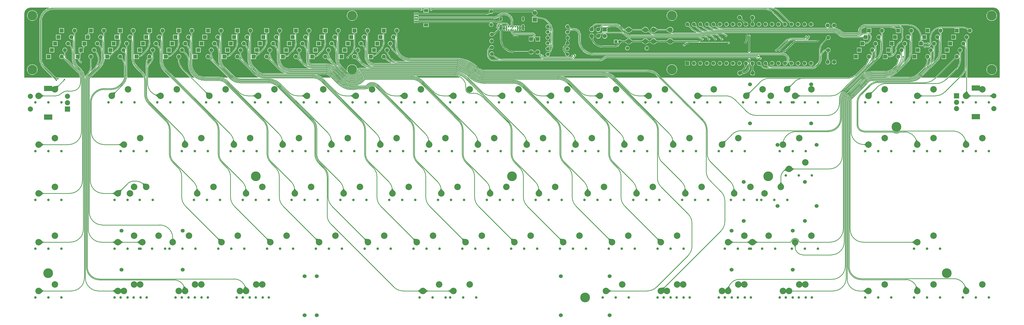
<source format=gbr>
%TF.GenerationSoftware,Altium Limited,Altium Designer,22.1.2 (22)*%
G04 Layer_Physical_Order=2*
G04 Layer_Color=16711680*
%FSLAX26Y26*%
%MOIN*%
%TF.SameCoordinates,6AB8E791-3C66-40CF-9B94-9E67D8B32DB7*%
%TF.FilePolarity,Positive*%
%TF.FileFunction,Copper,L2,Bot,Signal*%
%TF.Part,Single*%
G01*
G75*
%TA.AperFunction,Conductor*%
%ADD10C,0.010000*%
%ADD11C,0.015000*%
%TA.AperFunction,ComponentPad*%
%ADD12C,0.060000*%
%ADD13C,0.039370*%
%ADD14C,0.100000*%
%ADD15R,0.062992X0.062992*%
G04:AMPARAMS|DCode=16|XSize=62.992mil|YSize=62.992mil|CornerRadius=31.496mil|HoleSize=0mil|Usage=FLASHONLY|Rotation=0.000|XOffset=0mil|YOffset=0mil|HoleType=Round|Shape=RoundedRectangle|*
%AMROUNDEDRECTD16*
21,1,0.062992,0.000000,0,0,0.0*
21,1,0.000000,0.062992,0,0,0.0*
1,1,0.062992,0.000000,0.000000*
1,1,0.062992,0.000000,0.000000*
1,1,0.062992,0.000000,0.000000*
1,1,0.062992,0.000000,0.000000*
%
%ADD16ROUNDEDRECTD16*%
%ADD17R,0.078740X0.078740*%
%ADD18C,0.078740*%
%ADD19R,0.125984X0.078740*%
%ADD20C,0.150000*%
%ADD21C,0.059055*%
%ADD22R,0.059055X0.059055*%
%ADD23C,0.025591*%
G04:AMPARAMS|DCode=24|XSize=35.433mil|YSize=94.488mil|CornerRadius=17.716mil|HoleSize=0mil|Usage=FLASHONLY|Rotation=180.000|XOffset=0mil|YOffset=0mil|HoleType=Round|Shape=RoundedRectangle|*
%AMROUNDEDRECTD24*
21,1,0.035433,0.059055,0,0,180.0*
21,1,0.000000,0.094488,0,0,180.0*
1,1,0.035433,0.000000,0.029528*
1,1,0.035433,0.000000,0.029528*
1,1,0.035433,0.000000,-0.029528*
1,1,0.035433,0.000000,-0.029528*
%
%ADD24ROUNDEDRECTD24*%
G04:AMPARAMS|DCode=25|XSize=35.433mil|YSize=66.929mil|CornerRadius=17.716mil|HoleSize=0mil|Usage=FLASHONLY|Rotation=180.000|XOffset=0mil|YOffset=0mil|HoleType=Round|Shape=RoundedRectangle|*
%AMROUNDEDRECTD25*
21,1,0.035433,0.031496,0,0,180.0*
21,1,0.000000,0.066929,0,0,180.0*
1,1,0.035433,0.000000,0.015748*
1,1,0.035433,0.000000,0.015748*
1,1,0.035433,0.000000,-0.015748*
1,1,0.035433,0.000000,-0.015748*
%
%ADD25ROUNDEDRECTD25*%
%ADD26R,0.025591X0.025591*%
%ADD27C,0.055118*%
G04:AMPARAMS|DCode=28|XSize=55.118mil|YSize=55.118mil|CornerRadius=27.559mil|HoleSize=0mil|Usage=FLASHONLY|Rotation=180.000|XOffset=0mil|YOffset=0mil|HoleType=Round|Shape=RoundedRectangle|*
%AMROUNDEDRECTD28*
21,1,0.055118,0.000000,0,0,180.0*
21,1,0.000000,0.055118,0,0,180.0*
1,1,0.055118,0.000000,0.000000*
1,1,0.055118,0.000000,0.000000*
1,1,0.055118,0.000000,0.000000*
1,1,0.055118,0.000000,0.000000*
%
%ADD28ROUNDEDRECTD28*%
%ADD29C,0.070866*%
%ADD30R,0.070866X0.070866*%
%ADD31C,0.062992*%
%ADD32R,0.062992X0.062992*%
G04:AMPARAMS|DCode=33|XSize=62.992mil|YSize=62.992mil|CornerRadius=31.496mil|HoleSize=0mil|Usage=FLASHONLY|Rotation=270.000|XOffset=0mil|YOffset=0mil|HoleType=Round|Shape=RoundedRectangle|*
%AMROUNDEDRECTD33*
21,1,0.062992,0.000000,0,0,270.0*
21,1,0.000000,0.062992,0,0,270.0*
1,1,0.062992,0.000000,0.000000*
1,1,0.062992,0.000000,0.000000*
1,1,0.062992,0.000000,0.000000*
1,1,0.062992,0.000000,0.000000*
%
%ADD33ROUNDEDRECTD33*%
%ADD34R,0.066929X0.066929*%
%ADD35C,0.066929*%
%ADD36C,0.047244*%
%ADD37R,0.047244X0.047244*%
%TA.AperFunction,ViaPad*%
%ADD38C,0.023622*%
%TA.AperFunction,SMDPad,CuDef*%
%ADD39R,0.070866X0.047244*%
%ADD40R,0.061024X0.023622*%
G36*
X7573542Y4749860D02*
X7573992Y4749117D01*
X7574742Y4748461D01*
X7575792Y4747893D01*
X7577142Y4747412D01*
X7578792Y4747019D01*
X7580742Y4746712D01*
X7582992Y4746494D01*
X7588392Y4746319D01*
Y4731319D01*
X7585542Y4731279D01*
X7580742Y4730958D01*
X7578792Y4730677D01*
X7577142Y4730316D01*
X7575792Y4729875D01*
X7574742Y4729354D01*
X7573992Y4728753D01*
X7573542Y4728071D01*
X7573392Y4727309D01*
Y4750691D01*
X7573542Y4749860D01*
D02*
G37*
G36*
X16435453Y4833120D02*
X16454884Y4826321D01*
X16472313Y4815370D01*
X16486866Y4800815D01*
X16497818Y4783386D01*
X16504618Y4763957D01*
X16506971Y4743052D01*
Y3966003D01*
Y3796003D01*
Y3760000D01*
X16010197D01*
Y4343354D01*
X16010410Y4343841D01*
X16010456Y4345860D01*
X16010580Y4347470D01*
X16010769Y4348768D01*
X16010994Y4349727D01*
X16011166Y4350208D01*
X16014088Y4350991D01*
X16022409Y4355796D01*
X16029203Y4362591D01*
X16034010Y4370913D01*
X16036495Y4380195D01*
Y4389805D01*
X16034010Y4399087D01*
X16029203Y4407409D01*
X16022409Y4414204D01*
X16014088Y4419009D01*
X16004805Y4421496D01*
X15995195D01*
X15985913Y4419009D01*
X15977591Y4414204D01*
X15970796Y4407409D01*
X15965991Y4399087D01*
X15963504Y4389805D01*
Y4380195D01*
X15965991Y4370913D01*
X15970796Y4362591D01*
X15977591Y4355796D01*
X15985913Y4350991D01*
X15988834Y4350208D01*
X15989006Y4349727D01*
X15989231Y4348768D01*
X15989419Y4347470D01*
X15989543Y4345860D01*
X15989589Y4343841D01*
X15989804Y4343354D01*
Y4296777D01*
X15984804Y4296119D01*
X15984009Y4299087D01*
X15979204Y4307409D01*
X15972409Y4314204D01*
X15964087Y4319009D01*
X15954805Y4321496D01*
X15945195D01*
X15935913Y4319009D01*
X15927591Y4314204D01*
X15920796Y4307409D01*
X15915991Y4299087D01*
X15913504Y4289805D01*
Y4280195D01*
X15915991Y4270913D01*
X15920796Y4262591D01*
X15927591Y4255796D01*
X15935913Y4250991D01*
X15945195Y4248504D01*
X15954805D01*
X15961820Y4250384D01*
X15962206Y4249945D01*
X15962930Y4248950D01*
X15963756Y4247627D01*
X15964584Y4246123D01*
X15969486Y4234289D01*
X15973491Y4217606D01*
X15974828Y4200621D01*
X15974804Y4200502D01*
Y3942843D01*
X15974881Y3942455D01*
X15973282Y3918055D01*
X15968436Y3893691D01*
X15960451Y3870169D01*
X15949464Y3847889D01*
X15935663Y3827235D01*
X15919540Y3808851D01*
X15919212Y3808631D01*
X15870581Y3760000D01*
X15730952D01*
X15729039Y3764619D01*
X15845095Y3880676D01*
X15848811Y3884032D01*
X15848811Y3884032D01*
X15866962Y3904729D01*
X15882256Y3927617D01*
X15894431Y3952307D01*
X15903280Y3978374D01*
X15908650Y4005373D01*
X15910451Y4032843D01*
X15910196D01*
Y4149949D01*
X15914087Y4150991D01*
X15922409Y4155796D01*
X15929204Y4162591D01*
X15934009Y4170913D01*
X15936496Y4180195D01*
Y4189805D01*
X15934009Y4199087D01*
X15929204Y4207409D01*
X15922409Y4214204D01*
X15914087Y4219009D01*
X15904805Y4221496D01*
X15895195D01*
X15885913Y4219009D01*
X15877591Y4214204D01*
X15870796Y4207409D01*
X15865991Y4199087D01*
X15863504Y4189805D01*
Y4180195D01*
X15865991Y4170913D01*
X15870796Y4162591D01*
X15877591Y4155796D01*
X15885913Y4150991D01*
X15889804Y4149949D01*
Y4096777D01*
X15884804Y4096119D01*
X15884009Y4099087D01*
X15879204Y4107409D01*
X15872409Y4114204D01*
X15864087Y4119009D01*
X15854805Y4121496D01*
X15845195D01*
X15835913Y4119009D01*
X15827591Y4114204D01*
X15820796Y4107409D01*
X15815991Y4099087D01*
X15813504Y4089805D01*
Y4080195D01*
X15815991Y4070913D01*
X15818005Y4067425D01*
X15510581Y3760000D01*
X15309435D01*
X15308290Y3762998D01*
X15308270Y3763060D01*
X15308059Y3765000D01*
X15313031Y3769972D01*
X15313282Y3769971D01*
X15313284Y3769974D01*
X15313344Y3770027D01*
X15313397Y3770086D01*
X15313399Y3770089D01*
X15313399Y3770340D01*
X15316691Y3773632D01*
X15440516Y3897457D01*
X15444154Y3900745D01*
X15444208Y3900792D01*
X15447379Y3904409D01*
X15453394Y3911268D01*
X15457033Y3914701D01*
X15457051Y3914743D01*
X15457031Y3915186D01*
X15466301Y3924456D01*
X15469911Y3927814D01*
X15469973Y3927869D01*
X15473181Y3931459D01*
X15480168Y3939278D01*
X15483819Y3942700D01*
X15483838Y3942747D01*
X15483817Y3943185D01*
X15540745Y4000112D01*
X15544398Y4003364D01*
X15544441Y4003402D01*
X15547621Y4007029D01*
X15563888Y4025577D01*
X15580274Y4050101D01*
X15593319Y4076554D01*
X15602800Y4104484D01*
X15608554Y4133411D01*
X15610483Y4162843D01*
X15610196D01*
Y4449949D01*
X15614087Y4450991D01*
X15622409Y4455796D01*
X15629204Y4462591D01*
X15634009Y4470913D01*
X15636496Y4480195D01*
Y4489805D01*
X15634009Y4499087D01*
X15629204Y4507409D01*
X15622409Y4514204D01*
X15621370Y4514804D01*
X15622710Y4519804D01*
X15813504D01*
Y4448504D01*
X15886496D01*
Y4519804D01*
X15941360D01*
X15941859Y4519903D01*
X15963822Y4518175D01*
X15985730Y4512915D01*
X16006544Y4504293D01*
X16015858Y4498587D01*
X16013504Y4489805D01*
Y4480195D01*
X16015991Y4470913D01*
X16020796Y4462591D01*
X16027592Y4455796D01*
X16035913Y4450991D01*
X16045195Y4448504D01*
X16054806D01*
X16064087Y4450991D01*
X16072409Y4455796D01*
X16079205Y4462591D01*
X16084009Y4470913D01*
X16086496Y4480195D01*
Y4489805D01*
X16084009Y4499087D01*
X16079205Y4507409D01*
X16072409Y4514204D01*
X16064087Y4519009D01*
X16054806Y4521496D01*
X16045195D01*
X16035913Y4519009D01*
X16028671Y4514828D01*
X16023355Y4518381D01*
X16004116Y4527868D01*
X15983804Y4534763D01*
X15962765Y4538948D01*
X15941360Y4540351D01*
Y4540196D01*
X15600000D01*
Y4540354D01*
X15578417Y4538939D01*
X15557203Y4534720D01*
X15536722Y4527767D01*
X15517323Y4518201D01*
X15499339Y4506184D01*
X15483077Y4491923D01*
X15468816Y4475661D01*
X15456799Y4457677D01*
X15447233Y4438278D01*
X15440280Y4417797D01*
X15436061Y4396583D01*
X15434646Y4375000D01*
X15434804D01*
Y4280000D01*
X15434798D01*
X15433612Y4270994D01*
X15430136Y4262601D01*
X15424606Y4255394D01*
X15417399Y4249864D01*
X15409006Y4246388D01*
X15400000Y4245202D01*
Y4245196D01*
X15373578D01*
X15369523Y4249252D01*
X15363344Y4251811D01*
X15356656D01*
X15350477Y4249252D01*
X15345748Y4244523D01*
X15343189Y4238344D01*
Y4231656D01*
X15345748Y4225477D01*
X15350477Y4220748D01*
X15356656Y4218189D01*
X15363344D01*
X15369523Y4220748D01*
X15373578Y4224804D01*
X15400000D01*
Y4224525D01*
X15414358Y4226416D01*
X15427737Y4231958D01*
X15439227Y4240774D01*
X15448042Y4252263D01*
X15453584Y4265642D01*
X15455475Y4280000D01*
X15455196D01*
Y4375000D01*
X15455094Y4375514D01*
X15456838Y4397675D01*
X15462147Y4419791D01*
X15470852Y4440805D01*
X15482736Y4460198D01*
X15497507Y4477493D01*
X15514802Y4492264D01*
X15534195Y4504149D01*
X15555209Y4512853D01*
X15573578Y4517263D01*
X15576117Y4512730D01*
X15570796Y4507409D01*
X15565991Y4499087D01*
X15563504Y4489805D01*
Y4480195D01*
X15565991Y4470913D01*
X15570796Y4462591D01*
X15577591Y4455796D01*
X15585913Y4450991D01*
X15589804Y4449949D01*
Y4396777D01*
X15584804Y4396119D01*
X15584009Y4399087D01*
X15579204Y4407409D01*
X15572409Y4414204D01*
X15564087Y4419009D01*
X15554805Y4421496D01*
X15545195D01*
X15535913Y4419009D01*
X15527591Y4414204D01*
X15520796Y4407409D01*
X15515991Y4399087D01*
X15513504Y4389805D01*
Y4380195D01*
X15515991Y4370913D01*
X15520796Y4362591D01*
X15527591Y4355796D01*
X15535913Y4350991D01*
X15545195Y4348504D01*
X15554805D01*
X15561820Y4350384D01*
X15562206Y4349945D01*
X15562930Y4348950D01*
X15563756Y4347627D01*
X15564584Y4346123D01*
X15569486Y4334289D01*
X15573491Y4317606D01*
X15574828Y4300621D01*
X15574804Y4300502D01*
Y4162843D01*
X15574881Y4162455D01*
X15573282Y4138055D01*
X15568436Y4113691D01*
X15560451Y4090169D01*
X15549464Y4067889D01*
X15535663Y4047235D01*
X15519540Y4028851D01*
X15519212Y4028631D01*
X15492338Y4001757D01*
X15488218Y4004709D01*
X15494431Y4017307D01*
X15503280Y4043374D01*
X15508650Y4070373D01*
X15510451Y4097843D01*
X15510196D01*
Y4249949D01*
X15514087Y4250991D01*
X15522409Y4255796D01*
X15529204Y4262591D01*
X15534009Y4270913D01*
X15536496Y4280195D01*
Y4289805D01*
X15534009Y4299087D01*
X15529204Y4307409D01*
X15522409Y4314204D01*
X15514087Y4319009D01*
X15504805Y4321496D01*
X15495195D01*
X15485913Y4319009D01*
X15477591Y4314204D01*
X15470796Y4307409D01*
X15465991Y4299087D01*
X15463504Y4289805D01*
Y4280195D01*
X15465991Y4270913D01*
X15470796Y4262591D01*
X15477591Y4255796D01*
X15485913Y4250991D01*
X15489804Y4249949D01*
Y4196777D01*
X15484804Y4196119D01*
X15484009Y4199087D01*
X15479204Y4207409D01*
X15472409Y4214204D01*
X15464087Y4219009D01*
X15454805Y4221496D01*
X15445195D01*
X15435913Y4219009D01*
X15427591Y4214204D01*
X15420796Y4207409D01*
X15415991Y4199087D01*
X15413504Y4189805D01*
Y4180195D01*
X15415991Y4170913D01*
X15420796Y4162591D01*
X15427591Y4155796D01*
X15435913Y4150991D01*
X15439804Y4149949D01*
Y4096777D01*
X15434804Y4096119D01*
X15434009Y4099087D01*
X15429204Y4107409D01*
X15422409Y4114204D01*
X15414087Y4119009D01*
X15404805Y4121496D01*
X15395195D01*
X15385913Y4119009D01*
X15377591Y4114204D01*
X15370796Y4107409D01*
X15365991Y4099087D01*
X15363504Y4089805D01*
Y4080195D01*
X15365991Y4070913D01*
X15370796Y4062591D01*
X15377591Y4055796D01*
X15385913Y4050991D01*
X15389804Y4049949D01*
Y4037843D01*
X15389881Y4037455D01*
X15388282Y4013055D01*
X15383436Y3988691D01*
X15375451Y3965169D01*
X15364464Y3942889D01*
X15350663Y3922235D01*
X15346280Y3917237D01*
X15346112Y3917231D01*
X15346094Y3917187D01*
X15342830Y3913463D01*
X15255156Y3825788D01*
X15254936Y3825460D01*
X15236552Y3809337D01*
X15215897Y3795536D01*
X15193618Y3784549D01*
X15170095Y3776564D01*
X15145732Y3771718D01*
X15121332Y3770119D01*
X15120944Y3770196D01*
X14821371D01*
X14820666Y3775196D01*
X14836473Y3779750D01*
X14864490Y3791355D01*
X14891032Y3806024D01*
X14909413Y3819066D01*
X14913475Y3821948D01*
X14913610Y3821760D01*
X14913626Y3821767D01*
X14917553Y3824863D01*
X14919423Y3826113D01*
X14937886Y3842304D01*
X14941598Y3845559D01*
X14941636Y3845603D01*
X14943543Y3847745D01*
X14947134Y3851147D01*
X14947182Y3851189D01*
X14947176Y3851194D01*
X14950419Y3854787D01*
X15094034Y3998402D01*
X15094441Y3998402D01*
X15094441Y3998402D01*
X15094441Y3998402D01*
X15097733Y4002157D01*
X15113888Y4020577D01*
X15130274Y4045101D01*
X15143319Y4071554D01*
X15152800Y4099484D01*
X15158554Y4128411D01*
X15160483Y4157843D01*
X15160196D01*
Y4300502D01*
X15160196Y4300503D01*
Y4449949D01*
X15164087Y4450991D01*
X15172409Y4455796D01*
X15179204Y4462591D01*
X15184009Y4470913D01*
X15186496Y4480195D01*
Y4489805D01*
X15184009Y4499087D01*
X15179204Y4507409D01*
X15172409Y4514204D01*
X15164087Y4519009D01*
X15154805Y4521496D01*
X15145195D01*
X15135913Y4519009D01*
X15127591Y4514204D01*
X15120796Y4507409D01*
X15115991Y4499087D01*
X15113504Y4489805D01*
Y4480195D01*
X15115991Y4470913D01*
X15120796Y4462591D01*
X15127591Y4455796D01*
X15135913Y4450991D01*
X15139804Y4449949D01*
Y4396778D01*
X15134804Y4396119D01*
X15134009Y4399087D01*
X15129204Y4407409D01*
X15122409Y4414204D01*
X15114087Y4419009D01*
X15104805Y4421496D01*
X15095195D01*
X15085913Y4419009D01*
X15077591Y4414204D01*
X15070796Y4407409D01*
X15065991Y4399087D01*
X15063504Y4389805D01*
Y4380195D01*
X15065991Y4370913D01*
X15070796Y4362591D01*
X15077591Y4355796D01*
X15085913Y4350991D01*
X15095195Y4348504D01*
X15104805D01*
X15111820Y4350384D01*
X15112206Y4349945D01*
X15112930Y4348950D01*
X15113756Y4347627D01*
X15114584Y4346123D01*
X15119486Y4334289D01*
X15123491Y4317606D01*
X15124828Y4300621D01*
X15124804Y4300502D01*
Y4157843D01*
X15124881Y4157455D01*
X15123282Y4133055D01*
X15118436Y4108691D01*
X15110451Y4085169D01*
X15099464Y4062889D01*
X15085663Y4042235D01*
X15069540Y4023851D01*
X15069212Y4023631D01*
X15037473Y3991892D01*
X15033354Y3994844D01*
X15044431Y4017307D01*
X15053280Y4043374D01*
X15058650Y4070373D01*
X15060451Y4097843D01*
X15060196D01*
Y4249949D01*
X15064087Y4250991D01*
X15072409Y4255796D01*
X15079204Y4262591D01*
X15084009Y4270913D01*
X15086496Y4280195D01*
Y4289805D01*
X15084009Y4299087D01*
X15079204Y4307409D01*
X15072409Y4314204D01*
X15064087Y4319009D01*
X15054805Y4321496D01*
X15045195D01*
X15035913Y4319009D01*
X15027591Y4314204D01*
X15020796Y4307409D01*
X15015991Y4299087D01*
X15013504Y4289805D01*
Y4280195D01*
X15015991Y4270913D01*
X15020796Y4262591D01*
X15027591Y4255796D01*
X15035913Y4250991D01*
X15039804Y4249949D01*
Y4196777D01*
X15034804Y4196119D01*
X15034009Y4199087D01*
X15029204Y4207409D01*
X15022409Y4214204D01*
X15014087Y4219009D01*
X15004805Y4221496D01*
X14995195D01*
X14985913Y4219009D01*
X14977591Y4214204D01*
X14970796Y4207409D01*
X14965991Y4199087D01*
X14963504Y4189805D01*
Y4180195D01*
X14965991Y4170913D01*
X14970796Y4162591D01*
X14977591Y4155796D01*
X14985913Y4150991D01*
X14988834Y4150208D01*
X14989006Y4149727D01*
X14989231Y4148768D01*
X14989419Y4147470D01*
X14989543Y4145860D01*
X14989589Y4143841D01*
X14989804Y4143354D01*
Y4096777D01*
X14984804Y4096119D01*
X14984009Y4099087D01*
X14979204Y4107409D01*
X14972409Y4114204D01*
X14964087Y4119009D01*
X14954805Y4121496D01*
X14945195D01*
X14935913Y4119009D01*
X14927591Y4114204D01*
X14920796Y4107409D01*
X14915991Y4099087D01*
X14913504Y4089805D01*
Y4080195D01*
X14915991Y4070913D01*
X14920796Y4062591D01*
X14927591Y4055796D01*
X14935913Y4050991D01*
X14938834Y4050209D01*
X14939006Y4049727D01*
X14939231Y4048768D01*
X14939419Y4047470D01*
X14939543Y4045860D01*
X14939589Y4043840D01*
X14939804Y4043354D01*
Y4038640D01*
X14939903Y4038141D01*
X14938175Y4016178D01*
X14932915Y3994270D01*
X14924293Y3973455D01*
X14912521Y3954244D01*
X14908168Y3949148D01*
X14908022Y3949142D01*
X14908002Y3949091D01*
X14904752Y3945385D01*
X14870751Y3911384D01*
X14870603Y3911162D01*
X14853614Y3896263D01*
X14834594Y3883554D01*
X14814079Y3873437D01*
X14792418Y3866084D01*
X14769983Y3861622D01*
X14747423Y3860143D01*
X14747157Y3860196D01*
X14539056D01*
Y3860451D01*
X14511587Y3858650D01*
X14484587Y3853280D01*
X14458520Y3844431D01*
X14443528Y3837038D01*
X14440576Y3841157D01*
X14645095Y4045676D01*
X14648811Y4049032D01*
X14648811Y4049032D01*
X14666962Y4069729D01*
X14682256Y4092617D01*
X14694431Y4117307D01*
X14703280Y4143374D01*
X14708650Y4170373D01*
X14710451Y4197843D01*
X14710196D01*
Y4443354D01*
X14710411Y4443841D01*
X14710457Y4445860D01*
X14710581Y4447470D01*
X14710769Y4448768D01*
X14710994Y4449727D01*
X14711166Y4450208D01*
X14714087Y4450991D01*
X14722409Y4455796D01*
X14729204Y4462591D01*
X14734009Y4470913D01*
X14736496Y4480195D01*
Y4489805D01*
X14734009Y4499087D01*
X14729204Y4507409D01*
X14722409Y4514204D01*
X14714087Y4519009D01*
X14704805Y4521496D01*
X14695195D01*
X14685913Y4519009D01*
X14677591Y4514204D01*
X14670796Y4507409D01*
X14665991Y4499087D01*
X14663504Y4489805D01*
Y4480195D01*
X14665991Y4470913D01*
X14670796Y4462591D01*
X14677591Y4455796D01*
X14685913Y4450991D01*
X14688834Y4450208D01*
X14689006Y4449727D01*
X14689231Y4448768D01*
X14689419Y4447470D01*
X14689543Y4445860D01*
X14689589Y4443841D01*
X14689804Y4443354D01*
Y4396777D01*
X14684804Y4396119D01*
X14684009Y4399087D01*
X14679204Y4407409D01*
X14672409Y4414204D01*
X14664087Y4419009D01*
X14654805Y4421496D01*
X14645195D01*
X14635913Y4419009D01*
X14627591Y4414204D01*
X14620796Y4407409D01*
X14615991Y4399087D01*
X14613504Y4389805D01*
Y4380195D01*
X14615991Y4370913D01*
X14620796Y4362591D01*
X14627591Y4355796D01*
X14635913Y4350991D01*
X14645195Y4348504D01*
X14654805D01*
X14661820Y4350384D01*
X14662206Y4349945D01*
X14662930Y4348950D01*
X14663756Y4347627D01*
X14664584Y4346123D01*
X14669486Y4334289D01*
X14673491Y4317606D01*
X14674828Y4300621D01*
X14674804Y4300502D01*
Y4197843D01*
X14674857Y4197577D01*
X14673378Y4175017D01*
X14668916Y4152582D01*
X14661563Y4130921D01*
X14651446Y4110405D01*
X14638737Y4091386D01*
X14623855Y4074416D01*
X14623639Y4074272D01*
X14603659Y4054292D01*
X14599502Y4057070D01*
X14603257Y4066136D01*
X14608643Y4088569D01*
X14610453Y4111569D01*
X14610196D01*
Y4243354D01*
X14610411Y4243841D01*
X14610457Y4245860D01*
X14610581Y4247470D01*
X14610769Y4248768D01*
X14610994Y4249727D01*
X14611166Y4250208D01*
X14614087Y4250991D01*
X14622409Y4255796D01*
X14629204Y4262591D01*
X14634009Y4270913D01*
X14636496Y4280195D01*
Y4289805D01*
X14634009Y4299087D01*
X14629204Y4307409D01*
X14622409Y4314204D01*
X14614087Y4319009D01*
X14604805Y4321496D01*
X14595195D01*
X14585913Y4319009D01*
X14577591Y4314204D01*
X14570796Y4307409D01*
X14565991Y4299087D01*
X14563504Y4289805D01*
Y4280195D01*
X14565991Y4270913D01*
X14570796Y4262591D01*
X14577591Y4255796D01*
X14585913Y4250991D01*
X14588834Y4250208D01*
X14589006Y4249727D01*
X14589231Y4248768D01*
X14589419Y4247470D01*
X14589543Y4245860D01*
X14589589Y4243841D01*
X14589804Y4243354D01*
Y4196777D01*
X14584804Y4196119D01*
X14584009Y4199087D01*
X14579204Y4207409D01*
X14572409Y4214204D01*
X14564087Y4219009D01*
X14554805Y4221496D01*
X14545195D01*
X14535913Y4219009D01*
X14527591Y4214204D01*
X14520796Y4207409D01*
X14515991Y4199087D01*
X14513504Y4189805D01*
Y4180195D01*
X14515991Y4170913D01*
X14520796Y4162591D01*
X14527591Y4155796D01*
X14535913Y4150991D01*
X14538834Y4150208D01*
X14539006Y4149727D01*
X14539231Y4148768D01*
X14539419Y4147470D01*
X14539543Y4145860D01*
X14539589Y4143841D01*
X14539804Y4143354D01*
Y4112843D01*
X14539881Y4112455D01*
X14539040Y4099627D01*
X14534009Y4099087D01*
X14529204Y4107409D01*
X14522409Y4114204D01*
X14514087Y4119009D01*
X14504805Y4121496D01*
X14495195D01*
X14485913Y4119009D01*
X14477591Y4114204D01*
X14470796Y4107409D01*
X14465991Y4099087D01*
X14463504Y4089805D01*
Y4080195D01*
X14465991Y4070913D01*
X14470796Y4062591D01*
X14477591Y4055796D01*
X14485913Y4050991D01*
X14486065Y4050951D01*
X14486112Y4050180D01*
X14486075Y4048935D01*
X14485923Y4047408D01*
X14483436Y4034905D01*
X14475451Y4011382D01*
X14464464Y3989103D01*
X14450663Y3968448D01*
X14434540Y3950064D01*
X14434212Y3949844D01*
X14291539Y3807171D01*
X14291450Y3807093D01*
X14287769Y3803888D01*
X14287769D01*
X14284143Y3800546D01*
X14282765Y3799337D01*
X14262111Y3785536D01*
X14239831Y3774549D01*
X14216309Y3766564D01*
X14191945Y3761718D01*
X14167545Y3760119D01*
X14167157Y3760196D01*
X13492093D01*
Y3760451D01*
X13488207Y3760196D01*
X12967093D01*
Y3760451D01*
X12960218Y3760000D01*
X11315633D01*
X11277214Y3798419D01*
X11274153Y3801782D01*
X11274182Y3801811D01*
X11272908Y3802961D01*
X11270278Y3805354D01*
X11264952Y3810679D01*
X11261619Y3814416D01*
X11261597Y3814441D01*
X11257866Y3817713D01*
X11239422Y3833887D01*
X11214898Y3850274D01*
X11188445Y3863319D01*
X11160516Y3872800D01*
X11131588Y3878554D01*
X11102157Y3880483D01*
Y3880196D01*
X8581540D01*
X8581389Y3880166D01*
X8563986Y3881536D01*
X8546864Y3885646D01*
X8530596Y3892385D01*
X8515583Y3901585D01*
X8502309Y3912922D01*
X8502223Y3913050D01*
X8498028Y3917245D01*
X8495097Y3920404D01*
Y3920452D01*
X8495096Y3920452D01*
X8494967Y3920596D01*
X8494678Y3920854D01*
X8491065Y3924209D01*
X8485304Y3929970D01*
X8481946Y3933581D01*
X8481773Y3933773D01*
X8478309Y3936869D01*
X8464893Y3948858D01*
X8461212Y3952148D01*
X8461309Y3952261D01*
X8457362Y3955234D01*
X8457362Y3955234D01*
X8457257Y3955318D01*
X8454140Y3958143D01*
X8428356Y3977266D01*
X8418864Y3982955D01*
X8414847Y3985954D01*
X8414836Y3985959D01*
X8410361Y3988222D01*
X8394879Y3998086D01*
X8358862Y4016835D01*
X8321348Y4032373D01*
X8282623Y4044583D01*
X8247776Y4052309D01*
X8247776Y4052309D01*
X8247615Y4052206D01*
X8240254Y4054050D01*
X8208182Y4058807D01*
X8182472Y4060070D01*
X8182404Y4060084D01*
X8182405Y4060125D01*
X8176944Y4060483D01*
X8176944Y4060196D01*
X7445000D01*
X7444613Y4060119D01*
X7420212Y4061718D01*
X7395849Y4066564D01*
X7372326Y4074549D01*
X7350047Y4085536D01*
X7329392Y4099337D01*
X7310716Y4115716D01*
X7294337Y4134392D01*
X7280536Y4155047D01*
X7269550Y4177326D01*
X7261565Y4200849D01*
X7256718Y4225212D01*
X7255416Y4245091D01*
X7255196Y4250000D01*
X7255196Y4250002D01*
X7255196Y4254998D01*
Y4443354D01*
X7255411Y4443841D01*
X7255457Y4445860D01*
X7255581Y4447470D01*
X7255769Y4448768D01*
X7255994Y4449727D01*
X7256166Y4450208D01*
X7259087Y4450991D01*
X7267409Y4455796D01*
X7274204Y4462591D01*
X7279009Y4470913D01*
X7281496Y4480195D01*
Y4489805D01*
X7279009Y4499087D01*
X7274204Y4507409D01*
X7267409Y4514204D01*
X7259087Y4519009D01*
X7249805Y4521496D01*
X7240195D01*
X7230913Y4519009D01*
X7222591Y4514204D01*
X7215796Y4507409D01*
X7210991Y4499087D01*
X7208504Y4489805D01*
Y4480195D01*
X7210991Y4470913D01*
X7215796Y4462591D01*
X7222591Y4455796D01*
X7230913Y4450991D01*
X7233834Y4450208D01*
X7234006Y4449727D01*
X7234231Y4448768D01*
X7234419Y4447470D01*
X7234543Y4445860D01*
X7234589Y4443841D01*
X7234804Y4443354D01*
Y4396777D01*
X7229804Y4396119D01*
X7229009Y4399087D01*
X7224204Y4407409D01*
X7217409Y4414204D01*
X7209087Y4419009D01*
X7199805Y4421496D01*
X7190195D01*
X7180913Y4419009D01*
X7172591Y4414204D01*
X7165796Y4407409D01*
X7160991Y4399087D01*
X7158504Y4389805D01*
Y4380195D01*
X7160991Y4370913D01*
X7165796Y4362591D01*
X7172591Y4355796D01*
X7180913Y4350991D01*
X7190195Y4348504D01*
X7199805D01*
X7206820Y4350384D01*
X7207206Y4349945D01*
X7207930Y4348950D01*
X7208756Y4347627D01*
X7209584Y4346123D01*
X7214486Y4334289D01*
X7218491Y4317607D01*
X7219828Y4300622D01*
X7219804Y4300504D01*
Y4262906D01*
X7219804Y4257998D01*
X7219459Y4257923D01*
X7219461Y4257918D01*
X7219804Y4257578D01*
Y4250000D01*
X7219517D01*
X7221447Y4220569D01*
X7227201Y4191641D01*
X7236681Y4163712D01*
X7245343Y4146147D01*
X7241224Y4143195D01*
X7194636Y4189784D01*
X7194296Y4190011D01*
X7180823Y4205785D01*
X7169774Y4223816D01*
X7161681Y4243354D01*
X7161163Y4245511D01*
X7161204Y4245654D01*
X7161070Y4245899D01*
X7161048Y4245988D01*
X7161097Y4246282D01*
X7160646Y4248222D01*
X7160376Y4249764D01*
X7160249Y4250994D01*
X7160241Y4251658D01*
X7167409Y4255796D01*
X7174204Y4262591D01*
X7179009Y4270913D01*
X7181496Y4280195D01*
Y4289805D01*
X7179009Y4299087D01*
X7174204Y4307409D01*
X7167409Y4314204D01*
X7159087Y4319009D01*
X7149805Y4321496D01*
X7140195D01*
X7130913Y4319009D01*
X7122591Y4314204D01*
X7115796Y4307409D01*
X7110991Y4299087D01*
X7108504Y4289805D01*
Y4280195D01*
X7110991Y4270913D01*
X7115796Y4262591D01*
X7122591Y4255796D01*
X7130913Y4250991D01*
X7137495Y4249227D01*
X7137826Y4249084D01*
X7138024Y4248852D01*
X7138437Y4248212D01*
X7138884Y4247337D01*
X7139999Y4244347D01*
X7140526Y4242471D01*
X7140935Y4241952D01*
X7142124Y4237000D01*
X7151452Y4214481D01*
X7164187Y4193698D01*
X7180017Y4175164D01*
X7180217Y4175364D01*
X7180217Y4175363D01*
X7265003Y4090578D01*
X7268294Y4086801D01*
X7268294Y4086800D01*
X7271991Y4083424D01*
X7275027Y4080027D01*
X7281454Y4074283D01*
X7281788Y4073784D01*
X7282680Y4073188D01*
X7295127Y4062065D01*
X7317111Y4046466D01*
X7340704Y4033427D01*
X7365608Y4023111D01*
X7375727Y4020196D01*
X7375021Y4015196D01*
X7273772D01*
X7268811Y4015196D01*
X7263922Y4015463D01*
X7247422Y4016762D01*
X7226559Y4021771D01*
X7206736Y4029981D01*
X7188442Y4041192D01*
X7172449Y4054851D01*
X7172210Y4055210D01*
X7153122Y4074297D01*
X7149587Y4077833D01*
X7146273Y4081461D01*
X7134009Y4095821D01*
X7121569Y4116120D01*
X7112458Y4138116D01*
X7110229Y4147402D01*
X7110122Y4147923D01*
X7109892Y4149474D01*
X7109797Y4150712D01*
X7109807Y4151407D01*
X7117409Y4155796D01*
X7124204Y4162591D01*
X7129009Y4170913D01*
X7131496Y4180195D01*
Y4189805D01*
X7129009Y4199087D01*
X7124204Y4207409D01*
X7117409Y4214204D01*
X7109087Y4219009D01*
X7099805Y4221496D01*
X7090195D01*
X7080913Y4219009D01*
X7072591Y4214204D01*
X7065796Y4207409D01*
X7060991Y4199087D01*
X7058504Y4189805D01*
Y4180195D01*
X7060991Y4170913D01*
X7065796Y4162591D01*
X7072591Y4155796D01*
X7080913Y4150991D01*
X7087117Y4149329D01*
X7087399Y4149203D01*
X7087576Y4148985D01*
X7087966Y4148349D01*
X7088426Y4147389D01*
X7088912Y4146117D01*
X7089398Y4144549D01*
X7089895Y4142585D01*
X7090137Y4142260D01*
X7090497Y4140452D01*
X7097734Y4119132D01*
X7107692Y4098939D01*
X7120200Y4080219D01*
X7131783Y4067012D01*
X7135044Y4063292D01*
X7135045Y4063291D01*
X7135167Y4063414D01*
X7157790Y4040790D01*
X7157586Y4040586D01*
X7176355Y4024556D01*
X7197400Y4011659D01*
X7211418Y4005853D01*
X7210267Y4000918D01*
X7198055Y4001718D01*
X7173691Y4006564D01*
X7150169Y4014549D01*
X7127890Y4025536D01*
X7107235Y4039337D01*
X7092258Y4052472D01*
X7088631Y4055788D01*
X7085276Y4059143D01*
X7081658Y4062762D01*
X7081465Y4063257D01*
X7080070Y4064718D01*
X7079019Y4065944D01*
X7078235Y4066994D01*
X7077716Y4067832D01*
X7077497Y4068294D01*
X7079009Y4070913D01*
X7081496Y4080195D01*
Y4089805D01*
X7079009Y4099087D01*
X7074204Y4107409D01*
X7067409Y4114204D01*
X7059087Y4119009D01*
X7049805Y4121496D01*
X7040195D01*
X7030913Y4119009D01*
X7022591Y4114204D01*
X7015796Y4107409D01*
X7010991Y4099087D01*
X7008504Y4089805D01*
Y4080195D01*
X7010991Y4070913D01*
X7015796Y4062591D01*
X7022591Y4055796D01*
X7030913Y4050991D01*
X7040195Y4048504D01*
X7049805D01*
X7059087Y4050991D01*
X7061706Y4052503D01*
X7062168Y4052284D01*
X7063005Y4051765D01*
X7064056Y4050981D01*
X7065282Y4049930D01*
X7066743Y4048535D01*
X7067239Y4048342D01*
X7070751Y4044830D01*
X7074032Y4041188D01*
X7077699Y4037973D01*
X7094729Y4023038D01*
X7117618Y4007744D01*
X7142307Y3995569D01*
X7158136Y3990196D01*
X7157310Y3985196D01*
X6897000D01*
X6896534Y3985103D01*
X6879063Y3986824D01*
X6861815Y3992056D01*
X6845919Y4000552D01*
X6831987Y4011987D01*
X6820553Y4025919D01*
X6812056Y4041815D01*
X6811245Y4044488D01*
X6814224Y4048504D01*
X6881496D01*
Y4077685D01*
X6881643Y4077960D01*
X6881684Y4078387D01*
X6881815Y4078554D01*
X6882144Y4078862D01*
X6882714Y4079275D01*
X6883539Y4079752D01*
X6884622Y4080261D01*
X6885956Y4080779D01*
X6887578Y4081302D01*
X6887762Y4081346D01*
X6907823Y4089656D01*
X6926338Y4101002D01*
X6942849Y4115104D01*
X6942686Y4115267D01*
X6942686Y4115267D01*
X6993631Y4166212D01*
X6993631Y4166212D01*
X6993811Y4166032D01*
X7011962Y4186729D01*
X7027256Y4209617D01*
X7039431Y4234307D01*
X7048280Y4260374D01*
X7053650Y4287373D01*
X7055451Y4314843D01*
X7055196D01*
Y4443001D01*
X7055410Y4443482D01*
X7055456Y4445213D01*
X7055573Y4446541D01*
X7055745Y4447573D01*
X7055938Y4448289D01*
X7056019Y4448487D01*
X7056050Y4448504D01*
X7081496D01*
Y4521496D01*
X7008504D01*
Y4448504D01*
X7033951D01*
X7033981Y4448487D01*
X7034062Y4448289D01*
X7034255Y4447573D01*
X7034427Y4446541D01*
X7034544Y4445213D01*
X7034590Y4443482D01*
X7034804Y4443001D01*
Y4425126D01*
X7031496Y4421496D01*
X7029804Y4421496D01*
X6958504D01*
Y4348504D01*
X7029804D01*
X7031496Y4348504D01*
X7034804Y4344874D01*
Y4314843D01*
X7034881Y4314455D01*
X7033282Y4290055D01*
X7028436Y4265691D01*
X7020451Y4242169D01*
X7009464Y4219889D01*
X6995663Y4199235D01*
X6979540Y4180850D01*
X6979212Y4180631D01*
X6931735Y4133154D01*
X6928267Y4129686D01*
X6924597Y4126475D01*
X6914251Y4117638D01*
X6898488Y4107978D01*
X6886496Y4103011D01*
X6882524Y4105104D01*
X6881521Y4106532D01*
X6881496Y4106621D01*
Y4121496D01*
X6808504D01*
X6805196Y4125126D01*
Y4443354D01*
X6805411Y4443841D01*
X6805457Y4445860D01*
X6805581Y4447470D01*
X6805769Y4448768D01*
X6805994Y4449727D01*
X6806166Y4450208D01*
X6809087Y4450991D01*
X6817409Y4455796D01*
X6824204Y4462591D01*
X6829009Y4470913D01*
X6831496Y4480195D01*
Y4489805D01*
X6829009Y4499087D01*
X6824204Y4507409D01*
X6817409Y4514204D01*
X6809087Y4519009D01*
X6799805Y4521496D01*
X6790195D01*
X6780913Y4519009D01*
X6772591Y4514204D01*
X6765796Y4507409D01*
X6760991Y4499087D01*
X6758504Y4489805D01*
Y4480195D01*
X6760991Y4470913D01*
X6765796Y4462591D01*
X6772591Y4455796D01*
X6780913Y4450991D01*
X6783834Y4450208D01*
X6784006Y4449727D01*
X6784231Y4448768D01*
X6784419Y4447470D01*
X6784543Y4445860D01*
X6784589Y4443841D01*
X6784804Y4443354D01*
Y4396777D01*
X6779804Y4396119D01*
X6779009Y4399087D01*
X6774204Y4407409D01*
X6767409Y4414204D01*
X6759087Y4419009D01*
X6749805Y4421496D01*
X6740195D01*
X6730913Y4419009D01*
X6722591Y4414204D01*
X6715796Y4407409D01*
X6710991Y4399087D01*
X6708504Y4389805D01*
Y4380195D01*
X6710991Y4370913D01*
X6715796Y4362591D01*
X6722591Y4355796D01*
X6730913Y4350991D01*
X6740195Y4348504D01*
X6749805D01*
X6756820Y4350384D01*
X6757206Y4349945D01*
X6757930Y4348950D01*
X6758756Y4347627D01*
X6759584Y4346123D01*
X6764486Y4334289D01*
X6768491Y4317607D01*
X6769828Y4300622D01*
X6769804Y4300504D01*
Y4212971D01*
X6764804Y4211977D01*
X6759318Y4225221D01*
X6747178Y4245032D01*
X6732089Y4262699D01*
X6732089Y4262699D01*
X6728743Y4266314D01*
X6728235Y4266994D01*
X6727716Y4267832D01*
X6727497Y4268294D01*
X6729009Y4270913D01*
X6731496Y4280195D01*
Y4289805D01*
X6729009Y4299087D01*
X6724204Y4307409D01*
X6717409Y4314204D01*
X6709087Y4319009D01*
X6699805Y4321496D01*
X6690195D01*
X6680913Y4319009D01*
X6672591Y4314204D01*
X6665796Y4307409D01*
X6660991Y4299087D01*
X6658504Y4289805D01*
Y4280195D01*
X6660991Y4270913D01*
X6665796Y4262591D01*
X6672591Y4255796D01*
X6680913Y4250991D01*
X6690195Y4248504D01*
X6699805D01*
X6709087Y4250991D01*
X6711706Y4252503D01*
X6712168Y4252284D01*
X6713005Y4251765D01*
X6714056Y4250981D01*
X6715282Y4249930D01*
X6716743Y4248534D01*
X6717239Y4248342D01*
X6717484Y4248096D01*
X6717757Y4247914D01*
X6730542Y4232945D01*
X6740996Y4215886D01*
X6748653Y4197401D01*
X6753323Y4177946D01*
X6754513Y4162828D01*
X6754549Y4157843D01*
X6754573Y4157478D01*
X6754804Y4157248D01*
Y4077000D01*
X6754804Y4077000D01*
X6754561D01*
X6756315Y4054717D01*
X6761533Y4032984D01*
X6766351Y4021351D01*
X6766527Y4020466D01*
X6767028Y4019717D01*
X6770086Y4012334D01*
X6781765Y3993276D01*
X6796281Y3976280D01*
X6813277Y3961764D01*
X6832334Y3950086D01*
X6840014Y3946905D01*
X6840965Y3941099D01*
X6840325Y3940540D01*
X6835417Y3940782D01*
X6825186Y3941453D01*
X6802751Y3945915D01*
X6781090Y3953268D01*
X6760575Y3963385D01*
X6741555Y3976094D01*
X6727936Y3988037D01*
X6724301Y3991329D01*
X6724297Y3991336D01*
X6724292Y3991339D01*
X6720767Y3994864D01*
X6709058Y4006574D01*
X6708995Y4006645D01*
X6705790Y4010329D01*
Y4010329D01*
X6702467Y4013964D01*
X6694337Y4023235D01*
X6680536Y4043889D01*
X6669550Y4066168D01*
X6661565Y4089691D01*
X6656718Y4114055D01*
X6655416Y4133932D01*
X6655196Y4138842D01*
X6655196Y4138844D01*
Y4143354D01*
X6655411Y4143841D01*
X6655457Y4145860D01*
X6655581Y4147470D01*
X6655769Y4148768D01*
X6655994Y4149727D01*
X6656166Y4150208D01*
X6659087Y4150991D01*
X6667409Y4155796D01*
X6674204Y4162591D01*
X6679009Y4170913D01*
X6681496Y4180195D01*
Y4189805D01*
X6679009Y4199087D01*
X6674204Y4207409D01*
X6667409Y4214204D01*
X6659087Y4219009D01*
X6649805Y4221496D01*
X6640195D01*
X6630913Y4219009D01*
X6622591Y4214204D01*
X6615796Y4207409D01*
X6610991Y4199087D01*
X6608504Y4189805D01*
Y4180195D01*
X6610991Y4170913D01*
X6615796Y4162591D01*
X6622591Y4155796D01*
X6630913Y4150991D01*
X6633834Y4150208D01*
X6634006Y4149727D01*
X6634231Y4148768D01*
X6634419Y4147470D01*
X6634543Y4145860D01*
X6634589Y4143842D01*
X6634550Y4138842D01*
X6634550D01*
X6636350Y4111373D01*
X6641721Y4084374D01*
X6650569Y4058306D01*
X6657755Y4043735D01*
X6653636Y4040784D01*
X6631658Y4062762D01*
X6631465Y4063257D01*
X6630070Y4064718D01*
X6629019Y4065944D01*
X6628235Y4066994D01*
X6627716Y4067832D01*
X6627497Y4068294D01*
X6629009Y4070913D01*
X6631496Y4080195D01*
Y4089805D01*
X6629009Y4099087D01*
X6624204Y4107409D01*
X6617409Y4114204D01*
X6609087Y4119009D01*
X6599805Y4121496D01*
X6590195D01*
X6580913Y4119009D01*
X6572591Y4114204D01*
X6565796Y4107409D01*
X6560991Y4099087D01*
X6558504Y4089805D01*
Y4080195D01*
X6560991Y4070913D01*
X6565796Y4062591D01*
X6572591Y4055796D01*
X6580913Y4050991D01*
X6590195Y4048504D01*
X6599805D01*
X6609087Y4050991D01*
X6611706Y4052503D01*
X6612168Y4052284D01*
X6613005Y4051765D01*
X6614056Y4050981D01*
X6615282Y4049930D01*
X6616743Y4048535D01*
X6617239Y4048342D01*
X6699384Y3966197D01*
X6699206Y3966016D01*
X6719898Y3947869D01*
X6742787Y3932575D01*
X6767476Y3920400D01*
X6782807Y3915196D01*
X6781981Y3910196D01*
X6680001D01*
X6680000Y3910196D01*
Y3910439D01*
X6672091Y3909398D01*
X6667412Y3908807D01*
X6667411Y3908816D01*
X6667345Y3908928D01*
X6667304Y3908911D01*
X6667218Y3908770D01*
X6666946Y3908704D01*
X6666736Y3908654D01*
X6662659Y3907730D01*
X6659979Y3907152D01*
X6658521Y3906961D01*
X6655331Y3905639D01*
X6650007Y3903434D01*
X6642696Y3897824D01*
X6642496Y3897564D01*
X6637150Y3898810D01*
X6635256Y3908335D01*
X6629225Y3922894D01*
X6620470Y3935997D01*
X6609327Y3947140D01*
X6596224Y3955895D01*
X6581665Y3961926D01*
X6566209Y3965000D01*
X6550451D01*
X6534995Y3961926D01*
X6520436Y3955895D01*
X6507333Y3947140D01*
X6496190Y3935997D01*
X6487435Y3922894D01*
X6481404Y3908335D01*
X6478330Y3892879D01*
Y3877121D01*
X6480877Y3864315D01*
X6476269Y3861852D01*
X6404008Y3934114D01*
X6400504Y3937618D01*
X6397181Y3941242D01*
X6384599Y3955974D01*
X6371902Y3976693D01*
X6362602Y3999144D01*
X6356930Y4022774D01*
X6355409Y4042088D01*
X6355285Y4044963D01*
X6358845Y4048206D01*
X6359747Y4048504D01*
X6431496D01*
Y4121496D01*
X6360196D01*
X6358504Y4121496D01*
X6355196Y4125126D01*
Y4443354D01*
X6355411Y4443841D01*
X6355457Y4445860D01*
X6355581Y4447470D01*
X6355769Y4448768D01*
X6355994Y4449727D01*
X6356166Y4450208D01*
X6359087Y4450991D01*
X6367409Y4455796D01*
X6374204Y4462591D01*
X6379009Y4470913D01*
X6381496Y4480195D01*
Y4489805D01*
X6379009Y4499087D01*
X6374204Y4507409D01*
X6367409Y4514204D01*
X6359087Y4519009D01*
X6349805Y4521496D01*
X6340195D01*
X6330913Y4519009D01*
X6322591Y4514204D01*
X6315796Y4507409D01*
X6310991Y4499087D01*
X6308504Y4489805D01*
Y4480195D01*
X6310991Y4470913D01*
X6315796Y4462591D01*
X6322591Y4455796D01*
X6330913Y4450991D01*
X6333834Y4450208D01*
X6334006Y4449727D01*
X6334231Y4448768D01*
X6334419Y4447470D01*
X6334543Y4445860D01*
X6334589Y4443841D01*
X6334804Y4443354D01*
Y4396777D01*
X6329804Y4396119D01*
X6329009Y4399087D01*
X6324204Y4407409D01*
X6317409Y4414204D01*
X6309087Y4419009D01*
X6299805Y4421496D01*
X6290195D01*
X6280913Y4419009D01*
X6272591Y4414204D01*
X6265796Y4407409D01*
X6260991Y4399087D01*
X6258504Y4389805D01*
Y4380195D01*
X6260991Y4370913D01*
X6265796Y4362591D01*
X6272591Y4355796D01*
X6280913Y4350991D01*
X6290195Y4348504D01*
X6299805D01*
X6306820Y4350384D01*
X6307206Y4349945D01*
X6307930Y4348950D01*
X6308756Y4347627D01*
X6309584Y4346123D01*
X6314486Y4334289D01*
X6318491Y4317607D01*
X6319828Y4300622D01*
X6319804Y4300504D01*
Y4197690D01*
X6314804Y4196865D01*
X6309431Y4212694D01*
X6297256Y4237383D01*
X6281962Y4260272D01*
X6280803Y4261593D01*
X6280756Y4261766D01*
X6279509Y4263368D01*
X6278574Y4264712D01*
X6277878Y4265867D01*
X6277416Y4266800D01*
X6277170Y4267466D01*
X6277128Y4267656D01*
X6279009Y4270913D01*
X6281496Y4280195D01*
Y4289805D01*
X6279009Y4299087D01*
X6274204Y4307409D01*
X6267409Y4314204D01*
X6259087Y4319009D01*
X6249805Y4321496D01*
X6240195D01*
X6230913Y4319009D01*
X6222591Y4314204D01*
X6215796Y4307409D01*
X6210991Y4299087D01*
X6208504Y4289805D01*
Y4280195D01*
X6210991Y4270913D01*
X6215796Y4262591D01*
X6222591Y4255796D01*
X6230913Y4250991D01*
X6240195Y4248504D01*
X6249805D01*
X6259087Y4250991D01*
X6260970Y4252078D01*
X6261068Y4252020D01*
X6261810Y4251453D01*
X6262756Y4250588D01*
X6263860Y4249429D01*
X6265171Y4247893D01*
X6265345Y4247805D01*
X6265417Y4247624D01*
X6265893Y4247420D01*
X6279464Y4227111D01*
X6290451Y4204832D01*
X6298436Y4181309D01*
X6303282Y4156945D01*
X6304881Y4132546D01*
X6304804Y4132158D01*
Y4123751D01*
X6304719Y4119000D01*
X6304694D01*
X6304715Y4118787D01*
X6304804Y4113824D01*
Y4051976D01*
X6304560Y4046999D01*
X6304876Y4042194D01*
X6306317Y4020199D01*
X6311557Y3993858D01*
X6320190Y3968425D01*
X6327061Y3954491D01*
X6322942Y3951540D01*
X6260788Y4013694D01*
X6260460Y4013913D01*
X6244337Y4032297D01*
X6230536Y4052951D01*
X6219550Y4075230D01*
X6211565Y4098753D01*
X6206718Y4123117D01*
X6205139Y4147211D01*
X6205412Y4147850D01*
X6205433Y4149991D01*
X6205434Y4150012D01*
X6209087Y4150991D01*
X6217409Y4155796D01*
X6224204Y4162591D01*
X6229009Y4170913D01*
X6231496Y4180195D01*
Y4189805D01*
X6229009Y4199087D01*
X6224204Y4207409D01*
X6217409Y4214204D01*
X6209087Y4219009D01*
X6199805Y4221496D01*
X6190195D01*
X6180913Y4219009D01*
X6172591Y4214204D01*
X6165796Y4207409D01*
X6160991Y4199087D01*
X6158504Y4189805D01*
Y4180195D01*
X6160991Y4170913D01*
X6165796Y4162591D01*
X6172591Y4155796D01*
X6180913Y4150991D01*
X6184550Y4147904D01*
X6186350Y4120435D01*
X6191721Y4093436D01*
X6200569Y4067368D01*
X6207962Y4052378D01*
X6203843Y4049426D01*
X6184906Y4068363D01*
X6184713Y4068859D01*
X6183288Y4070350D01*
X6182187Y4071628D01*
X6181333Y4072756D01*
X6180724Y4073709D01*
X6180349Y4074447D01*
X6180176Y4074929D01*
X6180169Y4074967D01*
X6180241Y4075113D01*
X6180277Y4075646D01*
X6181496Y4080195D01*
Y4089805D01*
X6179009Y4099087D01*
X6174204Y4107409D01*
X6167409Y4114204D01*
X6159087Y4119009D01*
X6149805Y4121496D01*
X6140195D01*
X6130913Y4119009D01*
X6122591Y4114204D01*
X6115796Y4107409D01*
X6110991Y4099087D01*
X6108504Y4089805D01*
Y4080195D01*
X6110991Y4070913D01*
X6115796Y4062591D01*
X6122591Y4055796D01*
X6130913Y4050991D01*
X6140195Y4048504D01*
X6149805D01*
X6159087Y4050991D01*
X6167409Y4055796D01*
X6167581Y4055967D01*
X6167782Y4055846D01*
X6168775Y4055112D01*
X6169973Y4054088D01*
X6171429Y4052698D01*
X6171897Y4052517D01*
X6172178Y4052100D01*
X6172367Y4052063D01*
X6264714Y3959714D01*
X6267271Y3957157D01*
X6264320Y3953038D01*
X6249328Y3960431D01*
X6223261Y3969280D01*
X6196262Y3974650D01*
X6168792Y3976451D01*
X6168792Y3976196D01*
X5944000D01*
X5943915Y3976179D01*
X5933949Y3977491D01*
X5924584Y3981370D01*
X5919034Y3985629D01*
X5916542Y3987541D01*
X5910370Y3995584D01*
X5906491Y4004950D01*
X5905193Y4014809D01*
X5905196Y4014824D01*
Y4044874D01*
X5908504Y4048504D01*
X5910196Y4048504D01*
X5981496D01*
Y4074235D01*
X5981599Y4074424D01*
X5982054Y4074655D01*
X5982835Y4074945D01*
X5983912Y4075234D01*
X5985268Y4075494D01*
X5987022Y4075722D01*
X5987611Y4076061D01*
X5991848Y4076479D01*
X6011109Y4082322D01*
X6028861Y4091810D01*
X6044421Y4104579D01*
X6044210Y4104790D01*
X6093631Y4154212D01*
X6093631Y4154212D01*
X6093811Y4154032D01*
X6111962Y4174729D01*
X6127256Y4197617D01*
X6139431Y4222307D01*
X6148280Y4248374D01*
X6153650Y4275373D01*
X6155451Y4302843D01*
X6155196D01*
Y4443001D01*
X6155410Y4443482D01*
X6155456Y4445213D01*
X6155573Y4446541D01*
X6155745Y4447573D01*
X6155938Y4448289D01*
X6156019Y4448487D01*
X6156050Y4448504D01*
X6181496D01*
Y4521496D01*
X6108504D01*
Y4448504D01*
X6133951D01*
X6133981Y4448487D01*
X6134062Y4448289D01*
X6134255Y4447573D01*
X6134427Y4446541D01*
X6134544Y4445213D01*
X6134590Y4443482D01*
X6134804Y4443001D01*
Y4425126D01*
X6131496Y4421496D01*
X6129804Y4421496D01*
X6058504D01*
Y4348504D01*
X6129804D01*
X6131496Y4348504D01*
X6134804Y4344874D01*
Y4302843D01*
X6134881Y4302455D01*
X6133282Y4278055D01*
X6128436Y4253691D01*
X6120451Y4230169D01*
X6109464Y4207889D01*
X6095663Y4187235D01*
X6079540Y4168850D01*
X6079212Y4168631D01*
X6029790Y4119210D01*
X6029617Y4118950D01*
X6017417Y4108938D01*
X6003226Y4101353D01*
X5987829Y4096682D01*
X5986487Y4096550D01*
X5986304Y4096625D01*
X5985509Y4096930D01*
X5982224Y4099695D01*
X5981496Y4100915D01*
Y4121496D01*
X5910196D01*
X5908504Y4121496D01*
X5905196Y4125126D01*
Y4443354D01*
X5905411Y4443841D01*
X5905457Y4445860D01*
X5905581Y4447470D01*
X5905769Y4448768D01*
X5905994Y4449727D01*
X5906166Y4450208D01*
X5909087Y4450991D01*
X5917409Y4455796D01*
X5924204Y4462591D01*
X5929009Y4470913D01*
X5931496Y4480195D01*
Y4489805D01*
X5929009Y4499087D01*
X5924204Y4507409D01*
X5917409Y4514204D01*
X5909087Y4519009D01*
X5899805Y4521496D01*
X5890195D01*
X5880913Y4519009D01*
X5872591Y4514204D01*
X5865796Y4507409D01*
X5860991Y4499087D01*
X5858504Y4489805D01*
Y4480195D01*
X5860991Y4470913D01*
X5865796Y4462591D01*
X5872591Y4455796D01*
X5880913Y4450991D01*
X5883834Y4450208D01*
X5884006Y4449727D01*
X5884231Y4448768D01*
X5884419Y4447470D01*
X5884543Y4445860D01*
X5884589Y4443841D01*
X5884804Y4443354D01*
Y4396777D01*
X5879804Y4396119D01*
X5879009Y4399087D01*
X5874204Y4407409D01*
X5867409Y4414204D01*
X5859087Y4419009D01*
X5849805Y4421496D01*
X5840195D01*
X5830913Y4419009D01*
X5822591Y4414204D01*
X5815796Y4407409D01*
X5810991Y4399087D01*
X5808504Y4389805D01*
Y4380195D01*
X5810991Y4370913D01*
X5815796Y4362591D01*
X5822591Y4355796D01*
X5830913Y4350991D01*
X5840195Y4348504D01*
X5849805D01*
X5856820Y4350384D01*
X5857206Y4349945D01*
X5857930Y4348950D01*
X5858756Y4347627D01*
X5859584Y4346123D01*
X5864486Y4334289D01*
X5868491Y4317607D01*
X5869828Y4300622D01*
X5869804Y4300504D01*
Y4197690D01*
X5864804Y4196865D01*
X5859431Y4212694D01*
X5847256Y4237383D01*
X5831962Y4260272D01*
X5830803Y4261593D01*
X5830756Y4261766D01*
X5829509Y4263368D01*
X5828574Y4264712D01*
X5827878Y4265867D01*
X5827416Y4266800D01*
X5827170Y4267466D01*
X5827128Y4267656D01*
X5829009Y4270913D01*
X5831496Y4280195D01*
Y4289805D01*
X5829009Y4299087D01*
X5824204Y4307409D01*
X5817409Y4314204D01*
X5809087Y4319009D01*
X5799805Y4321496D01*
X5790195D01*
X5780913Y4319009D01*
X5772591Y4314204D01*
X5765796Y4307409D01*
X5760991Y4299087D01*
X5758504Y4289805D01*
Y4280195D01*
X5760991Y4270913D01*
X5765796Y4262591D01*
X5772591Y4255796D01*
X5780913Y4250991D01*
X5790195Y4248504D01*
X5799805D01*
X5809087Y4250991D01*
X5810970Y4252078D01*
X5811068Y4252020D01*
X5811810Y4251453D01*
X5812756Y4250588D01*
X5813860Y4249429D01*
X5815171Y4247893D01*
X5815345Y4247805D01*
X5815417Y4247624D01*
X5815893Y4247420D01*
X5829464Y4227111D01*
X5840451Y4204832D01*
X5848436Y4181309D01*
X5853282Y4156945D01*
X5854881Y4132546D01*
X5854804Y4132158D01*
Y4015000D01*
X5854569D01*
X5856288Y3997553D01*
X5861377Y3980776D01*
X5869641Y3965315D01*
X5877285Y3956001D01*
X5874105Y3951994D01*
X5869642Y3954195D01*
X5850918Y3966706D01*
X5834172Y3981392D01*
X5834033Y3981601D01*
X5827816Y3987815D01*
X5827816Y3987815D01*
X5802201Y4013432D01*
X5802132Y4013508D01*
X5802096Y4013548D01*
X5798889Y4017230D01*
Y4017230D01*
X5795546Y4020857D01*
X5794337Y4022235D01*
X5780536Y4042889D01*
X5769550Y4065168D01*
X5761565Y4088691D01*
X5756718Y4113055D01*
X5755416Y4132932D01*
X5755196Y4137842D01*
X5755196Y4137844D01*
Y4143354D01*
X5755411Y4143841D01*
X5755457Y4145860D01*
X5755581Y4147470D01*
X5755769Y4148768D01*
X5755994Y4149727D01*
X5756166Y4150208D01*
X5759087Y4150991D01*
X5767409Y4155796D01*
X5774204Y4162591D01*
X5779009Y4170913D01*
X5781496Y4180195D01*
Y4189805D01*
X5779009Y4199087D01*
X5774204Y4207409D01*
X5767409Y4214204D01*
X5759087Y4219009D01*
X5749805Y4221496D01*
X5740195D01*
X5730913Y4219009D01*
X5722591Y4214204D01*
X5715796Y4207409D01*
X5710991Y4199087D01*
X5708504Y4189805D01*
Y4180195D01*
X5710991Y4170913D01*
X5715796Y4162591D01*
X5722591Y4155796D01*
X5730913Y4150991D01*
X5733834Y4150208D01*
X5734006Y4149727D01*
X5734231Y4148768D01*
X5734419Y4147470D01*
X5734543Y4145860D01*
X5734589Y4143841D01*
X5734804Y4143354D01*
Y4137842D01*
X5734550D01*
X5736350Y4110373D01*
X5741721Y4083374D01*
X5750569Y4057306D01*
X5756782Y4044708D01*
X5752663Y4041756D01*
X5731658Y4062762D01*
X5731465Y4063257D01*
X5730070Y4064718D01*
X5729019Y4065944D01*
X5728235Y4066994D01*
X5727716Y4067832D01*
X5727497Y4068294D01*
X5729009Y4070913D01*
X5731496Y4080195D01*
Y4089805D01*
X5729009Y4099087D01*
X5724204Y4107409D01*
X5717409Y4114204D01*
X5709087Y4119009D01*
X5699805Y4121496D01*
X5690195D01*
X5680913Y4119009D01*
X5672591Y4114204D01*
X5665796Y4107409D01*
X5660991Y4099087D01*
X5658504Y4089805D01*
Y4080195D01*
X5660991Y4070913D01*
X5665796Y4062591D01*
X5672591Y4055796D01*
X5680913Y4050991D01*
X5690195Y4048504D01*
X5699805D01*
X5709087Y4050991D01*
X5711706Y4052503D01*
X5712168Y4052284D01*
X5713005Y4051765D01*
X5714056Y4050981D01*
X5715282Y4049930D01*
X5716743Y4048535D01*
X5717239Y4048342D01*
X5809062Y3956519D01*
X5808887Y3956342D01*
X5829298Y3938443D01*
X5851870Y3923360D01*
X5876217Y3911354D01*
X5891411Y3906196D01*
X5890586Y3901196D01*
X5591842D01*
X5591161Y3901060D01*
X5566814Y3902977D01*
X5542402Y3908837D01*
X5522862Y3916931D01*
X5518639Y3919299D01*
X5518584Y3919322D01*
X5518224Y3919249D01*
X5505553Y3929648D01*
X5505222Y3930144D01*
X5495626Y3939740D01*
X5495250Y3939990D01*
X5481459Y3956137D01*
X5470132Y3974622D01*
X5461836Y3994650D01*
X5456775Y4015730D01*
X5455459Y4032450D01*
X5455196Y4037341D01*
X5455196Y4037344D01*
Y4044874D01*
X5458504Y4048504D01*
X5460196Y4048504D01*
X5531496D01*
Y4074155D01*
X5531515Y4074190D01*
X5531902Y4074372D01*
X5532668Y4074627D01*
X5533741Y4074875D01*
X5535095Y4075084D01*
X5536853Y4075248D01*
X5537772Y4075733D01*
X5544338Y4076380D01*
X5562312Y4081832D01*
X5578878Y4090687D01*
X5593397Y4102603D01*
X5593210Y4102790D01*
X5643631Y4153212D01*
X5643631Y4153212D01*
X5643811Y4153032D01*
X5661962Y4173729D01*
X5677256Y4196617D01*
X5689431Y4221307D01*
X5698280Y4247374D01*
X5703650Y4274373D01*
X5705451Y4301843D01*
X5705196D01*
Y4443001D01*
X5705410Y4443482D01*
X5705456Y4445213D01*
X5705573Y4446541D01*
X5705745Y4447573D01*
X5705938Y4448289D01*
X5706019Y4448487D01*
X5706050Y4448504D01*
X5731496D01*
Y4521496D01*
X5658504D01*
Y4448504D01*
X5683951D01*
X5683981Y4448487D01*
X5684062Y4448289D01*
X5684255Y4447573D01*
X5684427Y4446541D01*
X5684544Y4445213D01*
X5684590Y4443482D01*
X5684804Y4443001D01*
Y4425126D01*
X5681496Y4421496D01*
X5679804Y4421496D01*
X5608504D01*
Y4348504D01*
X5679804D01*
X5681496Y4348504D01*
X5684804Y4344874D01*
Y4301843D01*
X5684881Y4301455D01*
X5683282Y4277055D01*
X5678436Y4252691D01*
X5670451Y4229169D01*
X5659464Y4206889D01*
X5645663Y4186235D01*
X5629540Y4167850D01*
X5629212Y4167631D01*
X5578790Y4117210D01*
X5578680Y4117044D01*
X5567433Y4107814D01*
X5554429Y4100863D01*
X5540319Y4096583D01*
X5536466Y4096204D01*
X5532955Y4098385D01*
X5531496Y4099810D01*
Y4121496D01*
X5460196D01*
X5458504Y4121496D01*
X5455196Y4125126D01*
Y4443354D01*
X5455411Y4443841D01*
X5455457Y4445860D01*
X5455581Y4447470D01*
X5455769Y4448768D01*
X5455994Y4449727D01*
X5456166Y4450208D01*
X5459087Y4450991D01*
X5467409Y4455796D01*
X5474204Y4462591D01*
X5479009Y4470913D01*
X5481496Y4480195D01*
Y4489805D01*
X5479009Y4499087D01*
X5474204Y4507409D01*
X5467409Y4514204D01*
X5459087Y4519009D01*
X5449805Y4521496D01*
X5440195D01*
X5430913Y4519009D01*
X5422591Y4514204D01*
X5415796Y4507409D01*
X5410991Y4499087D01*
X5408504Y4489805D01*
Y4480195D01*
X5410991Y4470913D01*
X5415796Y4462591D01*
X5422591Y4455796D01*
X5430913Y4450991D01*
X5433834Y4450208D01*
X5434006Y4449727D01*
X5434231Y4448768D01*
X5434419Y4447470D01*
X5434543Y4445860D01*
X5434589Y4443841D01*
X5434804Y4443354D01*
Y4396777D01*
X5429804Y4396119D01*
X5429009Y4399087D01*
X5424204Y4407409D01*
X5417409Y4414204D01*
X5409087Y4419009D01*
X5399805Y4421496D01*
X5390195D01*
X5380913Y4419009D01*
X5372591Y4414204D01*
X5365796Y4407409D01*
X5360991Y4399087D01*
X5358504Y4389805D01*
Y4380195D01*
X5360991Y4370913D01*
X5365796Y4362591D01*
X5372591Y4355796D01*
X5380913Y4350991D01*
X5390195Y4348504D01*
X5399805D01*
X5406820Y4350384D01*
X5407206Y4349945D01*
X5407930Y4348950D01*
X5408757Y4347627D01*
X5409584Y4346123D01*
X5414486Y4334289D01*
X5418491Y4317606D01*
X5419828Y4300622D01*
X5419804Y4300502D01*
Y4197691D01*
X5414804Y4196866D01*
X5409431Y4212693D01*
X5397256Y4237382D01*
X5381962Y4260271D01*
X5380803Y4261593D01*
X5380756Y4261766D01*
X5379509Y4263368D01*
X5378574Y4264711D01*
X5377878Y4265867D01*
X5377416Y4266799D01*
X5377171Y4267466D01*
X5377129Y4267656D01*
X5379009Y4270913D01*
X5381496Y4280195D01*
Y4289805D01*
X5379009Y4299087D01*
X5374204Y4307409D01*
X5367409Y4314204D01*
X5359087Y4319009D01*
X5349805Y4321496D01*
X5340195D01*
X5330913Y4319009D01*
X5322591Y4314204D01*
X5315796Y4307409D01*
X5310991Y4299087D01*
X5308504Y4289805D01*
Y4280195D01*
X5310991Y4270913D01*
X5315796Y4262591D01*
X5322591Y4255796D01*
X5330913Y4250991D01*
X5340195Y4248504D01*
X5349805D01*
X5359087Y4250991D01*
X5360970Y4252078D01*
X5361068Y4252020D01*
X5361810Y4251453D01*
X5362756Y4250588D01*
X5363860Y4249429D01*
X5365171Y4247894D01*
X5365345Y4247805D01*
X5365417Y4247624D01*
X5365894Y4247421D01*
X5379464Y4227110D01*
X5390451Y4204831D01*
X5398436Y4181309D01*
X5403282Y4156945D01*
X5404882Y4132547D01*
X5404804Y4132158D01*
Y4037342D01*
X5404804Y4037341D01*
X5404596D01*
X5406210Y4012720D01*
X5411024Y3988520D01*
X5418955Y3965156D01*
X5429868Y3943026D01*
X5430255Y3942447D01*
X5426371Y3939260D01*
X5387816Y3977815D01*
X5360790Y4004843D01*
X5360459Y4005064D01*
X5344337Y4023448D01*
X5330537Y4044102D01*
X5319550Y4066381D01*
X5311565Y4089904D01*
X5306718Y4114268D01*
X5305416Y4134143D01*
X5305347Y4135680D01*
X5305196Y4139056D01*
X5305196Y4139058D01*
Y4143354D01*
X5305411Y4143841D01*
X5305457Y4145860D01*
X5305581Y4147470D01*
X5305769Y4148768D01*
X5305994Y4149727D01*
X5306166Y4150208D01*
X5309087Y4150991D01*
X5317409Y4155796D01*
X5324204Y4162591D01*
X5329009Y4170913D01*
X5331496Y4180195D01*
Y4189805D01*
X5329009Y4199087D01*
X5324204Y4207409D01*
X5317409Y4214204D01*
X5309087Y4219009D01*
X5299805Y4221496D01*
X5290195D01*
X5280913Y4219009D01*
X5272591Y4214204D01*
X5265796Y4207409D01*
X5260991Y4199087D01*
X5258504Y4189805D01*
Y4180195D01*
X5260991Y4170913D01*
X5265796Y4162591D01*
X5272591Y4155796D01*
X5280913Y4150991D01*
X5283834Y4150208D01*
X5284006Y4149727D01*
X5284231Y4148768D01*
X5284419Y4147470D01*
X5284543Y4145860D01*
X5284584Y4144056D01*
X5284550Y4139056D01*
X5284550Y4139052D01*
X5284876Y4134085D01*
X5286350Y4111586D01*
X5291721Y4084587D01*
X5300569Y4058519D01*
X5307962Y4043528D01*
X5303843Y4040576D01*
X5281658Y4062762D01*
X5281465Y4063257D01*
X5280070Y4064718D01*
X5279019Y4065944D01*
X5278235Y4066994D01*
X5277716Y4067832D01*
X5277497Y4068294D01*
X5279009Y4070913D01*
X5281496Y4080195D01*
Y4089805D01*
X5279009Y4099087D01*
X5274204Y4107409D01*
X5267409Y4114204D01*
X5259087Y4119009D01*
X5249805Y4121496D01*
X5240195D01*
X5230913Y4119009D01*
X5222591Y4114204D01*
X5215796Y4107409D01*
X5210991Y4099087D01*
X5208504Y4089805D01*
Y4080195D01*
X5210991Y4070913D01*
X5215796Y4062591D01*
X5222591Y4055796D01*
X5230913Y4050991D01*
X5240195Y4048504D01*
X5249805D01*
X5259087Y4050991D01*
X5261706Y4052503D01*
X5262168Y4052284D01*
X5263005Y4051765D01*
X5264056Y4050981D01*
X5265282Y4049930D01*
X5266743Y4048535D01*
X5267239Y4048342D01*
X5434248Y3881332D01*
X5434074Y3881152D01*
X5454729Y3863038D01*
X5477618Y3847744D01*
X5502307Y3835569D01*
X5515190Y3831196D01*
X5514364Y3826196D01*
X5206842D01*
X5206495Y3826127D01*
X5186522Y3827699D01*
X5166702Y3832457D01*
X5147869Y3840258D01*
X5130489Y3850908D01*
X5115168Y3863994D01*
X5114945Y3864327D01*
X5057135Y3922137D01*
X5056893Y3922299D01*
X5041781Y3939531D01*
X5028888Y3958826D01*
X5018625Y3979639D01*
X5011165Y4001613D01*
X5006638Y4024374D01*
X5005297Y4044832D01*
X5009653Y4048491D01*
X5009712Y4048504D01*
X5010196Y4048504D01*
X5081496D01*
Y4079115D01*
X5081647Y4079404D01*
X5081698Y4079981D01*
X5081734Y4080113D01*
X5081837Y4080337D01*
X5082068Y4080688D01*
X5082475Y4081157D01*
X5083092Y4081726D01*
X5083933Y4082367D01*
X5085002Y4083057D01*
X5086299Y4083777D01*
X5087932Y4084569D01*
X5088579Y4085296D01*
X5089471Y4085686D01*
X5089525Y4085824D01*
X5099102Y4090943D01*
X5113859Y4103053D01*
X5113666Y4103246D01*
X5113666Y4103247D01*
X5193631Y4183212D01*
X5193631Y4183212D01*
X5193811Y4183032D01*
X5211962Y4203729D01*
X5227256Y4226617D01*
X5239431Y4251307D01*
X5248280Y4277374D01*
X5253650Y4304373D01*
X5255451Y4331843D01*
X5255196D01*
Y4443001D01*
X5255410Y4443482D01*
X5255456Y4445213D01*
X5255573Y4446541D01*
X5255745Y4447573D01*
X5255938Y4448289D01*
X5256019Y4448487D01*
X5256050Y4448504D01*
X5281496D01*
Y4521496D01*
X5208504D01*
Y4448504D01*
X5233951D01*
X5233981Y4448487D01*
X5234062Y4448289D01*
X5234255Y4447573D01*
X5234427Y4446541D01*
X5234544Y4445213D01*
X5234590Y4443482D01*
X5234804Y4443001D01*
Y4425126D01*
X5231496Y4421496D01*
X5229804Y4421496D01*
X5158504D01*
Y4348504D01*
X5229804D01*
X5231496Y4348504D01*
X5234804Y4344874D01*
Y4331843D01*
X5234881Y4331455D01*
X5233282Y4307055D01*
X5228436Y4282691D01*
X5220451Y4259169D01*
X5209464Y4236889D01*
X5195663Y4216235D01*
X5179540Y4197850D01*
X5179212Y4197631D01*
X5136115Y4154535D01*
X5131496Y4156448D01*
Y4221496D01*
X5058504D01*
Y4148504D01*
X5123552D01*
X5125465Y4143885D01*
X5099246Y4117665D01*
X5099121Y4117479D01*
X5087658Y4108070D01*
X5086496Y4107449D01*
X5081496Y4110446D01*
Y4121496D01*
X5010196D01*
X5008504Y4121496D01*
X5005196Y4125126D01*
Y4443354D01*
X5005411Y4443841D01*
X5005457Y4445860D01*
X5005581Y4447470D01*
X5005769Y4448768D01*
X5005994Y4449727D01*
X5006166Y4450208D01*
X5009087Y4450991D01*
X5017409Y4455796D01*
X5024204Y4462591D01*
X5029009Y4470913D01*
X5031496Y4480195D01*
Y4489805D01*
X5029009Y4499087D01*
X5024204Y4507409D01*
X5017409Y4514204D01*
X5009087Y4519009D01*
X4999805Y4521496D01*
X4990195D01*
X4980913Y4519009D01*
X4972591Y4514204D01*
X4965796Y4507409D01*
X4960991Y4499087D01*
X4958504Y4489805D01*
Y4480195D01*
X4960991Y4470913D01*
X4965796Y4462591D01*
X4972591Y4455796D01*
X4980913Y4450991D01*
X4983834Y4450208D01*
X4984006Y4449727D01*
X4984231Y4448768D01*
X4984419Y4447470D01*
X4984543Y4445860D01*
X4984589Y4443841D01*
X4984804Y4443354D01*
Y4396777D01*
X4979804Y4396119D01*
X4979009Y4399087D01*
X4974204Y4407409D01*
X4967409Y4414204D01*
X4959087Y4419009D01*
X4949805Y4421496D01*
X4940195D01*
X4930913Y4419009D01*
X4922591Y4414204D01*
X4915796Y4407409D01*
X4910991Y4399087D01*
X4908504Y4389805D01*
Y4380195D01*
X4910991Y4370913D01*
X4915796Y4362591D01*
X4922591Y4355796D01*
X4930913Y4350991D01*
X4940195Y4348504D01*
X4949805D01*
X4956820Y4350384D01*
X4957206Y4349945D01*
X4957930Y4348950D01*
X4958757Y4347627D01*
X4959584Y4346123D01*
X4964486Y4334289D01*
X4968491Y4317606D01*
X4969828Y4300622D01*
X4969804Y4300502D01*
Y4197691D01*
X4964804Y4196866D01*
X4959431Y4212693D01*
X4947256Y4237382D01*
X4931962Y4260271D01*
X4930803Y4261593D01*
X4930756Y4261766D01*
X4929509Y4263368D01*
X4928574Y4264711D01*
X4927878Y4265866D01*
X4927416Y4266800D01*
X4927170Y4267466D01*
X4927128Y4267656D01*
X4929009Y4270913D01*
X4931496Y4280195D01*
Y4289805D01*
X4929009Y4299087D01*
X4924204Y4307409D01*
X4917409Y4314204D01*
X4909087Y4319009D01*
X4899805Y4321496D01*
X4890195D01*
X4880913Y4319009D01*
X4872591Y4314204D01*
X4865796Y4307409D01*
X4860991Y4299087D01*
X4858504Y4289805D01*
Y4280195D01*
X4860991Y4270913D01*
X4865796Y4262591D01*
X4872591Y4255796D01*
X4880913Y4250991D01*
X4890195Y4248504D01*
X4899805D01*
X4909087Y4250991D01*
X4910970Y4252078D01*
X4911068Y4252020D01*
X4911810Y4251453D01*
X4912756Y4250588D01*
X4913860Y4249429D01*
X4915171Y4247893D01*
X4915345Y4247805D01*
X4915417Y4247624D01*
X4915894Y4247420D01*
X4929464Y4227110D01*
X4940451Y4204831D01*
X4948436Y4181309D01*
X4953282Y4156945D01*
X4954882Y4132547D01*
X4954804Y4132158D01*
Y4039962D01*
X4954662D01*
X4955624Y4027733D01*
X4956005Y4022896D01*
X4955816Y4022875D01*
X4955824Y4022855D01*
X4956451Y4017946D01*
X4956462Y4017768D01*
X4962281Y3988515D01*
X4971868Y3960272D01*
X4981050Y3941653D01*
X4976931Y3938702D01*
X4914322Y4001309D01*
X4910791Y4004841D01*
X4910790Y4004842D01*
X4910789Y4004844D01*
X4907472Y4008470D01*
X4894337Y4023448D01*
X4880536Y4044102D01*
X4869550Y4066381D01*
X4861565Y4089904D01*
X4856718Y4114268D01*
X4855416Y4134144D01*
X4855196Y4139056D01*
X4855196Y4139057D01*
Y4143354D01*
X4855411Y4143841D01*
X4855457Y4145860D01*
X4855581Y4147470D01*
X4855769Y4148768D01*
X4855994Y4149727D01*
X4856166Y4150208D01*
X4859087Y4150991D01*
X4867409Y4155796D01*
X4874204Y4162591D01*
X4879009Y4170913D01*
X4881496Y4180195D01*
Y4189805D01*
X4879009Y4199087D01*
X4874204Y4207409D01*
X4867409Y4214204D01*
X4859087Y4219009D01*
X4849805Y4221496D01*
X4840195D01*
X4830913Y4219009D01*
X4822591Y4214204D01*
X4815796Y4207409D01*
X4810991Y4199087D01*
X4808504Y4189805D01*
Y4180195D01*
X4810991Y4170913D01*
X4815796Y4162591D01*
X4822591Y4155796D01*
X4830913Y4150991D01*
X4833834Y4150208D01*
X4834006Y4149727D01*
X4834231Y4148768D01*
X4834419Y4147470D01*
X4834543Y4145860D01*
X4834584Y4144056D01*
X4834550Y4139055D01*
X4834550D01*
X4836350Y4111586D01*
X4841721Y4084587D01*
X4850569Y4058519D01*
X4857962Y4043528D01*
X4853843Y4040576D01*
X4831658Y4062762D01*
X4831465Y4063257D01*
X4830070Y4064718D01*
X4829019Y4065944D01*
X4828235Y4066994D01*
X4827716Y4067832D01*
X4827497Y4068294D01*
X4829009Y4070913D01*
X4831496Y4080195D01*
Y4089805D01*
X4829009Y4099087D01*
X4824204Y4107409D01*
X4817409Y4114204D01*
X4809087Y4119009D01*
X4799805Y4121496D01*
X4790195D01*
X4780913Y4119009D01*
X4772591Y4114204D01*
X4765796Y4107409D01*
X4760991Y4099087D01*
X4758504Y4089805D01*
Y4080195D01*
X4760991Y4070913D01*
X4765796Y4062591D01*
X4772591Y4055796D01*
X4780913Y4050991D01*
X4790195Y4048504D01*
X4799805D01*
X4809087Y4050991D01*
X4811706Y4052503D01*
X4812168Y4052284D01*
X4813005Y4051765D01*
X4814056Y4050981D01*
X4815282Y4049930D01*
X4816743Y4048535D01*
X4817239Y4048342D01*
X5058212Y3807369D01*
X5058032Y3807189D01*
X5061777Y3803905D01*
X5078729Y3789038D01*
X5101618Y3773744D01*
X5119350Y3765000D01*
X5118184Y3760000D01*
X4786516D01*
X4785979Y3760182D01*
X4781272Y3761782D01*
X4776741Y3763654D01*
X4772869Y3765258D01*
X4755489Y3775908D01*
X4740276Y3788902D01*
X4740084Y3789190D01*
X4592137Y3937134D01*
X4592136Y3937136D01*
X4592136Y3937136D01*
X4588899Y3940795D01*
X4579214Y3952135D01*
X4568867Y3969020D01*
X4561288Y3987317D01*
X4556665Y4006573D01*
X4555495Y4021440D01*
X4555196Y4026316D01*
X4555196Y4026318D01*
Y4044874D01*
X4558504Y4048504D01*
X4560196Y4048504D01*
X4631496D01*
Y4074333D01*
X4631639Y4074596D01*
X4631640Y4074608D01*
X4631651Y4074617D01*
X4632140Y4074877D01*
X4632929Y4075187D01*
X4634009Y4075502D01*
X4635365Y4075792D01*
X4637115Y4076058D01*
X4637414Y4076239D01*
X4639848Y4076479D01*
X4659109Y4082322D01*
X4676861Y4091810D01*
X4692421Y4104579D01*
X4692210Y4104790D01*
X4743631Y4156212D01*
X4743631Y4156212D01*
X4743811Y4156032D01*
X4761962Y4176729D01*
X4777256Y4199617D01*
X4789431Y4224307D01*
X4798280Y4250374D01*
X4803650Y4277373D01*
X4805451Y4304843D01*
X4805196D01*
Y4443001D01*
X4805410Y4443482D01*
X4805456Y4445213D01*
X4805573Y4446541D01*
X4805745Y4447573D01*
X4805938Y4448289D01*
X4806019Y4448487D01*
X4806050Y4448504D01*
X4831496D01*
Y4521496D01*
X4758504D01*
Y4448504D01*
X4783951D01*
X4783981Y4448487D01*
X4784062Y4448289D01*
X4784255Y4447573D01*
X4784427Y4446541D01*
X4784544Y4445213D01*
X4784590Y4443482D01*
X4784804Y4443001D01*
Y4425126D01*
X4781496Y4421496D01*
X4779804Y4421496D01*
X4708504D01*
Y4348504D01*
X4779804D01*
X4781496Y4348504D01*
X4784804Y4344874D01*
Y4304843D01*
X4784881Y4304455D01*
X4783282Y4280055D01*
X4778436Y4255691D01*
X4770451Y4232169D01*
X4759464Y4209889D01*
X4745663Y4189235D01*
X4729540Y4170850D01*
X4729212Y4170631D01*
X4677790Y4119210D01*
X4677617Y4118950D01*
X4665417Y4108938D01*
X4651226Y4101353D01*
X4636503Y4096886D01*
X4636273Y4096981D01*
X4635249Y4097389D01*
X4632147Y4100106D01*
X4631496Y4101271D01*
Y4121496D01*
X4560196D01*
X4558504Y4121496D01*
X4555196Y4125126D01*
Y4443354D01*
X4555411Y4443841D01*
X4555457Y4445860D01*
X4555581Y4447470D01*
X4555769Y4448768D01*
X4555994Y4449727D01*
X4556166Y4450208D01*
X4559087Y4450991D01*
X4567409Y4455796D01*
X4574204Y4462591D01*
X4579009Y4470913D01*
X4581496Y4480195D01*
Y4489805D01*
X4579009Y4499087D01*
X4574204Y4507409D01*
X4567409Y4514204D01*
X4559087Y4519009D01*
X4549805Y4521496D01*
X4540195D01*
X4530913Y4519009D01*
X4522591Y4514204D01*
X4515796Y4507409D01*
X4510991Y4499087D01*
X4508504Y4489805D01*
Y4480195D01*
X4510991Y4470913D01*
X4515796Y4462591D01*
X4522591Y4455796D01*
X4530913Y4450991D01*
X4533834Y4450208D01*
X4534006Y4449727D01*
X4534231Y4448768D01*
X4534419Y4447470D01*
X4534543Y4445860D01*
X4534589Y4443841D01*
X4534804Y4443354D01*
Y4396777D01*
X4529804Y4396119D01*
X4529009Y4399087D01*
X4524204Y4407409D01*
X4517409Y4414204D01*
X4509087Y4419009D01*
X4499805Y4421496D01*
X4490195D01*
X4480913Y4419009D01*
X4472591Y4414204D01*
X4465796Y4407409D01*
X4460991Y4399087D01*
X4458504Y4389805D01*
Y4380195D01*
X4460991Y4370913D01*
X4465796Y4362591D01*
X4472591Y4355796D01*
X4480913Y4350991D01*
X4490195Y4348504D01*
X4499805D01*
X4506820Y4350384D01*
X4507206Y4349945D01*
X4507930Y4348950D01*
X4508756Y4347627D01*
X4509584Y4346123D01*
X4514486Y4334289D01*
X4518491Y4317606D01*
X4519828Y4300622D01*
X4519804Y4300502D01*
Y4197691D01*
X4514804Y4196865D01*
X4509431Y4212693D01*
X4497256Y4237382D01*
X4481962Y4260271D01*
X4480803Y4261593D01*
X4480756Y4261766D01*
X4479509Y4263368D01*
X4478574Y4264711D01*
X4477878Y4265866D01*
X4477416Y4266800D01*
X4477170Y4267466D01*
X4477128Y4267656D01*
X4479009Y4270913D01*
X4481496Y4280195D01*
Y4289805D01*
X4479009Y4299087D01*
X4474204Y4307409D01*
X4467409Y4314204D01*
X4459087Y4319009D01*
X4449805Y4321496D01*
X4440195D01*
X4430913Y4319009D01*
X4422591Y4314204D01*
X4415796Y4307409D01*
X4410991Y4299087D01*
X4408504Y4289805D01*
Y4280195D01*
X4410991Y4270913D01*
X4415796Y4262591D01*
X4422591Y4255796D01*
X4430913Y4250991D01*
X4440195Y4248504D01*
X4449805D01*
X4459087Y4250991D01*
X4460970Y4252078D01*
X4461067Y4252021D01*
X4461811Y4251453D01*
X4462756Y4250588D01*
X4463860Y4249429D01*
X4465171Y4247893D01*
X4465345Y4247805D01*
X4465417Y4247624D01*
X4465894Y4247420D01*
X4479464Y4227110D01*
X4490451Y4204831D01*
X4498436Y4181309D01*
X4503282Y4156945D01*
X4504881Y4132547D01*
X4504804Y4132158D01*
Y4031241D01*
X4504622Y4026316D01*
X4504622Y4026316D01*
X4504941Y4021449D01*
X4506134Y4003253D01*
X4510643Y3980584D01*
X4518072Y3958698D01*
X4522029Y3950673D01*
X4517910Y3947721D01*
X4460791Y4004840D01*
X4460789Y4004844D01*
X4457472Y4008471D01*
X4444337Y4023448D01*
X4430536Y4044102D01*
X4419550Y4066381D01*
X4411565Y4089904D01*
X4406718Y4114268D01*
X4405416Y4134144D01*
X4405196Y4139056D01*
X4405196Y4139057D01*
Y4143354D01*
X4405411Y4143841D01*
X4405457Y4145860D01*
X4405581Y4147470D01*
X4405769Y4148768D01*
X4405994Y4149727D01*
X4406166Y4150208D01*
X4409087Y4150991D01*
X4417409Y4155796D01*
X4424204Y4162591D01*
X4429009Y4170913D01*
X4431496Y4180195D01*
Y4189805D01*
X4429009Y4199087D01*
X4424204Y4207409D01*
X4417409Y4214204D01*
X4409087Y4219009D01*
X4399805Y4221496D01*
X4390195D01*
X4380913Y4219009D01*
X4372591Y4214204D01*
X4365796Y4207409D01*
X4360991Y4199087D01*
X4358504Y4189805D01*
Y4180195D01*
X4360991Y4170913D01*
X4365796Y4162591D01*
X4372591Y4155796D01*
X4380913Y4150991D01*
X4383834Y4150208D01*
X4384006Y4149727D01*
X4384231Y4148768D01*
X4384419Y4147470D01*
X4384543Y4145860D01*
X4384584Y4144056D01*
X4384550Y4139056D01*
X4384550D01*
X4386350Y4111586D01*
X4391721Y4084587D01*
X4400569Y4058520D01*
X4407962Y4043528D01*
X4403843Y4040576D01*
X4381658Y4062762D01*
X4381465Y4063257D01*
X4380070Y4064718D01*
X4379019Y4065944D01*
X4378235Y4066994D01*
X4377716Y4067832D01*
X4377497Y4068294D01*
X4379009Y4070913D01*
X4381496Y4080195D01*
Y4089805D01*
X4379009Y4099087D01*
X4374204Y4107409D01*
X4367409Y4114204D01*
X4359087Y4119009D01*
X4349805Y4121496D01*
X4340195D01*
X4330913Y4119009D01*
X4322591Y4114204D01*
X4315796Y4107409D01*
X4310991Y4099087D01*
X4308504Y4089805D01*
Y4080195D01*
X4310991Y4070913D01*
X4315796Y4062591D01*
X4322591Y4055796D01*
X4330913Y4050991D01*
X4340195Y4048504D01*
X4349805D01*
X4359087Y4050991D01*
X4361706Y4052503D01*
X4362168Y4052284D01*
X4363005Y4051765D01*
X4364056Y4050981D01*
X4365282Y4049930D01*
X4366743Y4048535D01*
X4367239Y4048342D01*
X4650961Y3764619D01*
X4649048Y3760000D01*
X4581125D01*
X4562626Y3766280D01*
X4535627Y3771650D01*
X4508157Y3773451D01*
Y3773196D01*
X4295000D01*
X4294613Y3773119D01*
X4270212Y3774718D01*
X4245849Y3779564D01*
X4222326Y3787549D01*
X4200047Y3798536D01*
X4179392Y3812337D01*
X4160716Y3828716D01*
X4144337Y3847392D01*
X4130536Y3868047D01*
X4119550Y3890326D01*
X4111565Y3913849D01*
X4106718Y3938212D01*
X4105416Y3958091D01*
X4105196Y3963000D01*
X4105196Y3963002D01*
Y4044874D01*
X4108504Y4048504D01*
X4110196Y4048504D01*
X4181496D01*
Y4121496D01*
X4110196D01*
X4108504Y4121496D01*
X4105196Y4125126D01*
Y4443354D01*
X4105411Y4443841D01*
X4105457Y4445860D01*
X4105581Y4447470D01*
X4105769Y4448768D01*
X4105994Y4449727D01*
X4106166Y4450208D01*
X4109087Y4450991D01*
X4117409Y4455796D01*
X4124204Y4462591D01*
X4129009Y4470913D01*
X4131496Y4480195D01*
Y4489805D01*
X4129009Y4499087D01*
X4124204Y4507409D01*
X4117409Y4514204D01*
X4109087Y4519009D01*
X4099805Y4521496D01*
X4090195D01*
X4080913Y4519009D01*
X4072591Y4514204D01*
X4065796Y4507409D01*
X4060991Y4499087D01*
X4058504Y4489805D01*
Y4480195D01*
X4060991Y4470913D01*
X4065796Y4462591D01*
X4072591Y4455796D01*
X4080913Y4450991D01*
X4083834Y4450208D01*
X4084006Y4449727D01*
X4084231Y4448768D01*
X4084419Y4447470D01*
X4084543Y4445860D01*
X4084589Y4443841D01*
X4084804Y4443354D01*
Y4396777D01*
X4079804Y4396119D01*
X4079009Y4399087D01*
X4074204Y4407409D01*
X4067409Y4414204D01*
X4059087Y4419009D01*
X4049805Y4421496D01*
X4040195D01*
X4030913Y4419009D01*
X4022591Y4414204D01*
X4015796Y4407409D01*
X4010991Y4399087D01*
X4008504Y4389805D01*
Y4380195D01*
X4010991Y4370913D01*
X4015796Y4362591D01*
X4022591Y4355796D01*
X4030913Y4350991D01*
X4040195Y4348504D01*
X4049805D01*
X4056820Y4350384D01*
X4057206Y4349945D01*
X4057930Y4348950D01*
X4058756Y4347627D01*
X4059584Y4346123D01*
X4064486Y4334289D01*
X4068491Y4317606D01*
X4069828Y4300622D01*
X4069804Y4300502D01*
Y4197691D01*
X4064804Y4196866D01*
X4059431Y4212693D01*
X4047256Y4237383D01*
X4031962Y4260271D01*
X4030803Y4261593D01*
X4030756Y4261766D01*
X4029509Y4263368D01*
X4028575Y4264711D01*
X4027878Y4265867D01*
X4027416Y4266799D01*
X4027171Y4267466D01*
X4027129Y4267656D01*
X4029009Y4270913D01*
X4031496Y4280195D01*
Y4289805D01*
X4029009Y4299087D01*
X4024204Y4307409D01*
X4017409Y4314204D01*
X4009087Y4319009D01*
X3999805Y4321496D01*
X3990195D01*
X3980913Y4319009D01*
X3972591Y4314204D01*
X3965796Y4307409D01*
X3960991Y4299087D01*
X3958504Y4289805D01*
Y4280195D01*
X3960991Y4270913D01*
X3965796Y4262591D01*
X3972591Y4255796D01*
X3980913Y4250991D01*
X3990195Y4248504D01*
X3999805D01*
X4009087Y4250991D01*
X4010970Y4252078D01*
X4011068Y4252020D01*
X4011811Y4251453D01*
X4012756Y4250588D01*
X4013861Y4249428D01*
X4015171Y4247893D01*
X4015345Y4247805D01*
X4015417Y4247624D01*
X4015894Y4247421D01*
X4029464Y4227111D01*
X4040451Y4204831D01*
X4048436Y4181309D01*
X4053282Y4156945D01*
X4054881Y4132547D01*
X4054804Y4132158D01*
Y4062691D01*
X4049804Y4061866D01*
X4044431Y4077693D01*
X4032256Y4102383D01*
X4016962Y4125271D01*
X3998811Y4145968D01*
X3998631Y4145788D01*
X3998630Y4145789D01*
X3981658Y4162762D01*
X3981465Y4163257D01*
X3980070Y4164718D01*
X3979019Y4165944D01*
X3978235Y4166994D01*
X3977716Y4167832D01*
X3977497Y4168294D01*
X3979009Y4170913D01*
X3981496Y4180195D01*
Y4189805D01*
X3979009Y4199087D01*
X3974204Y4207409D01*
X3967409Y4214204D01*
X3959087Y4219009D01*
X3949805Y4221496D01*
X3940195D01*
X3930913Y4219009D01*
X3922591Y4214204D01*
X3915796Y4207409D01*
X3910991Y4199087D01*
X3908504Y4189805D01*
Y4180195D01*
X3910991Y4170913D01*
X3915796Y4162591D01*
X3922591Y4155796D01*
X3930913Y4150991D01*
X3940195Y4148504D01*
X3949805D01*
X3959087Y4150991D01*
X3961706Y4152503D01*
X3962168Y4152284D01*
X3963005Y4151765D01*
X3964056Y4150981D01*
X3965282Y4149930D01*
X3966743Y4148534D01*
X3967238Y4148342D01*
X3984212Y4131368D01*
X3984541Y4131149D01*
X4000663Y4112765D01*
X4014464Y4092111D01*
X4025451Y4069831D01*
X4033436Y4046309D01*
X4038282Y4021945D01*
X4039881Y3997547D01*
X4039804Y3997158D01*
Y3963000D01*
X4039599D01*
X4041204Y3934404D01*
X4046002Y3906168D01*
X4053931Y3878646D01*
X4064891Y3852185D01*
X4078745Y3827118D01*
X4095319Y3803760D01*
X4114404Y3782404D01*
X4133879Y3765000D01*
X4131970Y3760000D01*
X4100669D01*
X3960788Y3899882D01*
X3960459Y3900101D01*
X3944337Y3918485D01*
X3930536Y3939139D01*
X3919549Y3961418D01*
X3911564Y3984941D01*
X3906718Y4009305D01*
X3905415Y4029183D01*
X3905196Y4034093D01*
X3905196Y4034094D01*
Y4043354D01*
X3905411Y4043840D01*
X3905457Y4045860D01*
X3905581Y4047470D01*
X3905769Y4048768D01*
X3905994Y4049727D01*
X3906166Y4050209D01*
X3909087Y4050991D01*
X3917409Y4055796D01*
X3924204Y4062591D01*
X3929009Y4070913D01*
X3931496Y4080195D01*
Y4089805D01*
X3929009Y4099087D01*
X3924204Y4107409D01*
X3917409Y4114204D01*
X3909087Y4119009D01*
X3899805Y4121496D01*
X3890195D01*
X3880913Y4119009D01*
X3872591Y4114204D01*
X3865796Y4107409D01*
X3860991Y4099087D01*
X3858504Y4089805D01*
Y4080195D01*
X3860991Y4070913D01*
X3865796Y4062591D01*
X3872591Y4055796D01*
X3880913Y4050991D01*
X3883834Y4050209D01*
X3884006Y4049727D01*
X3884231Y4048768D01*
X3884419Y4047470D01*
X3884543Y4045860D01*
X3884589Y4043840D01*
X3884804Y4043354D01*
Y4038987D01*
X3884549Y4034093D01*
X3884549Y4034092D01*
X3884869Y4029225D01*
X3886350Y4006623D01*
X3891720Y3979624D01*
X3900569Y3953557D01*
X3912745Y3928867D01*
X3928039Y3905978D01*
X3946189Y3885282D01*
X3946369Y3885461D01*
X3946369Y3885461D01*
X4067211Y3764619D01*
X4065298Y3760000D01*
X3836845D01*
X3710789Y3886056D01*
X3710789Y3886057D01*
X3707472Y3889684D01*
X3694337Y3904661D01*
X3680536Y3925315D01*
X3669550Y3947595D01*
X3661565Y3971117D01*
X3656718Y3995481D01*
X3655416Y4015359D01*
X3655196Y4020269D01*
X3655196Y4020270D01*
Y4044874D01*
X3658504Y4048504D01*
X3660196Y4048504D01*
X3731496D01*
Y4074889D01*
X3731640Y4075155D01*
X3731654Y4075295D01*
X3731801Y4075411D01*
X3732317Y4075711D01*
X3733118Y4076066D01*
X3734201Y4076434D01*
X3735555Y4076787D01*
X3737296Y4077134D01*
X3738164Y4077714D01*
X3749711Y4080486D01*
X3767053Y4087669D01*
X3783058Y4097477D01*
X3797332Y4109668D01*
X3797210Y4109790D01*
X3843631Y4156212D01*
X3843631Y4156212D01*
X3843811Y4156032D01*
X3861962Y4176729D01*
X3877256Y4199617D01*
X3889431Y4224307D01*
X3898280Y4250374D01*
X3903650Y4277373D01*
X3905451Y4304843D01*
X3905196D01*
Y4443001D01*
X3905410Y4443482D01*
X3905456Y4445213D01*
X3905573Y4446541D01*
X3905745Y4447573D01*
X3905938Y4448289D01*
X3906019Y4448487D01*
X3906050Y4448504D01*
X3931496D01*
Y4521496D01*
X3858504D01*
Y4448504D01*
X3883951D01*
X3883981Y4448487D01*
X3884062Y4448289D01*
X3884255Y4447573D01*
X3884427Y4446541D01*
X3884544Y4445213D01*
X3884590Y4443482D01*
X3884804Y4443001D01*
Y4425126D01*
X3881496Y4421496D01*
X3879804Y4421496D01*
X3808504D01*
Y4348504D01*
X3879804D01*
X3881496Y4348504D01*
X3884804Y4344874D01*
Y4304843D01*
X3884881Y4304455D01*
X3883282Y4280055D01*
X3878436Y4255691D01*
X3870451Y4232169D01*
X3859464Y4209889D01*
X3845663Y4189235D01*
X3829540Y4170850D01*
X3829212Y4170631D01*
X3782790Y4124210D01*
X3782460Y4123715D01*
X3767876Y4111746D01*
X3750720Y4102576D01*
X3736496Y4098261D01*
X3733976Y4099439D01*
X3731997Y4101354D01*
X3731496Y4102404D01*
Y4121496D01*
X3660196D01*
X3658504Y4121496D01*
X3655196Y4125126D01*
Y4443354D01*
X3655411Y4443841D01*
X3655457Y4445860D01*
X3655581Y4447470D01*
X3655769Y4448768D01*
X3655994Y4449727D01*
X3656166Y4450208D01*
X3659087Y4450991D01*
X3667409Y4455796D01*
X3674204Y4462591D01*
X3679009Y4470913D01*
X3681496Y4480195D01*
Y4489805D01*
X3679009Y4499087D01*
X3674204Y4507409D01*
X3667409Y4514204D01*
X3659087Y4519009D01*
X3649805Y4521496D01*
X3640195D01*
X3630913Y4519009D01*
X3622591Y4514204D01*
X3615796Y4507409D01*
X3610991Y4499087D01*
X3608504Y4489805D01*
Y4480195D01*
X3610991Y4470913D01*
X3615796Y4462591D01*
X3622591Y4455796D01*
X3630913Y4450991D01*
X3633834Y4450208D01*
X3634006Y4449727D01*
X3634231Y4448768D01*
X3634419Y4447470D01*
X3634543Y4445860D01*
X3634589Y4443841D01*
X3634804Y4443354D01*
Y4396777D01*
X3629804Y4396119D01*
X3629009Y4399087D01*
X3624204Y4407409D01*
X3617409Y4414204D01*
X3609087Y4419009D01*
X3599805Y4421496D01*
X3590195D01*
X3580913Y4419009D01*
X3572591Y4414204D01*
X3565796Y4407409D01*
X3560991Y4399087D01*
X3558504Y4389805D01*
Y4380195D01*
X3560991Y4370913D01*
X3565796Y4362591D01*
X3572591Y4355796D01*
X3580913Y4350991D01*
X3590195Y4348504D01*
X3599805D01*
X3606820Y4350384D01*
X3607206Y4349945D01*
X3607930Y4348950D01*
X3608756Y4347627D01*
X3609584Y4346123D01*
X3614486Y4334289D01*
X3618491Y4317606D01*
X3619828Y4300622D01*
X3619804Y4300502D01*
Y4197691D01*
X3614804Y4196865D01*
X3609431Y4212693D01*
X3597256Y4237382D01*
X3581962Y4260271D01*
X3580803Y4261593D01*
X3580756Y4261766D01*
X3579509Y4263368D01*
X3578574Y4264711D01*
X3577878Y4265866D01*
X3577416Y4266800D01*
X3577170Y4267466D01*
X3577128Y4267656D01*
X3579009Y4270913D01*
X3581496Y4280195D01*
Y4289805D01*
X3579009Y4299087D01*
X3574204Y4307409D01*
X3567409Y4314204D01*
X3559087Y4319009D01*
X3549805Y4321496D01*
X3540195D01*
X3530913Y4319009D01*
X3522591Y4314204D01*
X3515796Y4307409D01*
X3510991Y4299087D01*
X3508504Y4289805D01*
Y4280195D01*
X3510991Y4270913D01*
X3515796Y4262591D01*
X3522591Y4255796D01*
X3530913Y4250991D01*
X3540195Y4248504D01*
X3549805D01*
X3559087Y4250991D01*
X3560970Y4252078D01*
X3561067Y4252021D01*
X3561811Y4251453D01*
X3562756Y4250588D01*
X3563860Y4249429D01*
X3565171Y4247893D01*
X3565345Y4247805D01*
X3565417Y4247624D01*
X3565894Y4247420D01*
X3579464Y4227110D01*
X3590451Y4204831D01*
X3598436Y4181309D01*
X3603282Y4156945D01*
X3604881Y4132547D01*
X3604804Y4132158D01*
Y4012737D01*
X3604550Y4007843D01*
X3604549Y4007842D01*
X3604869Y4002975D01*
X3606350Y3980373D01*
X3611721Y3953374D01*
X3620569Y3927306D01*
X3632745Y3902617D01*
X3648039Y3879728D01*
X3662905Y3862776D01*
X3666189Y3859031D01*
X3666189Y3859031D01*
X3669829Y3855751D01*
X3760961Y3764619D01*
X3759048Y3760000D01*
X3425196D01*
Y3891260D01*
X3425150Y3891493D01*
X3426604Y3909971D01*
X3430985Y3928221D01*
X3438168Y3945561D01*
X3447974Y3961564D01*
X3456919Y3972037D01*
X3460407Y3975593D01*
X3463634Y3979372D01*
X3476088Y3993954D01*
X3488704Y4014541D01*
X3497943Y4036848D01*
X3503580Y4060327D01*
X3505474Y4084398D01*
X3505196D01*
X3505196Y4084398D01*
Y4143354D01*
X3505411Y4143841D01*
X3505457Y4145860D01*
X3505581Y4147470D01*
X3505769Y4148768D01*
X3505994Y4149727D01*
X3506166Y4150208D01*
X3509087Y4150991D01*
X3517409Y4155796D01*
X3524204Y4162591D01*
X3529009Y4170913D01*
X3531496Y4180195D01*
Y4189805D01*
X3529009Y4199087D01*
X3524204Y4207409D01*
X3517409Y4214204D01*
X3509087Y4219009D01*
X3499805Y4221496D01*
X3490195D01*
X3480913Y4219009D01*
X3472591Y4214204D01*
X3465796Y4207409D01*
X3460991Y4199087D01*
X3458504Y4189805D01*
Y4180195D01*
X3460991Y4170913D01*
X3465796Y4162591D01*
X3472591Y4155796D01*
X3480913Y4150991D01*
X3483834Y4150208D01*
X3484006Y4149727D01*
X3484231Y4148768D01*
X3484419Y4147470D01*
X3484543Y4145860D01*
X3484589Y4143841D01*
X3484804Y4143354D01*
Y4096777D01*
X3479804Y4096119D01*
X3479009Y4099087D01*
X3474204Y4107409D01*
X3467409Y4114204D01*
X3459087Y4119009D01*
X3449805Y4121496D01*
X3440195D01*
X3430913Y4119009D01*
X3422591Y4114204D01*
X3415796Y4107409D01*
X3410991Y4099087D01*
X3408504Y4089805D01*
Y4080195D01*
X3410991Y4070913D01*
X3414291Y4065198D01*
X3414411Y4064887D01*
X3414384Y4064596D01*
X3414216Y4063863D01*
X3413873Y4062851D01*
X3413330Y4061597D01*
X3412581Y4060134D01*
X3411563Y4058379D01*
X3411537Y4058189D01*
X3402132Y4039117D01*
X3395237Y4018804D01*
X3391052Y3997765D01*
X3389649Y3976360D01*
X3389804D01*
Y3777690D01*
X3384804Y3776865D01*
X3379431Y3792693D01*
X3367256Y3817383D01*
X3351962Y3840271D01*
X3333811Y3860968D01*
X3333631Y3860788D01*
X3333631Y3860789D01*
X3260788Y3933632D01*
X3260459Y3933851D01*
X3244337Y3952235D01*
X3230536Y3972889D01*
X3219549Y3995168D01*
X3211564Y4018691D01*
X3206718Y4043055D01*
X3206638Y4044277D01*
X3211372Y4048504D01*
X3281496D01*
Y4074646D01*
X3281639Y4074911D01*
X3281653Y4075040D01*
X3281793Y4075150D01*
X3282308Y4075448D01*
X3283109Y4075801D01*
X3284193Y4076167D01*
X3285118Y4076407D01*
X3285848Y4076479D01*
X3286775Y4076760D01*
X3287290Y4076861D01*
X3287441Y4076962D01*
X3305109Y4082322D01*
X3322861Y4091810D01*
X3338421Y4104579D01*
X3338210Y4104790D01*
X3393631Y4160212D01*
X3393631Y4160212D01*
X3393811Y4160032D01*
X3411962Y4180729D01*
X3427256Y4203617D01*
X3439431Y4228307D01*
X3448280Y4254374D01*
X3453650Y4281373D01*
X3455451Y4308843D01*
X3455196D01*
Y4443001D01*
X3455410Y4443482D01*
X3455456Y4445213D01*
X3455573Y4446541D01*
X3455745Y4447573D01*
X3455938Y4448289D01*
X3456019Y4448487D01*
X3456050Y4448504D01*
X3481496D01*
Y4521496D01*
X3408504D01*
Y4448504D01*
X3433951D01*
X3433981Y4448487D01*
X3434062Y4448289D01*
X3434255Y4447573D01*
X3434427Y4446541D01*
X3434544Y4445213D01*
X3434590Y4443482D01*
X3434804Y4443001D01*
Y4425126D01*
X3431496Y4421496D01*
X3429804Y4421496D01*
X3358504D01*
Y4348504D01*
X3429804D01*
X3431496Y4348504D01*
X3434804Y4344874D01*
Y4308843D01*
X3434881Y4308455D01*
X3433282Y4284055D01*
X3428436Y4259691D01*
X3420451Y4236169D01*
X3409464Y4213889D01*
X3395663Y4193235D01*
X3379540Y4174850D01*
X3379212Y4174631D01*
X3323790Y4119210D01*
X3323617Y4118950D01*
X3311417Y4108938D01*
X3297227Y4101353D01*
X3286496Y4098098D01*
X3283695Y4099455D01*
X3282001Y4101094D01*
X3281496Y4102148D01*
Y4121496D01*
X3210196D01*
X3208504Y4121496D01*
X3205196Y4125126D01*
Y4443354D01*
X3205411Y4443841D01*
X3205457Y4445860D01*
X3205581Y4447470D01*
X3205769Y4448768D01*
X3205994Y4449727D01*
X3206166Y4450208D01*
X3209087Y4450991D01*
X3217409Y4455796D01*
X3224204Y4462591D01*
X3229009Y4470913D01*
X3231496Y4480195D01*
Y4489805D01*
X3229009Y4499087D01*
X3224204Y4507409D01*
X3217409Y4514204D01*
X3209087Y4519009D01*
X3199805Y4521496D01*
X3190195D01*
X3180913Y4519009D01*
X3172591Y4514204D01*
X3165796Y4507409D01*
X3160991Y4499087D01*
X3158504Y4489805D01*
Y4480195D01*
X3160991Y4470913D01*
X3165796Y4462591D01*
X3172591Y4455796D01*
X3180913Y4450991D01*
X3183834Y4450208D01*
X3184006Y4449727D01*
X3184231Y4448768D01*
X3184419Y4447470D01*
X3184543Y4445860D01*
X3184589Y4443841D01*
X3184804Y4443354D01*
Y4396777D01*
X3179804Y4396119D01*
X3179009Y4399087D01*
X3174204Y4407409D01*
X3167409Y4414204D01*
X3159087Y4419009D01*
X3149805Y4421496D01*
X3140195D01*
X3130913Y4419009D01*
X3122591Y4414204D01*
X3115796Y4407409D01*
X3110991Y4399087D01*
X3108504Y4389805D01*
Y4380195D01*
X3110991Y4370913D01*
X3115796Y4362591D01*
X3122591Y4355796D01*
X3130913Y4350991D01*
X3140195Y4348504D01*
X3149805D01*
X3156820Y4350384D01*
X3157206Y4349945D01*
X3157930Y4348950D01*
X3158756Y4347627D01*
X3159584Y4346123D01*
X3164486Y4334289D01*
X3168491Y4317606D01*
X3169828Y4300621D01*
X3169804Y4300502D01*
Y4067843D01*
X3169517D01*
X3171446Y4038411D01*
X3177200Y4009483D01*
X3186681Y3981554D01*
X3199726Y3955101D01*
X3216113Y3930577D01*
X3232344Y3912069D01*
X3235560Y3908402D01*
X3235649Y3908323D01*
X3239301Y3905066D01*
X3293184Y3851185D01*
X3308494Y3835873D01*
X3308754Y3835699D01*
X3323737Y3818614D01*
X3336446Y3799595D01*
X3346563Y3779079D01*
X3351660Y3764064D01*
X3348747Y3760000D01*
X3106373D01*
X3103201Y3763865D01*
X3103650Y3766124D01*
X3105451Y3793593D01*
X3105196D01*
X3105196Y3793593D01*
Y4243354D01*
X3105411Y4243841D01*
X3105457Y4245860D01*
X3105581Y4247470D01*
X3105769Y4248768D01*
X3105994Y4249727D01*
X3106166Y4250208D01*
X3109087Y4250991D01*
X3117409Y4255796D01*
X3124204Y4262591D01*
X3129009Y4270913D01*
X3131496Y4280195D01*
Y4289805D01*
X3129009Y4299087D01*
X3124204Y4307409D01*
X3117409Y4314204D01*
X3109087Y4319009D01*
X3099805Y4321496D01*
X3090195D01*
X3080913Y4319009D01*
X3072591Y4314204D01*
X3065796Y4307409D01*
X3060991Y4299087D01*
X3058504Y4289805D01*
Y4280195D01*
X3060991Y4270913D01*
X3065796Y4262591D01*
X3072591Y4255796D01*
X3080913Y4250991D01*
X3083834Y4250208D01*
X3084006Y4249727D01*
X3084231Y4248768D01*
X3084419Y4247470D01*
X3084543Y4245860D01*
X3084589Y4243841D01*
X3084804Y4243354D01*
Y4196777D01*
X3079804Y4196119D01*
X3079009Y4199087D01*
X3074204Y4207409D01*
X3067409Y4214204D01*
X3059087Y4219009D01*
X3049805Y4221496D01*
X3040195D01*
X3030913Y4219009D01*
X3022591Y4214204D01*
X3015796Y4207409D01*
X3010991Y4199087D01*
X3008504Y4189805D01*
Y4180195D01*
X3010991Y4170913D01*
X3015796Y4162591D01*
X3022591Y4155796D01*
X3030913Y4150991D01*
X3040195Y4148504D01*
X3049805D01*
X3056656Y4150340D01*
X3057028Y4149908D01*
X3057742Y4148909D01*
X3058557Y4147577D01*
X3059179Y4146422D01*
X3063643Y4135645D01*
X3067523Y4119485D01*
X3068820Y4102998D01*
X3068804Y4102918D01*
Y3998690D01*
X3063804Y3997865D01*
X3058431Y4013693D01*
X3046256Y4038383D01*
X3030962Y4061272D01*
X3030568Y4061721D01*
X3029420Y4063218D01*
X3028494Y4064568D01*
X3027806Y4065728D01*
X3027350Y4066666D01*
X3027107Y4067338D01*
X3027063Y4067543D01*
X3027064Y4067544D01*
X3029009Y4070913D01*
X3031496Y4080195D01*
Y4089805D01*
X3029009Y4099087D01*
X3024204Y4107409D01*
X3017409Y4114204D01*
X3009087Y4119009D01*
X2999805Y4121496D01*
X2990195D01*
X2980913Y4119009D01*
X2972591Y4114204D01*
X2965796Y4107409D01*
X2960991Y4099087D01*
X2958504Y4089805D01*
Y4080195D01*
X2960991Y4070913D01*
X2965796Y4062591D01*
X2972591Y4055796D01*
X2980913Y4050991D01*
X2990195Y4048504D01*
X2999805D01*
X3009087Y4050991D01*
X3010850Y4052009D01*
X3010929Y4051961D01*
X3011667Y4051390D01*
X3012606Y4050518D01*
X3013702Y4049352D01*
X3015003Y4047806D01*
X3015188Y4047710D01*
X3015265Y4047516D01*
X3015592Y4047376D01*
X3028464Y4028111D01*
X3039451Y4005832D01*
X3047436Y3982309D01*
X3052282Y3957945D01*
X3053881Y3933546D01*
X3053804Y3933158D01*
Y3791842D01*
X3053857Y3791576D01*
X3052378Y3769017D01*
X3050585Y3760000D01*
X2548605D01*
X2547355Y3761226D01*
X2546137Y3764775D01*
X2548295Y3767235D01*
X2690119Y3909058D01*
X2693811Y3912391D01*
X2693811D01*
X2696899Y3915912D01*
X2711962Y3933088D01*
X2727256Y3955977D01*
X2739431Y3980666D01*
X2748280Y4006733D01*
X2753650Y4033733D01*
X2754466Y4046181D01*
X2758504Y4048504D01*
X2759629Y4048504D01*
X2831496D01*
Y4073787D01*
X2831637Y4074045D01*
X2831657Y4074231D01*
X2831733Y4074323D01*
X2832093Y4074649D01*
X2832706Y4075088D01*
X2833505Y4075554D01*
X2836156Y4076742D01*
X2837802Y4077327D01*
X2838540Y4077993D01*
X2839581Y4078425D01*
X2845236Y4082764D01*
X2845210Y4082790D01*
X2943631Y4181212D01*
X2943811Y4181032D01*
X2961962Y4201729D01*
X2977256Y4224618D01*
X2989431Y4249307D01*
X2998280Y4275374D01*
X3003650Y4302373D01*
X3005451Y4329843D01*
X3005196D01*
X3005196Y4329843D01*
Y4443001D01*
X3005410Y4443482D01*
X3005456Y4445213D01*
X3005573Y4446541D01*
X3005745Y4447573D01*
X3005938Y4448289D01*
X3006019Y4448487D01*
X3006050Y4448504D01*
X3031496D01*
Y4521496D01*
X2958504D01*
Y4448504D01*
X2983951D01*
X2983981Y4448487D01*
X2984062Y4448289D01*
X2984255Y4447573D01*
X2984427Y4446541D01*
X2984544Y4445213D01*
X2984590Y4443482D01*
X2984804Y4443001D01*
Y4425126D01*
X2981496Y4421496D01*
X2979804Y4421496D01*
X2908504D01*
Y4348504D01*
X2979804D01*
X2981496Y4348504D01*
X2984804Y4344874D01*
Y4329842D01*
X2984881Y4329454D01*
X2983282Y4305055D01*
X2978436Y4280691D01*
X2970451Y4257169D01*
X2959464Y4234890D01*
X2945663Y4214235D01*
X2929541Y4195851D01*
X2929212Y4195632D01*
X2886496Y4152915D01*
X2881496Y4154986D01*
Y4221496D01*
X2808504D01*
Y4148504D01*
X2875014D01*
X2877085Y4143504D01*
X2836496Y4102915D01*
X2831496Y4104986D01*
Y4121496D01*
X2760196D01*
X2758504Y4121496D01*
X2755196Y4125126D01*
Y4443354D01*
X2755411Y4443841D01*
X2755457Y4445860D01*
X2755581Y4447470D01*
X2755769Y4448768D01*
X2755994Y4449727D01*
X2756166Y4450208D01*
X2759087Y4450991D01*
X2767409Y4455796D01*
X2774204Y4462591D01*
X2779009Y4470913D01*
X2781496Y4480195D01*
Y4489805D01*
X2779009Y4499087D01*
X2774204Y4507409D01*
X2767409Y4514204D01*
X2759087Y4519009D01*
X2749805Y4521496D01*
X2740195D01*
X2730913Y4519009D01*
X2722591Y4514204D01*
X2715796Y4507409D01*
X2710991Y4499087D01*
X2708504Y4489805D01*
Y4480195D01*
X2710991Y4470913D01*
X2715796Y4462591D01*
X2722591Y4455796D01*
X2730913Y4450991D01*
X2733834Y4450208D01*
X2734006Y4449727D01*
X2734231Y4448768D01*
X2734419Y4447470D01*
X2734543Y4445860D01*
X2734589Y4443841D01*
X2734804Y4443354D01*
Y4396777D01*
X2729804Y4396119D01*
X2729009Y4399087D01*
X2724204Y4407409D01*
X2717409Y4414204D01*
X2709087Y4419009D01*
X2699805Y4421496D01*
X2690195D01*
X2680913Y4419009D01*
X2672591Y4414204D01*
X2665796Y4407409D01*
X2660991Y4399087D01*
X2658504Y4389805D01*
Y4380195D01*
X2660991Y4370913D01*
X2665796Y4362591D01*
X2672591Y4355796D01*
X2680913Y4350991D01*
X2690195Y4348504D01*
X2699805D01*
X2706820Y4350384D01*
X2707206Y4349945D01*
X2707930Y4348950D01*
X2708756Y4347627D01*
X2709584Y4346122D01*
X2714486Y4334289D01*
X2718491Y4317606D01*
X2719455Y4305358D01*
X2719804Y4300503D01*
D01*
X2719804Y4295547D01*
Y4207218D01*
X2714804Y4206393D01*
X2712267Y4213868D01*
X2702309Y4234061D01*
X2689800Y4252781D01*
X2676980Y4267399D01*
X2679009Y4270913D01*
X2681496Y4280195D01*
Y4289805D01*
X2679009Y4299087D01*
X2674204Y4307409D01*
X2667409Y4314204D01*
X2659087Y4319009D01*
X2649805Y4321496D01*
X2640195D01*
X2630913Y4319009D01*
X2622591Y4314204D01*
X2615796Y4307409D01*
X2610991Y4299087D01*
X2608504Y4289805D01*
Y4280195D01*
X2610991Y4270913D01*
X2615796Y4262591D01*
X2622591Y4255796D01*
X2630913Y4250991D01*
X2640195Y4248504D01*
X2649805D01*
X2659087Y4250991D01*
X2662508Y4252966D01*
X2675992Y4237179D01*
X2688431Y4216880D01*
X2697542Y4194884D01*
X2703100Y4171734D01*
X2704921Y4148589D01*
X2704804Y4148000D01*
Y4067414D01*
X2704857Y4067148D01*
X2703378Y4044589D01*
X2698916Y4022154D01*
X2691563Y4000493D01*
X2681446Y3979978D01*
X2668737Y3960958D01*
X2656922Y3947485D01*
X2653638Y3943842D01*
X2649320Y3946108D01*
X2649037Y3946311D01*
X2656431Y3961305D01*
X2665280Y3987373D01*
X2670650Y4014372D01*
X2672332Y4040028D01*
X2672451Y4041841D01*
X2672451D01*
X2672400Y4045000D01*
X2672400D01*
X2672284Y4046772D01*
X2670803Y4069361D01*
X2666040Y4093305D01*
X2658193Y4116423D01*
X2647395Y4138319D01*
X2633831Y4158618D01*
X2631202Y4161617D01*
X2631030Y4162198D01*
X2629755Y4163778D01*
X2628796Y4165104D01*
X2628080Y4166245D01*
X2627604Y4167167D01*
X2627349Y4167822D01*
X2627313Y4167975D01*
X2629009Y4170913D01*
X2631496Y4180195D01*
Y4189805D01*
X2629009Y4199087D01*
X2624204Y4207409D01*
X2617409Y4214204D01*
X2609087Y4219009D01*
X2599805Y4221496D01*
X2590195D01*
X2580913Y4219009D01*
X2572591Y4214204D01*
X2565796Y4207409D01*
X2560991Y4199087D01*
X2558504Y4189805D01*
Y4180195D01*
X2560991Y4170913D01*
X2565796Y4162591D01*
X2572591Y4155796D01*
X2580913Y4150991D01*
X2590195Y4148504D01*
X2599805D01*
X2609087Y4150991D01*
X2611302Y4152270D01*
X2611444Y4152190D01*
X2612200Y4151634D01*
X2613161Y4150785D01*
X2614284Y4149647D01*
X2615620Y4148138D01*
X2615765Y4148068D01*
X2615826Y4147919D01*
X2616019Y4147838D01*
X2617533Y4146111D01*
X2629603Y4128047D01*
X2639213Y4108561D01*
X2646196Y4087988D01*
X2650435Y4066680D01*
X2651843Y4045195D01*
X2651804Y4045000D01*
Y4041841D01*
X2651585Y4036932D01*
X2650282Y4017053D01*
X2645436Y3992690D01*
X2637451Y3969167D01*
X2626464Y3946888D01*
X2612663Y3926233D01*
X2599528Y3911256D01*
X2596212Y3907630D01*
X2596212Y3907629D01*
X2592677Y3904094D01*
X2544484Y3855901D01*
X2540245Y3858734D01*
X2547629Y3876560D01*
X2553517Y3901084D01*
X2555496Y3926226D01*
X2555196D01*
X2555196Y3926227D01*
Y4043354D01*
X2555411Y4043840D01*
X2555457Y4045860D01*
X2555581Y4047470D01*
X2555769Y4048768D01*
X2555994Y4049727D01*
X2556166Y4050209D01*
X2559087Y4050991D01*
X2567409Y4055796D01*
X2574204Y4062591D01*
X2579009Y4070913D01*
X2581496Y4080195D01*
Y4089805D01*
X2579009Y4099087D01*
X2574204Y4107409D01*
X2567409Y4114204D01*
X2559087Y4119009D01*
X2549805Y4121496D01*
X2540195D01*
X2530913Y4119009D01*
X2522591Y4114204D01*
X2515796Y4107409D01*
X2510991Y4099087D01*
X2508504Y4089805D01*
Y4080195D01*
X2510991Y4070913D01*
X2515796Y4062591D01*
X2522591Y4055796D01*
X2530913Y4050991D01*
X2533834Y4050209D01*
X2534006Y4049727D01*
X2534231Y4048768D01*
X2534419Y4047470D01*
X2534543Y4045860D01*
X2534589Y4043840D01*
X2534804Y4043354D01*
Y3926226D01*
X2534896Y3925764D01*
X2533207Y3904300D01*
X2528073Y3882915D01*
X2519656Y3862595D01*
X2508164Y3843843D01*
X2497138Y3830933D01*
X2493601Y3827399D01*
X2493601Y3827399D01*
X2478269Y3809448D01*
X2465934Y3789318D01*
X2458823Y3772152D01*
X2453758Y3772988D01*
X2453650Y3774627D01*
X2448280Y3801626D01*
X2439431Y3827693D01*
X2427256Y3852383D01*
X2411962Y3875272D01*
X2393811Y3895968D01*
X2393631Y3895788D01*
X2393631Y3895789D01*
X2357210Y3932210D01*
X2356965Y3932373D01*
X2341833Y3949628D01*
X2328922Y3968951D01*
X2318644Y3989793D01*
X2311173Y4011799D01*
X2306640Y4034592D01*
X2305987Y4044546D01*
X2310739Y4048504D01*
X2338205D01*
X2338718Y4048234D01*
X2339251Y4048186D01*
X2339299Y4048172D01*
X2339430Y4048108D01*
X2339686Y4047926D01*
X2340067Y4047565D01*
X2340547Y4046986D01*
X2341095Y4046171D01*
X2341684Y4045116D01*
X2342292Y4043826D01*
X2342954Y4042180D01*
X2343722Y4041397D01*
X2347043Y4033379D01*
X2356365Y4018166D01*
X2367780Y4004801D01*
X2367858Y4004607D01*
X2369268Y4003166D01*
X2370189Y4002143D01*
Y3996845D01*
X2372748Y3990666D01*
X2377477Y3985937D01*
X2383656Y3983378D01*
X2390344D01*
X2396523Y3985937D01*
X2401252Y3990666D01*
X2403811Y3996845D01*
Y4003533D01*
X2401252Y4009712D01*
X2396523Y4014441D01*
X2390344Y4017000D01*
X2385145D01*
X2383287Y4018633D01*
X2382604Y4019309D01*
X2381913Y4019591D01*
X2370775Y4033163D01*
X2365248Y4043504D01*
X2368029Y4048314D01*
X2368379Y4048504D01*
X2381496D01*
Y4101024D01*
X2381598Y4101189D01*
X2381496Y4101622D01*
Y4101682D01*
X2381668Y4102108D01*
X2381496Y4102512D01*
Y4107811D01*
X2381617Y4108144D01*
X2382398Y4109905D01*
X2384876Y4114505D01*
X2386501Y4117164D01*
X2386528Y4117339D01*
X2386665Y4117453D01*
X2386751Y4118356D01*
X2391113Y4125475D01*
X2397919Y4141906D01*
X2398263Y4142296D01*
X2398835Y4143965D01*
X2399369Y4145269D01*
X2399892Y4146327D01*
X2400382Y4147136D01*
X2400805Y4147694D01*
X2401127Y4148024D01*
X2401316Y4148168D01*
X2401360Y4148191D01*
X2401838Y4148236D01*
X2402345Y4148504D01*
X2431496D01*
Y4201024D01*
X2431598Y4201189D01*
X2431496Y4201622D01*
Y4201682D01*
X2431668Y4202108D01*
X2431496Y4202512D01*
Y4207811D01*
X2431617Y4208144D01*
X2432398Y4209905D01*
X2434876Y4214505D01*
X2436501Y4217164D01*
X2436528Y4217339D01*
X2436665Y4217453D01*
X2436751Y4218356D01*
X2441113Y4225475D01*
X2447919Y4241906D01*
X2448263Y4242296D01*
X2448835Y4243965D01*
X2449369Y4245269D01*
X2449892Y4246327D01*
X2450382Y4247136D01*
X2450805Y4247694D01*
X2451127Y4248024D01*
X2451316Y4248168D01*
X2451360Y4248191D01*
X2451838Y4248236D01*
X2452345Y4248504D01*
X2481496D01*
Y4321496D01*
X2408504D01*
Y4248504D01*
X2422960D01*
X2422964Y4248503D01*
X2423460Y4248247D01*
X2426392Y4243504D01*
X2422791Y4234811D01*
X2417035Y4225416D01*
X2415858Y4223790D01*
X2414763Y4222446D01*
X2413861Y4221496D01*
X2412146D01*
X2411719Y4221668D01*
X2411337Y4221505D01*
X2410934Y4221603D01*
X2410759Y4221496D01*
X2358504D01*
Y4148504D01*
X2372960D01*
X2372964Y4148503D01*
X2373460Y4148247D01*
X2376392Y4143504D01*
X2372791Y4134811D01*
X2367035Y4125416D01*
X2365858Y4123790D01*
X2364763Y4122446D01*
X2363861Y4121496D01*
X2362146D01*
X2361719Y4121668D01*
X2361337Y4121505D01*
X2360934Y4121603D01*
X2360759Y4121496D01*
X2310196D01*
X2308504Y4121496D01*
X2305196Y4125126D01*
Y4443354D01*
X2305411Y4443841D01*
X2305457Y4445860D01*
X2305581Y4447470D01*
X2305769Y4448768D01*
X2305994Y4449727D01*
X2306166Y4450208D01*
X2309087Y4450991D01*
X2317409Y4455796D01*
X2324204Y4462591D01*
X2329009Y4470913D01*
X2331496Y4480195D01*
Y4489805D01*
X2329009Y4499087D01*
X2324204Y4507409D01*
X2317409Y4514204D01*
X2309087Y4519009D01*
X2299805Y4521496D01*
X2290195D01*
X2280913Y4519009D01*
X2272591Y4514204D01*
X2265796Y4507409D01*
X2260991Y4499087D01*
X2258504Y4489805D01*
Y4480195D01*
X2260991Y4470913D01*
X2265796Y4462591D01*
X2272591Y4455796D01*
X2280913Y4450991D01*
X2283834Y4450208D01*
X2284006Y4449727D01*
X2284231Y4448768D01*
X2284419Y4447470D01*
X2284543Y4445860D01*
X2284589Y4443841D01*
X2284804Y4443354D01*
Y4396777D01*
X2279804Y4396119D01*
X2279009Y4399087D01*
X2274204Y4407409D01*
X2267409Y4414204D01*
X2259087Y4419009D01*
X2249805Y4421496D01*
X2240195D01*
X2230913Y4419009D01*
X2222591Y4414204D01*
X2215796Y4407409D01*
X2210991Y4399087D01*
X2208504Y4389805D01*
Y4380195D01*
X2210991Y4370913D01*
X2215796Y4362591D01*
X2222591Y4355796D01*
X2230913Y4350991D01*
X2240195Y4348504D01*
X2249805D01*
X2256820Y4350384D01*
X2257206Y4349945D01*
X2257930Y4348950D01*
X2258756Y4347627D01*
X2259584Y4346123D01*
X2264486Y4334289D01*
X2268491Y4317607D01*
X2269828Y4300622D01*
X2269804Y4300504D01*
Y4199400D01*
X2264804Y4198574D01*
X2259940Y4212904D01*
X2248162Y4236787D01*
X2233368Y4258928D01*
X2231043Y4261579D01*
X2230916Y4262021D01*
X2229653Y4263609D01*
X2228702Y4264942D01*
X2227994Y4266088D01*
X2227524Y4267015D01*
X2227273Y4267673D01*
X2227234Y4267840D01*
X2229009Y4270913D01*
X2231496Y4280195D01*
Y4289805D01*
X2229009Y4299087D01*
X2224204Y4307409D01*
X2217409Y4314204D01*
X2209087Y4319009D01*
X2199805Y4321496D01*
X2190195D01*
X2180913Y4319009D01*
X2172591Y4314204D01*
X2165796Y4307409D01*
X2160991Y4299087D01*
X2158504Y4289805D01*
Y4280195D01*
X2160991Y4270913D01*
X2165796Y4262591D01*
X2172591Y4255796D01*
X2180913Y4250991D01*
X2190195Y4248504D01*
X2199805D01*
X2209087Y4250991D01*
X2211163Y4252190D01*
X2211289Y4252117D01*
X2212040Y4251557D01*
X2212994Y4250703D01*
X2214111Y4249556D01*
X2215438Y4248036D01*
X2215593Y4247959D01*
X2215659Y4247798D01*
X2215982Y4247661D01*
X2217070Y4246421D01*
X2230371Y4226515D01*
X2240960Y4205042D01*
X2248655Y4182372D01*
X2253326Y4158890D01*
X2254870Y4135332D01*
X2254804Y4135000D01*
Y4082423D01*
X2254554Y4077843D01*
X2254517D01*
X2254537Y4077536D01*
X2254804Y4072644D01*
Y4057782D01*
X2254766Y4057782D01*
X2254511Y4057782D01*
X2254838Y4052795D01*
X2256464Y4027986D01*
X2262290Y3998701D01*
X2271887Y3970426D01*
X2281095Y3951755D01*
X2276976Y3948804D01*
X2181499Y4044280D01*
X2181131Y4044526D01*
X2170223Y4057817D01*
X2161913Y4073366D01*
X2156795Y4090236D01*
X2155110Y4107348D01*
X2155196Y4107782D01*
Y4143354D01*
X2155411Y4143841D01*
X2155457Y4145860D01*
X2155581Y4147470D01*
X2155769Y4148768D01*
X2155994Y4149727D01*
X2156166Y4150208D01*
X2159087Y4150991D01*
X2167409Y4155796D01*
X2174204Y4162591D01*
X2179009Y4170913D01*
X2181496Y4180195D01*
Y4189805D01*
X2179009Y4199087D01*
X2174204Y4207409D01*
X2167409Y4214204D01*
X2159087Y4219009D01*
X2149805Y4221496D01*
X2140195D01*
X2130913Y4219009D01*
X2122591Y4214204D01*
X2115796Y4207409D01*
X2110991Y4199087D01*
X2108504Y4189805D01*
Y4180195D01*
X2110991Y4170913D01*
X2115796Y4162591D01*
X2122591Y4155796D01*
X2130913Y4150991D01*
X2133834Y4150208D01*
X2134006Y4149727D01*
X2134231Y4148768D01*
X2134419Y4147470D01*
X2134543Y4145860D01*
X2134589Y4143841D01*
X2134804Y4143354D01*
Y4107782D01*
X2134660D01*
X2135826Y4092963D01*
X2130878Y4092113D01*
X2129009Y4099087D01*
X2124204Y4107409D01*
X2117409Y4114204D01*
X2109087Y4119009D01*
X2099805Y4121496D01*
X2090195D01*
X2080913Y4119009D01*
X2072591Y4114204D01*
X2065796Y4107409D01*
X2060991Y4099087D01*
X2058504Y4089805D01*
Y4080195D01*
X2060991Y4070913D01*
X2065796Y4062591D01*
X2072591Y4055796D01*
X2080913Y4050991D01*
X2090195Y4048504D01*
X2099805D01*
X2109087Y4050991D01*
X2117409Y4055796D01*
X2118670Y4057057D01*
X2302379Y3873349D01*
X2305434Y3869946D01*
X2305434Y3869914D01*
X2305435Y3869914D01*
X2305508Y3869803D01*
X2305644Y3869713D01*
X2309297Y3866431D01*
X2315236Y3860491D01*
X2318242Y3857484D01*
X2318241Y3857112D01*
X2318249Y3857099D01*
X2318249Y3857099D01*
X2318326Y3856984D01*
X2318591Y3856807D01*
X2322290Y3853438D01*
X2336677Y3839050D01*
X2336677Y3839050D01*
X2336768Y3838960D01*
X2337061Y3838764D01*
X2350076Y3823525D01*
X2360733Y3806134D01*
X2368539Y3787290D01*
X2373300Y3767457D01*
X2373598Y3763672D01*
X2370204Y3760000D01*
X2047716D01*
X2043344Y3761811D01*
X2036656D01*
X2032284Y3760000D01*
X2010632D01*
X1841441Y3929191D01*
X1841441Y3929192D01*
X1841438Y3929194D01*
X1838148Y3932833D01*
X1826263Y3946386D01*
X1813554Y3965405D01*
X1803437Y3985921D01*
X1796084Y4007582D01*
X1791622Y4030017D01*
X1790143Y4052577D01*
X1790196Y4052843D01*
Y4630000D01*
X1790143Y4630266D01*
X1791622Y4652826D01*
X1796084Y4675261D01*
X1803437Y4696922D01*
X1813554Y4717437D01*
X1826263Y4736457D01*
X1841345Y4753655D01*
X1858543Y4768737D01*
X1877563Y4781446D01*
X1898079Y4791563D01*
X1919739Y4798916D01*
X1942174Y4803378D01*
X1964734Y4804857D01*
X1965000Y4804804D01*
X7603189D01*
Y4801656D01*
X7605748Y4795477D01*
X7610477Y4790748D01*
X7616656Y4788189D01*
X7623344D01*
X7629523Y4790748D01*
X7634252Y4795477D01*
X7636811Y4801656D01*
Y4808344D01*
X7634252Y4814523D01*
X7633970Y4814804D01*
X7636041Y4819804D01*
X7650541D01*
X7655126Y4818803D01*
X7655126Y4814804D01*
Y4761559D01*
X7735992D01*
X7735992Y4818803D01*
X7740578Y4819804D01*
X7753959D01*
X7756030Y4814804D01*
X7755748Y4814523D01*
X7753189Y4808344D01*
Y4801656D01*
X7755748Y4795477D01*
X7760477Y4790748D01*
X7766656Y4788189D01*
X7773344D01*
X7779523Y4790748D01*
X7784252Y4795477D01*
X7786811Y4801656D01*
Y4803505D01*
X7793742Y4804884D01*
X7794142Y4804804D01*
X8671294D01*
X8673365Y4799804D01*
X8668946Y4795385D01*
X8664660Y4787961D01*
X8662441Y4779680D01*
Y4771107D01*
X8662827Y4769665D01*
X8658809Y4766367D01*
X8643695Y4758289D01*
X8627295Y4753314D01*
X8610798Y4751689D01*
X8610240Y4751800D01*
X7960000D01*
X7958812Y4751564D01*
X7588930D01*
X7588567Y4751728D01*
X7583340Y4751898D01*
X7581425Y4752084D01*
X7579841Y4752332D01*
X7578682Y4752609D01*
X7578512Y4752669D01*
Y4755811D01*
X7574097D01*
X7573392Y4756103D01*
X7572925Y4755909D01*
X7572430Y4756017D01*
X7572110Y4755811D01*
X7507488D01*
Y4722189D01*
X7572061D01*
X7572346Y4721999D01*
X7572885Y4722107D01*
X7573392Y4721897D01*
X7574097Y4722189D01*
X7578512D01*
Y4725070D01*
X7578564Y4725088D01*
X7579757Y4725349D01*
X7581308Y4725572D01*
X7585761Y4725869D01*
X7588468Y4725908D01*
X7588855Y4726074D01*
X7959764D01*
X7960951Y4726310D01*
X8610240D01*
Y4726207D01*
X8627893Y4727597D01*
X8645112Y4731730D01*
X8661472Y4738507D01*
X8676570Y4747759D01*
X8677045Y4748164D01*
X8682433Y4745053D01*
X8690713Y4742835D01*
X8699287D01*
X8707567Y4745053D01*
X8714992Y4749340D01*
X8721054Y4755402D01*
X8725238Y4762649D01*
X9322782D01*
X9324567Y4760323D01*
Y4749677D01*
X9327322Y4739393D01*
X9332646Y4730174D01*
X9340174Y4722645D01*
X9349393Y4717322D01*
X9359677Y4714567D01*
X9370323D01*
X9380607Y4717322D01*
X9389826Y4722645D01*
X9397354Y4730174D01*
X9402678Y4739393D01*
X9405433Y4749677D01*
Y4760323D01*
X9402678Y4770607D01*
X9397354Y4779826D01*
X9389826Y4787355D01*
X9380607Y4792678D01*
X9370323Y4795433D01*
X9359677D01*
X9349393Y4792678D01*
X9341532Y4788139D01*
X8725238D01*
X8721054Y4795385D01*
X8716635Y4799804D01*
X8718706Y4804804D01*
X12892157D01*
X12892545Y4804881D01*
X12916945Y4803282D01*
X12941309Y4798436D01*
X12964831Y4790451D01*
X12987111Y4779464D01*
X13007765Y4765663D01*
X13026149Y4749540D01*
X13026369Y4749212D01*
X13179446Y4596135D01*
X13177826Y4593327D01*
X13175472Y4584546D01*
Y4575454D01*
X13177826Y4566673D01*
X13182371Y4558800D01*
X13188800Y4552371D01*
X13196673Y4547825D01*
X13205454Y4545472D01*
X13214546D01*
X13223327Y4547825D01*
X13231200Y4552371D01*
X13237629Y4558800D01*
X13242174Y4566673D01*
X13244528Y4575454D01*
Y4584546D01*
X13242174Y4593327D01*
X13237629Y4601200D01*
X13231200Y4607629D01*
X13223327Y4612175D01*
X13214546Y4614528D01*
X13205454D01*
X13196673Y4612175D01*
X13193865Y4610554D01*
X13040789Y4763631D01*
X13040788Y4763631D01*
X13040968Y4763811D01*
X13020272Y4781962D01*
X12997383Y4797256D01*
X12972693Y4809431D01*
X12956865Y4814804D01*
X12957690Y4819804D01*
X12977157D01*
X12977545Y4819881D01*
X13001945Y4818282D01*
X13026309Y4813436D01*
X13049831Y4805451D01*
X13072111Y4794464D01*
X13092765Y4780663D01*
X13111149Y4764540D01*
X13111369Y4764212D01*
X13279446Y4596135D01*
X13277826Y4593327D01*
X13275472Y4584546D01*
Y4575454D01*
X13277826Y4566673D01*
X13282371Y4558800D01*
X13288800Y4552371D01*
X13296673Y4547825D01*
X13305454Y4545472D01*
X13314546D01*
X13323327Y4547825D01*
X13331200Y4552371D01*
X13337629Y4558800D01*
X13342174Y4566673D01*
X13344528Y4575454D01*
Y4584546D01*
X13342174Y4593327D01*
X13337629Y4601200D01*
X13331200Y4607629D01*
X13323327Y4612175D01*
X13314546Y4614528D01*
X13305454D01*
X13296673Y4612175D01*
X13293865Y4610554D01*
X13129324Y4775095D01*
X13125968Y4778811D01*
X13125968Y4778811D01*
X13105272Y4796962D01*
X13082383Y4812256D01*
X13057693Y4824431D01*
X13039890Y4830474D01*
X13040715Y4835475D01*
X16414549Y4835475D01*
X16435453Y4833120D01*
D02*
G37*
G36*
X14709022Y4455247D02*
X14708178Y4454905D01*
X14707433Y4454335D01*
X14706788Y4453537D01*
X14706241Y4452511D01*
X14705794Y4451258D01*
X14705447Y4449776D01*
X14705199Y4448067D01*
X14705050Y4446130D01*
X14705000Y4443965D01*
X14695000D01*
X14694950Y4446130D01*
X14694801Y4448067D01*
X14694553Y4449776D01*
X14694206Y4451258D01*
X14693759Y4452511D01*
X14693212Y4453537D01*
X14692567Y4454335D01*
X14691822Y4454905D01*
X14690978Y4455247D01*
X14690035Y4455360D01*
X14709965D01*
X14709022Y4455247D01*
D02*
G37*
G36*
X7254022D02*
X7253178Y4454905D01*
X7252433Y4454335D01*
X7251788Y4453537D01*
X7251241Y4452511D01*
X7250794Y4451258D01*
X7250447Y4449776D01*
X7250199Y4448067D01*
X7250050Y4446130D01*
X7250000Y4443965D01*
X7240000D01*
X7239950Y4446130D01*
X7239801Y4448067D01*
X7239553Y4449776D01*
X7239206Y4451258D01*
X7238759Y4452511D01*
X7238212Y4453537D01*
X7237567Y4454335D01*
X7236822Y4454905D01*
X7235978Y4455247D01*
X7235035Y4455360D01*
X7254965D01*
X7254022Y4455247D01*
D02*
G37*
G36*
X6804022D02*
X6803178Y4454905D01*
X6802433Y4454335D01*
X6801788Y4453537D01*
X6801241Y4452511D01*
X6800794Y4451258D01*
X6800447Y4449776D01*
X6800199Y4448067D01*
X6800050Y4446130D01*
X6800000Y4443965D01*
X6790000D01*
X6789950Y4446130D01*
X6789801Y4448067D01*
X6789553Y4449776D01*
X6789206Y4451258D01*
X6788759Y4452511D01*
X6788212Y4453537D01*
X6787567Y4454335D01*
X6786822Y4454905D01*
X6785978Y4455247D01*
X6785035Y4455360D01*
X6804965D01*
X6804022Y4455247D01*
D02*
G37*
G36*
X6354022D02*
X6353178Y4454905D01*
X6352433Y4454335D01*
X6351788Y4453537D01*
X6351241Y4452511D01*
X6350794Y4451258D01*
X6350447Y4449776D01*
X6350199Y4448067D01*
X6350050Y4446130D01*
X6350000Y4443965D01*
X6340000D01*
X6339950Y4446130D01*
X6339801Y4448067D01*
X6339553Y4449776D01*
X6339206Y4451258D01*
X6338759Y4452511D01*
X6338212Y4453537D01*
X6337567Y4454335D01*
X6336822Y4454905D01*
X6335978Y4455247D01*
X6335035Y4455360D01*
X6354965D01*
X6354022Y4455247D01*
D02*
G37*
G36*
X5904022D02*
X5903178Y4454905D01*
X5902433Y4454335D01*
X5901788Y4453537D01*
X5901241Y4452511D01*
X5900794Y4451258D01*
X5900447Y4449776D01*
X5900199Y4448067D01*
X5900050Y4446130D01*
X5900000Y4443965D01*
X5890000D01*
X5889950Y4446130D01*
X5889801Y4448067D01*
X5889553Y4449776D01*
X5889206Y4451258D01*
X5888759Y4452511D01*
X5888212Y4453537D01*
X5887567Y4454335D01*
X5886822Y4454905D01*
X5885978Y4455247D01*
X5885035Y4455360D01*
X5904965D01*
X5904022Y4455247D01*
D02*
G37*
G36*
X5454022D02*
X5453178Y4454905D01*
X5452433Y4454335D01*
X5451788Y4453537D01*
X5451241Y4452511D01*
X5450794Y4451258D01*
X5450447Y4449776D01*
X5450199Y4448067D01*
X5450050Y4446130D01*
X5450000Y4443965D01*
X5440000D01*
X5439950Y4446130D01*
X5439801Y4448067D01*
X5439553Y4449776D01*
X5439206Y4451258D01*
X5438759Y4452511D01*
X5438212Y4453537D01*
X5437567Y4454335D01*
X5436822Y4454905D01*
X5435978Y4455247D01*
X5435035Y4455360D01*
X5454965D01*
X5454022Y4455247D01*
D02*
G37*
G36*
X5004022D02*
X5003178Y4454905D01*
X5002433Y4454335D01*
X5001788Y4453537D01*
X5001241Y4452511D01*
X5000794Y4451258D01*
X5000447Y4449776D01*
X5000199Y4448067D01*
X5000050Y4446130D01*
X5000000Y4443965D01*
X4990000D01*
X4989950Y4446130D01*
X4989801Y4448067D01*
X4989553Y4449776D01*
X4989206Y4451258D01*
X4988759Y4452511D01*
X4988212Y4453537D01*
X4987567Y4454335D01*
X4986822Y4454905D01*
X4985978Y4455247D01*
X4985035Y4455360D01*
X5004965D01*
X5004022Y4455247D01*
D02*
G37*
G36*
X4554022D02*
X4553178Y4454905D01*
X4552433Y4454335D01*
X4551788Y4453537D01*
X4551241Y4452511D01*
X4550794Y4451258D01*
X4550447Y4449776D01*
X4550199Y4448067D01*
X4550050Y4446130D01*
X4550000Y4443965D01*
X4540000D01*
X4539950Y4446130D01*
X4539801Y4448067D01*
X4539553Y4449776D01*
X4539206Y4451258D01*
X4538759Y4452511D01*
X4538212Y4453537D01*
X4537567Y4454335D01*
X4536822Y4454905D01*
X4535978Y4455247D01*
X4535035Y4455360D01*
X4554965D01*
X4554022Y4455247D01*
D02*
G37*
G36*
X4104022D02*
X4103178Y4454905D01*
X4102433Y4454335D01*
X4101788Y4453537D01*
X4101241Y4452511D01*
X4100794Y4451258D01*
X4100447Y4449776D01*
X4100199Y4448067D01*
X4100050Y4446130D01*
X4100000Y4443965D01*
X4090000D01*
X4089950Y4446130D01*
X4089801Y4448067D01*
X4089553Y4449776D01*
X4089206Y4451258D01*
X4088759Y4452511D01*
X4088213Y4453537D01*
X4087567Y4454335D01*
X4086822Y4454905D01*
X4085978Y4455247D01*
X4085035Y4455360D01*
X4104965D01*
X4104022Y4455247D01*
D02*
G37*
G36*
X3654022D02*
X3653178Y4454905D01*
X3652433Y4454335D01*
X3651787Y4453537D01*
X3651241Y4452511D01*
X3650794Y4451258D01*
X3650447Y4449776D01*
X3650199Y4448067D01*
X3650050Y4446130D01*
X3650000Y4443965D01*
X3640000D01*
X3639950Y4446130D01*
X3639801Y4448067D01*
X3639553Y4449776D01*
X3639206Y4451258D01*
X3638759Y4452511D01*
X3638213Y4453537D01*
X3637567Y4454335D01*
X3636822Y4454905D01*
X3635978Y4455247D01*
X3635035Y4455360D01*
X3654965D01*
X3654022Y4455247D01*
D02*
G37*
G36*
X3204022D02*
X3203178Y4454905D01*
X3202433Y4454335D01*
X3201787Y4453537D01*
X3201241Y4452511D01*
X3200794Y4451258D01*
X3200447Y4449776D01*
X3200199Y4448067D01*
X3200050Y4446130D01*
X3200000Y4443965D01*
X3190000D01*
X3189950Y4446130D01*
X3189801Y4448067D01*
X3189553Y4449776D01*
X3189206Y4451258D01*
X3188759Y4452511D01*
X3188213Y4453537D01*
X3187567Y4454335D01*
X3186822Y4454905D01*
X3185978Y4455247D01*
X3185035Y4455360D01*
X3204965D01*
X3204022Y4455247D01*
D02*
G37*
G36*
X2754022D02*
X2753178Y4454905D01*
X2752433Y4454335D01*
X2751787Y4453537D01*
X2751241Y4452511D01*
X2750794Y4451258D01*
X2750447Y4449776D01*
X2750199Y4448067D01*
X2750050Y4446130D01*
X2750000Y4443965D01*
X2740000D01*
X2739950Y4446130D01*
X2739801Y4448067D01*
X2739553Y4449776D01*
X2739206Y4451258D01*
X2738759Y4452511D01*
X2738213Y4453537D01*
X2737567Y4454335D01*
X2736822Y4454905D01*
X2735978Y4455247D01*
X2735035Y4455360D01*
X2754965D01*
X2754022Y4455247D01*
D02*
G37*
G36*
X2304022D02*
X2303178Y4454905D01*
X2302433Y4454335D01*
X2301787Y4453537D01*
X2301241Y4452511D01*
X2300794Y4451258D01*
X2300447Y4449776D01*
X2300199Y4448067D01*
X2300050Y4446130D01*
X2300000Y4443965D01*
X2290000D01*
X2289950Y4446130D01*
X2289801Y4448067D01*
X2289553Y4449776D01*
X2289206Y4451258D01*
X2288759Y4452511D01*
X2288213Y4453537D01*
X2287567Y4454335D01*
X2286822Y4454905D01*
X2285978Y4455247D01*
X2285035Y4455360D01*
X2304965D01*
X2304022Y4455247D01*
D02*
G37*
G36*
X7054050Y4453524D02*
X7053200Y4453224D01*
X7052450Y4452724D01*
X7051800Y4452024D01*
X7051250Y4451124D01*
X7050800Y4450024D01*
X7050450Y4448724D01*
X7050200Y4447224D01*
X7050050Y4445524D01*
X7050000Y4443624D01*
X7040000D01*
X7039950Y4445524D01*
X7039800Y4447224D01*
X7039550Y4448724D01*
X7039200Y4450024D01*
X7038750Y4451124D01*
X7038200Y4452024D01*
X7037550Y4452724D01*
X7036800Y4453224D01*
X7035950Y4453524D01*
X7035000Y4453624D01*
X7055000D01*
X7054050Y4453524D01*
D02*
G37*
G36*
X6154050D02*
X6153200Y4453224D01*
X6152450Y4452724D01*
X6151800Y4452024D01*
X6151250Y4451124D01*
X6150800Y4450024D01*
X6150450Y4448724D01*
X6150200Y4447224D01*
X6150050Y4445524D01*
X6150000Y4443624D01*
X6140000D01*
X6139950Y4445524D01*
X6139800Y4447224D01*
X6139550Y4448724D01*
X6139200Y4450024D01*
X6138750Y4451124D01*
X6138200Y4452024D01*
X6137550Y4452724D01*
X6136800Y4453224D01*
X6135950Y4453524D01*
X6135000Y4453624D01*
X6155000D01*
X6154050Y4453524D01*
D02*
G37*
G36*
X5704050D02*
X5703200Y4453224D01*
X5702450Y4452724D01*
X5701800Y4452024D01*
X5701250Y4451124D01*
X5700800Y4450024D01*
X5700450Y4448724D01*
X5700200Y4447224D01*
X5700050Y4445524D01*
X5700000Y4443624D01*
X5690000D01*
X5689950Y4445524D01*
X5689800Y4447224D01*
X5689550Y4448724D01*
X5689200Y4450024D01*
X5688750Y4451124D01*
X5688200Y4452024D01*
X5687550Y4452724D01*
X5686800Y4453224D01*
X5685950Y4453524D01*
X5685000Y4453624D01*
X5705000D01*
X5704050Y4453524D01*
D02*
G37*
G36*
X5254050D02*
X5253200Y4453224D01*
X5252450Y4452724D01*
X5251800Y4452024D01*
X5251250Y4451124D01*
X5250800Y4450024D01*
X5250450Y4448724D01*
X5250200Y4447224D01*
X5250050Y4445524D01*
X5250000Y4443624D01*
X5240000D01*
X5239950Y4445524D01*
X5239800Y4447224D01*
X5239550Y4448724D01*
X5239200Y4450024D01*
X5238750Y4451124D01*
X5238200Y4452024D01*
X5237550Y4452724D01*
X5236800Y4453224D01*
X5235950Y4453524D01*
X5235000Y4453624D01*
X5255000D01*
X5254050Y4453524D01*
D02*
G37*
G36*
X4804050D02*
X4803200Y4453224D01*
X4802450Y4452724D01*
X4801800Y4452024D01*
X4801250Y4451124D01*
X4800800Y4450024D01*
X4800450Y4448724D01*
X4800200Y4447224D01*
X4800050Y4445524D01*
X4800000Y4443624D01*
X4790000D01*
X4789950Y4445524D01*
X4789800Y4447224D01*
X4789550Y4448724D01*
X4789200Y4450024D01*
X4788750Y4451124D01*
X4788200Y4452024D01*
X4787550Y4452724D01*
X4786800Y4453224D01*
X4785950Y4453524D01*
X4785000Y4453624D01*
X4805000D01*
X4804050Y4453524D01*
D02*
G37*
G36*
X3904050D02*
X3903200Y4453224D01*
X3902450Y4452724D01*
X3901800Y4452024D01*
X3901250Y4451124D01*
X3900800Y4450024D01*
X3900450Y4448724D01*
X3900200Y4447224D01*
X3900050Y4445524D01*
X3900000Y4443624D01*
X3890000D01*
X3889950Y4445524D01*
X3889800Y4447224D01*
X3889550Y4448724D01*
X3889200Y4450024D01*
X3888750Y4451124D01*
X3888200Y4452024D01*
X3887550Y4452724D01*
X3886800Y4453224D01*
X3885950Y4453524D01*
X3885000Y4453624D01*
X3905000D01*
X3904050Y4453524D01*
D02*
G37*
G36*
X3454050D02*
X3453200Y4453224D01*
X3452450Y4452724D01*
X3451800Y4452024D01*
X3451250Y4451124D01*
X3450800Y4450024D01*
X3450450Y4448724D01*
X3450200Y4447224D01*
X3450050Y4445524D01*
X3450000Y4443624D01*
X3440000D01*
X3439950Y4445524D01*
X3439800Y4447224D01*
X3439550Y4448724D01*
X3439200Y4450024D01*
X3438750Y4451124D01*
X3438200Y4452024D01*
X3437550Y4452724D01*
X3436800Y4453224D01*
X3435950Y4453524D01*
X3435000Y4453624D01*
X3455000D01*
X3454050Y4453524D01*
D02*
G37*
G36*
X3004050D02*
X3003200Y4453224D01*
X3002450Y4452724D01*
X3001800Y4452024D01*
X3001250Y4451124D01*
X3000800Y4450024D01*
X3000450Y4448724D01*
X3000200Y4447224D01*
X3000050Y4445524D01*
X3000000Y4443624D01*
X2990000D01*
X2989950Y4445524D01*
X2989800Y4447224D01*
X2989550Y4448724D01*
X2989200Y4450024D01*
X2988750Y4451124D01*
X2988200Y4452024D01*
X2987550Y4452724D01*
X2986800Y4453224D01*
X2985950Y4453524D01*
X2985000Y4453624D01*
X3005000D01*
X3004050Y4453524D01*
D02*
G37*
G36*
X5420563Y4367139D02*
X5420055Y4366319D01*
X5419730Y4365356D01*
X5419590Y4364252D01*
X5419633Y4363005D01*
X5419861Y4361616D01*
X5420274Y4360084D01*
X5420870Y4358411D01*
X5421650Y4356595D01*
X5422615Y4354637D01*
X5414459Y4348490D01*
X5413426Y4350366D01*
X5412419Y4351979D01*
X5411436Y4353331D01*
X5410478Y4354420D01*
X5409546Y4355247D01*
X5408638Y4355811D01*
X5407755Y4356114D01*
X5406896Y4356154D01*
X5406063Y4355932D01*
X5405255Y4355448D01*
X5421256Y4367816D01*
X5420563Y4367139D01*
D02*
G37*
G36*
X4970563D02*
X4970055Y4366319D01*
X4969730Y4365356D01*
X4969590Y4364252D01*
X4969633Y4363005D01*
X4969861Y4361616D01*
X4970274Y4360084D01*
X4970870Y4358411D01*
X4971650Y4356595D01*
X4972615Y4354637D01*
X4964459Y4348490D01*
X4963426Y4350366D01*
X4962419Y4351979D01*
X4961436Y4353331D01*
X4960478Y4354420D01*
X4959546Y4355247D01*
X4958638Y4355811D01*
X4957755Y4356114D01*
X4956896Y4356154D01*
X4956063Y4355932D01*
X4955255Y4355448D01*
X4971256Y4367816D01*
X4970563Y4367139D01*
D02*
G37*
G36*
X4520563Y4367138D02*
X4520054Y4366318D01*
X4519730Y4365356D01*
X4519590Y4364252D01*
X4519633Y4363005D01*
X4519861Y4361615D01*
X4520274Y4360084D01*
X4520870Y4358410D01*
X4521650Y4356595D01*
X4522615Y4354636D01*
X4514459Y4348490D01*
X4513426Y4350366D01*
X4512419Y4351979D01*
X4511436Y4353331D01*
X4510478Y4354420D01*
X4509546Y4355247D01*
X4508637Y4355811D01*
X4507755Y4356114D01*
X4506896Y4356154D01*
X4506063Y4355932D01*
X4505255Y4355448D01*
X4521256Y4367816D01*
X4520563Y4367138D01*
D02*
G37*
G36*
X4070563Y4367139D02*
X4070055Y4366319D01*
X4069730Y4365356D01*
X4069590Y4364252D01*
X4069633Y4363005D01*
X4069861Y4361616D01*
X4070274Y4360084D01*
X4070870Y4358411D01*
X4071650Y4356595D01*
X4072615Y4354637D01*
X4064459Y4348490D01*
X4063427Y4350366D01*
X4062419Y4351979D01*
X4061436Y4353331D01*
X4060478Y4354420D01*
X4059546Y4355247D01*
X4058638Y4355811D01*
X4057755Y4356114D01*
X4056896Y4356154D01*
X4056063Y4355932D01*
X4055255Y4355448D01*
X4071256Y4367816D01*
X4070563Y4367139D01*
D02*
G37*
G36*
X3620563Y4367138D02*
X3620054Y4366318D01*
X3619730Y4365356D01*
X3619590Y4364252D01*
X3619633Y4363005D01*
X3619861Y4361615D01*
X3620274Y4360084D01*
X3620870Y4358410D01*
X3621650Y4356595D01*
X3622615Y4354636D01*
X3614459Y4348490D01*
X3613426Y4350366D01*
X3612419Y4351979D01*
X3611436Y4353331D01*
X3610478Y4354420D01*
X3609546Y4355247D01*
X3608637Y4355811D01*
X3607755Y4356114D01*
X3606896Y4356154D01*
X3606063Y4355932D01*
X3605255Y4355448D01*
X3621256Y4367816D01*
X3620563Y4367138D01*
D02*
G37*
G36*
X15575563Y4367138D02*
X15575054Y4366318D01*
X15574730Y4365356D01*
X15574590Y4364251D01*
X15574633Y4363005D01*
X15574861Y4361615D01*
X15575273Y4360084D01*
X15575870Y4358410D01*
X15576650Y4356595D01*
X15577615Y4354636D01*
X15569459Y4348490D01*
X15568426Y4350366D01*
X15567419Y4351979D01*
X15566436Y4353331D01*
X15565478Y4354420D01*
X15564545Y4355247D01*
X15563637Y4355811D01*
X15562754Y4356114D01*
X15561896Y4356154D01*
X15561063Y4355932D01*
X15560255Y4355448D01*
X15576256Y4367816D01*
X15575563Y4367138D01*
D02*
G37*
G36*
X15125563D02*
X15125054Y4366318D01*
X15124730Y4365356D01*
X15124590Y4364251D01*
X15124633Y4363005D01*
X15124861Y4361615D01*
X15125273Y4360084D01*
X15125870Y4358410D01*
X15126650Y4356595D01*
X15127615Y4354636D01*
X15119459Y4348490D01*
X15118426Y4350366D01*
X15117419Y4351979D01*
X15116436Y4353331D01*
X15115478Y4354420D01*
X15114545Y4355247D01*
X15113637Y4355811D01*
X15112754Y4356114D01*
X15111896Y4356154D01*
X15111063Y4355932D01*
X15110255Y4355448D01*
X15126256Y4367816D01*
X15125563Y4367138D01*
D02*
G37*
G36*
X14675563D02*
X14675054Y4366318D01*
X14674730Y4365356D01*
X14674590Y4364251D01*
X14674633Y4363005D01*
X14674861Y4361615D01*
X14675273Y4360084D01*
X14675870Y4358410D01*
X14676650Y4356595D01*
X14677615Y4354636D01*
X14669459Y4348490D01*
X14668426Y4350366D01*
X14667419Y4351979D01*
X14666436Y4353331D01*
X14665478Y4354420D01*
X14664545Y4355247D01*
X14663637Y4355811D01*
X14662754Y4356114D01*
X14661896Y4356154D01*
X14661063Y4355932D01*
X14660255Y4355448D01*
X14676256Y4367816D01*
X14675563Y4367138D01*
D02*
G37*
G36*
X7220563Y4367139D02*
X7220054Y4366318D01*
X7219730Y4365356D01*
X7219590Y4364252D01*
X7219633Y4363005D01*
X7219861Y4361615D01*
X7220274Y4360084D01*
X7220870Y4358410D01*
X7221650Y4356595D01*
X7222615Y4354636D01*
X7214459Y4348490D01*
X7213426Y4350366D01*
X7212419Y4351979D01*
X7211436Y4353331D01*
X7210478Y4354420D01*
X7209545Y4355247D01*
X7208637Y4355811D01*
X7207754Y4356114D01*
X7206896Y4356154D01*
X7206063Y4355932D01*
X7205255Y4355448D01*
X7221256Y4367816D01*
X7220563Y4367139D01*
D02*
G37*
G36*
X6770563D02*
X6770054Y4366318D01*
X6769730Y4365356D01*
X6769590Y4364252D01*
X6769633Y4363005D01*
X6769861Y4361615D01*
X6770274Y4360084D01*
X6770870Y4358410D01*
X6771650Y4356595D01*
X6772615Y4354636D01*
X6764459Y4348490D01*
X6763426Y4350366D01*
X6762419Y4351979D01*
X6761436Y4353331D01*
X6760478Y4354420D01*
X6759545Y4355247D01*
X6758637Y4355811D01*
X6757754Y4356114D01*
X6756896Y4356154D01*
X6756063Y4355932D01*
X6755255Y4355448D01*
X6771256Y4367816D01*
X6770563Y4367139D01*
D02*
G37*
G36*
X6320563D02*
X6320054Y4366318D01*
X6319730Y4365356D01*
X6319590Y4364252D01*
X6319633Y4363005D01*
X6319861Y4361615D01*
X6320274Y4360084D01*
X6320870Y4358410D01*
X6321650Y4356595D01*
X6322615Y4354636D01*
X6314459Y4348490D01*
X6313426Y4350366D01*
X6312419Y4351979D01*
X6311436Y4353331D01*
X6310478Y4354420D01*
X6309545Y4355247D01*
X6308637Y4355811D01*
X6307754Y4356114D01*
X6306896Y4356154D01*
X6306063Y4355932D01*
X6305255Y4355448D01*
X6321256Y4367816D01*
X6320563Y4367139D01*
D02*
G37*
G36*
X5870563D02*
X5870054Y4366318D01*
X5869730Y4365356D01*
X5869590Y4364252D01*
X5869633Y4363005D01*
X5869861Y4361615D01*
X5870274Y4360084D01*
X5870870Y4358410D01*
X5871650Y4356595D01*
X5872615Y4354636D01*
X5864459Y4348490D01*
X5863426Y4350366D01*
X5862419Y4351979D01*
X5861436Y4353331D01*
X5860478Y4354420D01*
X5859545Y4355247D01*
X5858637Y4355811D01*
X5857754Y4356114D01*
X5856896Y4356154D01*
X5856063Y4355932D01*
X5855255Y4355448D01*
X5871256Y4367816D01*
X5870563Y4367139D01*
D02*
G37*
G36*
X3170563Y4367138D02*
X3170054Y4366318D01*
X3169730Y4365356D01*
X3169590Y4364251D01*
X3169633Y4363005D01*
X3169861Y4361615D01*
X3170273Y4360084D01*
X3170870Y4358410D01*
X3171650Y4356595D01*
X3172615Y4354636D01*
X3164459Y4348490D01*
X3163426Y4350366D01*
X3162419Y4351979D01*
X3161436Y4353331D01*
X3160478Y4354420D01*
X3159545Y4355247D01*
X3158637Y4355811D01*
X3157754Y4356114D01*
X3156896Y4356154D01*
X3156063Y4355932D01*
X3155255Y4355448D01*
X3171256Y4367816D01*
X3170563Y4367138D01*
D02*
G37*
G36*
X2720563Y4367138D02*
X2720054Y4366318D01*
X2719730Y4365356D01*
X2719590Y4364251D01*
X2719633Y4363005D01*
X2719861Y4361615D01*
X2720273Y4360084D01*
X2720870Y4358410D01*
X2721650Y4356595D01*
X2722615Y4354636D01*
X2714459Y4348490D01*
X2713426Y4350366D01*
X2712419Y4351979D01*
X2711436Y4353331D01*
X2710478Y4354420D01*
X2709545Y4355247D01*
X2708637Y4355811D01*
X2707754Y4356114D01*
X2706896Y4356154D01*
X2706063Y4355932D01*
X2705255Y4355448D01*
X2721256Y4367816D01*
X2720563Y4367138D01*
D02*
G37*
G36*
X2270563Y4367139D02*
X2270054Y4366318D01*
X2269730Y4365356D01*
X2269590Y4364252D01*
X2269633Y4363005D01*
X2269861Y4361615D01*
X2270274Y4360084D01*
X2270870Y4358410D01*
X2271650Y4356595D01*
X2272615Y4354636D01*
X2264459Y4348490D01*
X2263426Y4350366D01*
X2262419Y4351979D01*
X2261436Y4353331D01*
X2260478Y4354420D01*
X2259545Y4355247D01*
X2258637Y4355811D01*
X2257754Y4356114D01*
X2256896Y4356154D01*
X2256063Y4355932D01*
X2255255Y4355448D01*
X2271256Y4367816D01*
X2270563Y4367139D01*
D02*
G37*
G36*
X16009022Y4355247D02*
X16008179Y4354905D01*
X16007433Y4354335D01*
X16006788Y4353537D01*
X16006241Y4352511D01*
X16005795Y4351258D01*
X16005447Y4349776D01*
X16005199Y4348067D01*
X16005051Y4346130D01*
X16004999Y4343965D01*
X15995000D01*
X15994950Y4346130D01*
X15994801Y4348067D01*
X15994553Y4349776D01*
X15994206Y4351258D01*
X15993759Y4352511D01*
X15993212Y4353537D01*
X15992567Y4354335D01*
X15991822Y4354905D01*
X15990978Y4355247D01*
X15990035Y4355360D01*
X16009966D01*
X16009022Y4355247D01*
D02*
G37*
G36*
X6722418Y4270341D02*
X6722063Y4269502D01*
X6721939Y4268572D01*
X6722047Y4267552D01*
X6722386Y4266440D01*
X6722957Y4265238D01*
X6723758Y4263945D01*
X6724791Y4262560D01*
X6726056Y4261085D01*
X6727552Y4259519D01*
X6720481Y4252448D01*
X6718915Y4253944D01*
X6717440Y4255209D01*
X6716055Y4256242D01*
X6714762Y4257043D01*
X6713560Y4257614D01*
X6712448Y4257953D01*
X6711428Y4258061D01*
X6710498Y4257937D01*
X6709659Y4257582D01*
X6708912Y4256995D01*
X6723005Y4271088D01*
X6722418Y4270341D01*
D02*
G37*
G36*
X2222303Y4270145D02*
X2221923Y4269291D01*
X2221760Y4268332D01*
X2221813Y4267266D01*
X2222082Y4266095D01*
X2222569Y4264818D01*
X2223272Y4263435D01*
X2224192Y4261947D01*
X2225328Y4260352D01*
X2226681Y4258651D01*
X2219515Y4251595D01*
X2218091Y4253225D01*
X2216743Y4254610D01*
X2215470Y4255750D01*
X2214271Y4256645D01*
X2213147Y4257293D01*
X2212099Y4257697D01*
X2211125Y4257855D01*
X2210227Y4257768D01*
X2209403Y4257436D01*
X2208655Y4256858D01*
X2222900Y4270892D01*
X2222303Y4270145D01*
D02*
G37*
G36*
X5372220Y4269999D02*
X5371833Y4269146D01*
X5371662Y4268185D01*
X5371706Y4267117D01*
X5371965Y4265941D01*
X5372438Y4264657D01*
X5373127Y4263265D01*
X5374031Y4261766D01*
X5375150Y4260158D01*
X5376484Y4258443D01*
X5369287Y4251408D01*
X5367881Y4253055D01*
X5366547Y4254455D01*
X5365286Y4255609D01*
X5364098Y4256516D01*
X5362983Y4257176D01*
X5361940Y4257589D01*
X5360970Y4257756D01*
X5360074Y4257675D01*
X5359249Y4257348D01*
X5358498Y4256774D01*
X5372821Y4270744D01*
X5372220Y4269999D01*
D02*
G37*
G36*
X4022220D02*
X4021833Y4269146D01*
X4021662Y4268185D01*
X4021706Y4267117D01*
X4021965Y4265941D01*
X4022438Y4264657D01*
X4023127Y4263265D01*
X4024031Y4261766D01*
X4025150Y4260158D01*
X4026483Y4258443D01*
X4019287Y4251408D01*
X4017881Y4253055D01*
X4016547Y4254455D01*
X4015286Y4255609D01*
X4014098Y4256516D01*
X4012983Y4257176D01*
X4011940Y4257589D01*
X4010970Y4257756D01*
X4010073Y4257675D01*
X4009249Y4257348D01*
X4008498Y4256774D01*
X4022821Y4270744D01*
X4022220Y4269999D01*
D02*
G37*
G36*
X6272220Y4269999D02*
X6271833Y4269146D01*
X6271662Y4268185D01*
X6271706Y4267117D01*
X6271965Y4265941D01*
X6272438Y4264657D01*
X6273127Y4263265D01*
X6274031Y4261765D01*
X6275150Y4260158D01*
X6276484Y4258443D01*
X6269287Y4251408D01*
X6267881Y4253055D01*
X6266547Y4254455D01*
X6265286Y4255609D01*
X6264098Y4256516D01*
X6262983Y4257176D01*
X6261940Y4257589D01*
X6260970Y4257755D01*
X6260073Y4257675D01*
X6259249Y4257348D01*
X6258498Y4256774D01*
X6272821Y4270744D01*
X6272220Y4269999D01*
D02*
G37*
G36*
X5822220D02*
X5821833Y4269146D01*
X5821662Y4268185D01*
X5821706Y4267117D01*
X5821965Y4265941D01*
X5822438Y4264657D01*
X5823127Y4263265D01*
X5824031Y4261765D01*
X5825150Y4260158D01*
X5826484Y4258443D01*
X5819287Y4251408D01*
X5817881Y4253055D01*
X5816547Y4254455D01*
X5815286Y4255609D01*
X5814098Y4256516D01*
X5812983Y4257176D01*
X5811940Y4257589D01*
X5810970Y4257755D01*
X5810073Y4257675D01*
X5809249Y4257348D01*
X5808498Y4256774D01*
X5822821Y4270744D01*
X5822220Y4269999D01*
D02*
G37*
G36*
X4922220Y4269999D02*
X4921833Y4269146D01*
X4921662Y4268185D01*
X4921706Y4267117D01*
X4921965Y4265941D01*
X4922438Y4264657D01*
X4923127Y4263265D01*
X4924031Y4261765D01*
X4925150Y4260158D01*
X4926484Y4258443D01*
X4919287Y4251408D01*
X4917881Y4253055D01*
X4916547Y4254455D01*
X4915286Y4255609D01*
X4914098Y4256516D01*
X4912983Y4257176D01*
X4911940Y4257589D01*
X4910970Y4257756D01*
X4910073Y4257675D01*
X4909249Y4257348D01*
X4908498Y4256774D01*
X4922821Y4270744D01*
X4922220Y4269999D01*
D02*
G37*
G36*
X4472220D02*
X4471833Y4269146D01*
X4471662Y4268185D01*
X4471706Y4267117D01*
X4471965Y4265941D01*
X4472438Y4264657D01*
X4473127Y4263265D01*
X4474031Y4261765D01*
X4475150Y4260158D01*
X4476484Y4258443D01*
X4469287Y4251408D01*
X4467881Y4253055D01*
X4466547Y4254455D01*
X4465286Y4255609D01*
X4464098Y4256516D01*
X4462983Y4257176D01*
X4461940Y4257589D01*
X4460970Y4257756D01*
X4460073Y4257675D01*
X4459249Y4257348D01*
X4458498Y4256774D01*
X4472821Y4270744D01*
X4472220Y4269999D01*
D02*
G37*
G36*
X3572220D02*
X3571833Y4269146D01*
X3571662Y4268185D01*
X3571706Y4267117D01*
X3571965Y4265941D01*
X3572438Y4264657D01*
X3573127Y4263265D01*
X3574031Y4261765D01*
X3575150Y4260158D01*
X3576483Y4258443D01*
X3569287Y4251408D01*
X3567881Y4253055D01*
X3566547Y4254455D01*
X3565286Y4255609D01*
X3564098Y4256516D01*
X3562983Y4257176D01*
X3561940Y4257589D01*
X3560970Y4257756D01*
X3560073Y4257675D01*
X3559249Y4257348D01*
X3558498Y4256774D01*
X3572821Y4270744D01*
X3572220Y4269999D01*
D02*
G37*
G36*
X15975563Y4267138D02*
X15975054Y4266318D01*
X15974730Y4265356D01*
X15974590Y4264251D01*
X15974633Y4263005D01*
X15974861Y4261615D01*
X15975273Y4260084D01*
X15975870Y4258410D01*
X15976650Y4256595D01*
X15977615Y4254636D01*
X15969459Y4248490D01*
X15968426Y4250366D01*
X15967419Y4251979D01*
X15966436Y4253331D01*
X15965478Y4254420D01*
X15964545Y4255247D01*
X15963637Y4255811D01*
X15962754Y4256114D01*
X15961896Y4256154D01*
X15961063Y4255932D01*
X15960255Y4255448D01*
X15976256Y4267816D01*
X15975563Y4267138D01*
D02*
G37*
G36*
X2450316Y4253528D02*
X2449345Y4253241D01*
X2448418Y4252762D01*
X2447534Y4252092D01*
X2446694Y4251230D01*
X2445897Y4250177D01*
X2445143Y4248933D01*
X2444433Y4247497D01*
X2443767Y4245869D01*
X2443143Y4244050D01*
X2432541Y4244128D01*
X2433056Y4245932D01*
X2433409Y4247546D01*
X2433599Y4248971D01*
X2433626Y4250205D01*
X2433490Y4251250D01*
X2433192Y4252105D01*
X2432731Y4252769D01*
X2432108Y4253244D01*
X2431321Y4253529D01*
X2430372Y4253624D01*
X2451330D01*
X2450316Y4253528D01*
D02*
G37*
G36*
X14609022Y4255247D02*
X14608178Y4254905D01*
X14607433Y4254335D01*
X14606788Y4253537D01*
X14606241Y4252511D01*
X14605794Y4251258D01*
X14605447Y4249776D01*
X14605199Y4248067D01*
X14605050Y4246130D01*
X14605000Y4243965D01*
X14595000D01*
X14594950Y4246130D01*
X14594801Y4248067D01*
X14594553Y4249776D01*
X14594206Y4251258D01*
X14593759Y4252511D01*
X14593212Y4253537D01*
X14592567Y4254335D01*
X14591822Y4254905D01*
X14590978Y4255247D01*
X14590035Y4255360D01*
X14609965D01*
X14609022Y4255247D01*
D02*
G37*
G36*
X3104022D02*
X3103178Y4254905D01*
X3102433Y4254335D01*
X3101787Y4253537D01*
X3101241Y4252511D01*
X3100794Y4251258D01*
X3100447Y4249776D01*
X3100199Y4248067D01*
X3100050Y4246130D01*
X3100000Y4243965D01*
X3090000D01*
X3089950Y4246130D01*
X3089801Y4248067D01*
X3089553Y4249776D01*
X3089206Y4251258D01*
X3088759Y4252511D01*
X3088213Y4253537D01*
X3087567Y4254335D01*
X3086822Y4254905D01*
X3085978Y4255247D01*
X3085035Y4255360D01*
X3104965D01*
X3104022Y4255247D01*
D02*
G37*
G36*
X7157079Y4256301D02*
X7156316Y4255887D01*
X7155709Y4255264D01*
X7155258Y4254432D01*
X7154962Y4253391D01*
X7154823Y4252142D01*
X7154840Y4250684D01*
X7155012Y4249017D01*
X7155341Y4247141D01*
X7155826Y4245057D01*
X7145736Y4243936D01*
X7145148Y4246028D01*
X7143846Y4249519D01*
X7143132Y4250919D01*
X7142377Y4252087D01*
X7141579Y4253025D01*
X7140739Y4253733D01*
X7139858Y4254209D01*
X7138935Y4254455D01*
X7137970Y4254470D01*
X7157998Y4256507D01*
X7157079Y4256301D01*
D02*
G37*
G36*
X2431883Y4219986D02*
X2430180Y4217200D01*
X2427535Y4212290D01*
X2426593Y4210166D01*
X2425903Y4208262D01*
X2425468Y4206580D01*
X2425285Y4205118D01*
X2425355Y4203876D01*
X2425679Y4202855D01*
X2426256Y4202055D01*
X2411772Y4216256D01*
X2412545Y4215693D01*
X2413397Y4215441D01*
X2414327Y4215502D01*
X2415335Y4215876D01*
X2416421Y4216561D01*
X2417586Y4217559D01*
X2418830Y4218869D01*
X2420151Y4220492D01*
X2421551Y4222427D01*
X2423030Y4224674D01*
X2431883Y4219986D01*
D02*
G37*
G36*
X3972418Y4170341D02*
X3972063Y4169502D01*
X3971939Y4168572D01*
X3972047Y4167552D01*
X3972386Y4166440D01*
X3972956Y4165238D01*
X3973758Y4163945D01*
X3974791Y4162560D01*
X3976056Y4161085D01*
X3977552Y4159519D01*
X3970481Y4152448D01*
X3968915Y4153944D01*
X3967439Y4155209D01*
X3966055Y4156242D01*
X3964762Y4157043D01*
X3963560Y4157614D01*
X3962448Y4157953D01*
X3961428Y4158061D01*
X3960498Y4157937D01*
X3959660Y4157582D01*
X3958912Y4156995D01*
X3973005Y4171088D01*
X3972418Y4170341D01*
D02*
G37*
G36*
X2622366Y4170254D02*
X2621991Y4169400D01*
X2621832Y4168442D01*
X2621892Y4167378D01*
X2622169Y4166210D01*
X2622664Y4164937D01*
X2623376Y4163560D01*
X2624306Y4162077D01*
X2625454Y4160490D01*
X2626819Y4158799D01*
X2619673Y4151726D01*
X2618239Y4153345D01*
X2616881Y4154721D01*
X2615600Y4155851D01*
X2614395Y4156737D01*
X2613267Y4157379D01*
X2612215Y4157776D01*
X2611239Y4157929D01*
X2610340Y4157837D01*
X2609517Y4157501D01*
X2608771Y4156920D01*
X2622960Y4171004D01*
X2622366Y4170254D01*
D02*
G37*
G36*
X3070508Y4167046D02*
X3069995Y4166227D01*
X3069664Y4165264D01*
X3069516Y4164158D01*
X3069550Y4162908D01*
X3069767Y4161514D01*
X3070167Y4159977D01*
X3070749Y4158296D01*
X3071514Y4156471D01*
X3072462Y4154503D01*
X3064266Y4148390D01*
X3063251Y4150275D01*
X3062258Y4151897D01*
X3061288Y4153257D01*
X3060341Y4154353D01*
X3059416Y4155187D01*
X3058515Y4155758D01*
X3057636Y4156066D01*
X3056780Y4156111D01*
X3055947Y4155893D01*
X3055137Y4155413D01*
X3071205Y4167721D01*
X3070508Y4167046D01*
D02*
G37*
G36*
X6200451Y4154078D02*
X6200356Y4153891D01*
X6200273Y4153579D01*
X6200200Y4153142D01*
X6200139Y4152581D01*
X6200022Y4150149D01*
X6200000Y4147904D01*
X6190000D01*
X6189994Y4149089D01*
X6189727Y4153579D01*
X6189644Y4153891D01*
X6189549Y4154078D01*
X6189444Y4154140D01*
X6200556D01*
X6200451Y4154078D01*
D02*
G37*
G36*
X2400316Y4153528D02*
X2399345Y4153241D01*
X2398418Y4152762D01*
X2397534Y4152092D01*
X2396694Y4151230D01*
X2395897Y4150177D01*
X2395143Y4148933D01*
X2394433Y4147497D01*
X2393767Y4145869D01*
X2393143Y4144050D01*
X2382541Y4144128D01*
X2383056Y4145932D01*
X2383409Y4147546D01*
X2383599Y4148971D01*
X2383626Y4150205D01*
X2383490Y4151250D01*
X2383192Y4152105D01*
X2382731Y4152769D01*
X2382108Y4153244D01*
X2381321Y4153529D01*
X2380372Y4153624D01*
X2401330D01*
X2400316Y4153528D01*
D02*
G37*
G36*
X15009022Y4155247D02*
X15008178Y4154905D01*
X15007433Y4154335D01*
X15006788Y4153537D01*
X15006241Y4152511D01*
X15005794Y4151258D01*
X15005447Y4149776D01*
X15005199Y4148067D01*
X15005050Y4146130D01*
X15005000Y4143965D01*
X14995000D01*
X14994950Y4146130D01*
X14994801Y4148067D01*
X14994553Y4149776D01*
X14994206Y4151258D01*
X14993759Y4152511D01*
X14993212Y4153537D01*
X14992567Y4154335D01*
X14991822Y4154905D01*
X14990978Y4155247D01*
X14990035Y4155360D01*
X15009965D01*
X15009022Y4155247D01*
D02*
G37*
G36*
X14559022D02*
X14558178Y4154905D01*
X14557433Y4154335D01*
X14556788Y4153537D01*
X14556241Y4152511D01*
X14555794Y4151258D01*
X14555447Y4149776D01*
X14555199Y4148067D01*
X14555050Y4146130D01*
X14555000Y4143965D01*
X14545000D01*
X14544950Y4146130D01*
X14544801Y4148067D01*
X14544553Y4149776D01*
X14544206Y4151258D01*
X14543759Y4152511D01*
X14543212Y4153537D01*
X14542567Y4154335D01*
X14541822Y4154905D01*
X14540978Y4155247D01*
X14540035Y4155360D01*
X14559965D01*
X14559022Y4155247D01*
D02*
G37*
G36*
X6654022D02*
X6653178Y4154905D01*
X6652433Y4154335D01*
X6651788Y4153537D01*
X6651241Y4152511D01*
X6650794Y4151258D01*
X6650447Y4149776D01*
X6650199Y4148067D01*
X6650050Y4146130D01*
X6650000Y4143965D01*
X6640000D01*
X6639950Y4146130D01*
X6639801Y4148067D01*
X6639553Y4149776D01*
X6639206Y4151258D01*
X6638759Y4152511D01*
X6638212Y4153537D01*
X6637567Y4154335D01*
X6636822Y4154905D01*
X6635978Y4155247D01*
X6635035Y4155360D01*
X6654965D01*
X6654022Y4155247D01*
D02*
G37*
G36*
X5754022D02*
X5753178Y4154905D01*
X5752433Y4154335D01*
X5751788Y4153537D01*
X5751241Y4152511D01*
X5750794Y4151258D01*
X5750447Y4149776D01*
X5750199Y4148067D01*
X5750050Y4146130D01*
X5750000Y4143965D01*
X5740000D01*
X5739950Y4146130D01*
X5739801Y4148067D01*
X5739553Y4149776D01*
X5739206Y4151258D01*
X5738759Y4152511D01*
X5738212Y4153537D01*
X5737567Y4154335D01*
X5736822Y4154905D01*
X5735978Y4155247D01*
X5735035Y4155360D01*
X5754965D01*
X5754022Y4155247D01*
D02*
G37*
G36*
X5304022D02*
X5303178Y4154905D01*
X5302433Y4154335D01*
X5301788Y4153537D01*
X5301241Y4152511D01*
X5300794Y4151258D01*
X5300447Y4149776D01*
X5300199Y4148067D01*
X5300050Y4146130D01*
X5300000Y4143965D01*
X5290000D01*
X5289950Y4146130D01*
X5289801Y4148067D01*
X5289553Y4149776D01*
X5289206Y4151258D01*
X5288759Y4152511D01*
X5288212Y4153537D01*
X5287567Y4154335D01*
X5286822Y4154905D01*
X5285978Y4155247D01*
X5285035Y4155360D01*
X5304965D01*
X5304022Y4155247D01*
D02*
G37*
G36*
X4854022D02*
X4853178Y4154905D01*
X4852433Y4154335D01*
X4851788Y4153537D01*
X4851241Y4152511D01*
X4850794Y4151258D01*
X4850447Y4149776D01*
X4850199Y4148067D01*
X4850050Y4146130D01*
X4850000Y4143965D01*
X4840000D01*
X4839950Y4146130D01*
X4839801Y4148067D01*
X4839553Y4149776D01*
X4839206Y4151258D01*
X4838759Y4152511D01*
X4838212Y4153537D01*
X4837567Y4154335D01*
X4836822Y4154905D01*
X4835978Y4155247D01*
X4835035Y4155360D01*
X4854965D01*
X4854022Y4155247D01*
D02*
G37*
G36*
X4404022D02*
X4403178Y4154905D01*
X4402433Y4154335D01*
X4401788Y4153537D01*
X4401241Y4152511D01*
X4400794Y4151258D01*
X4400447Y4149776D01*
X4400199Y4148067D01*
X4400050Y4146130D01*
X4400000Y4143965D01*
X4390000D01*
X4389950Y4146130D01*
X4389801Y4148067D01*
X4389553Y4149776D01*
X4389206Y4151258D01*
X4388759Y4152511D01*
X4388212Y4153537D01*
X4387567Y4154335D01*
X4386822Y4154905D01*
X4385978Y4155247D01*
X4385035Y4155360D01*
X4404965D01*
X4404022Y4155247D01*
D02*
G37*
G36*
X3504022D02*
X3503178Y4154905D01*
X3502433Y4154335D01*
X3501787Y4153537D01*
X3501241Y4152511D01*
X3500794Y4151258D01*
X3500447Y4149776D01*
X3500199Y4148067D01*
X3500050Y4146130D01*
X3500000Y4143965D01*
X3490000D01*
X3489950Y4146130D01*
X3489801Y4148067D01*
X3489553Y4149776D01*
X3489206Y4151258D01*
X3488759Y4152511D01*
X3488213Y4153537D01*
X3487567Y4154335D01*
X3486822Y4154905D01*
X3485978Y4155247D01*
X3485035Y4155360D01*
X3504965D01*
X3504022Y4155247D01*
D02*
G37*
G36*
X2154022D02*
X2153178Y4154905D01*
X2152433Y4154335D01*
X2151787Y4153537D01*
X2151241Y4152511D01*
X2150794Y4151258D01*
X2150447Y4149776D01*
X2150199Y4148067D01*
X2150050Y4146130D01*
X2150000Y4143965D01*
X2140000D01*
X2139950Y4146130D01*
X2139801Y4148067D01*
X2139553Y4149776D01*
X2139206Y4151258D01*
X2138759Y4152511D01*
X2138213Y4153537D01*
X2137567Y4154335D01*
X2136822Y4154905D01*
X2135978Y4155247D01*
X2135035Y4155360D01*
X2154965D01*
X2154022Y4155247D01*
D02*
G37*
G36*
X7106759Y4156143D02*
X7105988Y4155738D01*
X7105367Y4155121D01*
X7104895Y4154293D01*
X7104574Y4153254D01*
X7104403Y4152003D01*
X7104382Y4150542D01*
X7104511Y4148868D01*
X7104790Y4146984D01*
X7105220Y4144888D01*
X7095141Y4143913D01*
X7094610Y4146015D01*
X7094030Y4147886D01*
X7093402Y4149528D01*
X7092726Y4150939D01*
X7092003Y4152119D01*
X7091231Y4153069D01*
X7090412Y4153788D01*
X7089544Y4154276D01*
X7088629Y4154535D01*
X7087666Y4154562D01*
X7107681Y4156337D01*
X7106759Y4156143D01*
D02*
G37*
G36*
X2381883Y4119986D02*
X2380180Y4117200D01*
X2377535Y4112290D01*
X2376593Y4110166D01*
X2375903Y4108262D01*
X2375468Y4106580D01*
X2375285Y4105118D01*
X2375355Y4103876D01*
X2375679Y4102855D01*
X2376256Y4102055D01*
X2361772Y4116256D01*
X2362545Y4115693D01*
X2363397Y4115441D01*
X2364327Y4115502D01*
X2365335Y4115876D01*
X2366421Y4116561D01*
X2367586Y4117559D01*
X2368830Y4118869D01*
X2370151Y4120492D01*
X2371551Y4122427D01*
X2373030Y4124674D01*
X2381883Y4119986D01*
D02*
G37*
G36*
X5076347Y4100866D02*
X5076620Y4100081D01*
X5077075Y4099486D01*
X5077712Y4099080D01*
X5078531Y4098864D01*
X5079532Y4098838D01*
X5080715Y4099002D01*
X5082081Y4099355D01*
X5083628Y4099899D01*
X5085357Y4100632D01*
X5085571Y4089439D01*
X5083801Y4088581D01*
X5082218Y4087701D01*
X5080820Y4086799D01*
X5079609Y4085876D01*
X5078585Y4084931D01*
X5077746Y4083965D01*
X5077094Y4082976D01*
X5076629Y4081966D01*
X5076349Y4080935D01*
X5076256Y4079881D01*
Y4101841D01*
X5076347Y4100866D01*
D02*
G37*
G36*
X6876353Y4098376D02*
X6876643Y4097583D01*
X6877127Y4096950D01*
X6877804Y4096477D01*
X6878675Y4096165D01*
X6879739Y4096014D01*
X6880997Y4096023D01*
X6882448Y4096192D01*
X6884092Y4096522D01*
X6885931Y4097013D01*
X6885996Y4086478D01*
X6884145Y4085881D01*
X6882489Y4085239D01*
X6881029Y4084552D01*
X6879762Y4083820D01*
X6878691Y4083043D01*
X6877814Y4082221D01*
X6877133Y4081354D01*
X6876646Y4080442D01*
X6876353Y4079485D01*
X6876256Y4078483D01*
Y4099330D01*
X6876353Y4098376D01*
D02*
G37*
G36*
X3726356Y4095057D02*
X3726654Y4094252D01*
X3727152Y4093582D01*
X3727849Y4093047D01*
X3728745Y4092647D01*
X3729840Y4092383D01*
X3731135Y4092253D01*
X3732628Y4092259D01*
X3734321Y4092399D01*
X3736212Y4092675D01*
X3736240Y4082442D01*
X3734343Y4082064D01*
X3732646Y4081621D01*
X3731148Y4081112D01*
X3729850Y4080538D01*
X3728752Y4079897D01*
X3727853Y4079191D01*
X3727155Y4078419D01*
X3726655Y4077582D01*
X3726356Y4076678D01*
X3726256Y4075709D01*
Y4095998D01*
X3726356Y4095057D01*
D02*
G37*
G36*
X3276356Y4094808D02*
X3276654Y4094005D01*
X3277152Y4093336D01*
X3277849Y4092801D01*
X3278745Y4092401D01*
X3279840Y4092136D01*
X3281134Y4092005D01*
X3282627Y4092008D01*
X3284320Y4092146D01*
X3286211Y4092419D01*
X3286243Y4082171D01*
X3284346Y4081797D01*
X3282648Y4081358D01*
X3281150Y4080852D01*
X3279852Y4080280D01*
X3278753Y4079643D01*
X3277854Y4078939D01*
X3277155Y4078170D01*
X3276655Y4077335D01*
X3276356Y4076434D01*
X3276256Y4075467D01*
Y4095746D01*
X3276356Y4094808D01*
D02*
G37*
G36*
X4626356Y4094370D02*
X4626657Y4093557D01*
X4627158Y4092870D01*
X4627860Y4092308D01*
X4628763Y4091872D01*
X4629866Y4091560D01*
X4631169Y4091375D01*
X4632673Y4091314D01*
X4634378Y4091379D01*
X4636283Y4091569D01*
X4636301Y4081408D01*
X4634392Y4081118D01*
X4632685Y4080753D01*
X4631178Y4080314D01*
X4629872Y4079800D01*
X4628767Y4079213D01*
X4627863Y4078551D01*
X4627160Y4077814D01*
X4626658Y4077004D01*
X4626356Y4076119D01*
X4626256Y4075160D01*
Y4095308D01*
X4626356Y4094370D01*
D02*
G37*
G36*
X5976356Y4094223D02*
X5976658Y4093405D01*
X5977161Y4092709D01*
X5977865Y4092132D01*
X5978770Y4091677D01*
X5979876Y4091343D01*
X5981183Y4091129D01*
X5982691Y4091036D01*
X5984400Y4091064D01*
X5986310Y4091213D01*
X5986323Y4081089D01*
X5984410Y4080840D01*
X5982699Y4080512D01*
X5981189Y4080106D01*
X5979880Y4079622D01*
X5978773Y4079059D01*
X5977867Y4078417D01*
X5977162Y4077696D01*
X5976659Y4076897D01*
X5976357Y4076020D01*
X5976256Y4075064D01*
Y4095162D01*
X5976356Y4094223D01*
D02*
G37*
G36*
X5526357Y4094080D02*
X5526659Y4093253D01*
X5527164Y4092540D01*
X5527870Y4091939D01*
X5528778Y4091452D01*
X5529888Y4091079D01*
X5531199Y4090818D01*
X5532712Y4090671D01*
X5534427Y4090636D01*
X5536344Y4090715D01*
X5536351Y4080637D01*
X5534433Y4080458D01*
X5532717Y4080193D01*
X5531203Y4079843D01*
X5529890Y4079407D01*
X5528780Y4078885D01*
X5527871Y4078277D01*
X5527164Y4077583D01*
X5526660Y4076803D01*
X5526357Y4075938D01*
X5526256Y4074986D01*
Y4095020D01*
X5526357Y4094080D01*
D02*
G37*
G36*
X2826338Y4094548D02*
X2826584Y4093853D01*
X2826995Y4093304D01*
X2827569Y4092901D01*
X2828308Y4092643D01*
X2829211Y4092530D01*
X2830278Y4092563D01*
X2831509Y4092742D01*
X2832905Y4093066D01*
X2834464Y4093536D01*
X2835990Y4082427D01*
X2834141Y4081770D01*
X2831026Y4080374D01*
X2829760Y4079635D01*
X2828690Y4078868D01*
X2827814Y4078074D01*
X2827132Y4077253D01*
X2826645Y4076404D01*
X2826353Y4075528D01*
X2826256Y4074624D01*
Y4095387D01*
X2826338Y4094548D01*
D02*
G37*
G36*
X15032993Y4076304D02*
X15032369Y4075674D01*
X15031799Y4074980D01*
X15031282Y4074220D01*
X15030818Y4073396D01*
X15030407Y4072508D01*
X15030049Y4071554D01*
X15029745Y4070536D01*
X15029493Y4069454D01*
X15029295Y4068306D01*
X15029150Y4067094D01*
X15019131Y4067386D01*
X15019212Y4068568D01*
X15019216Y4069697D01*
X15019142Y4070773D01*
X15018991Y4071797D01*
X15018763Y4072768D01*
X15018458Y4073686D01*
X15018076Y4074552D01*
X15017617Y4075366D01*
X15017080Y4076127D01*
X15016466Y4076835D01*
X15032993Y4076304D01*
D02*
G37*
G36*
X6174952Y4076631D02*
X6174730Y4075665D01*
X6174725Y4074621D01*
X6174939Y4073499D01*
X6175371Y4072298D01*
X6176021Y4071019D01*
X6176889Y4069661D01*
X6177975Y4068226D01*
X6179279Y4066712D01*
X6180801Y4065119D01*
X6175166Y4056612D01*
X6173603Y4058105D01*
X6172146Y4059351D01*
X6170795Y4060349D01*
X6169550Y4061100D01*
X6168411Y4061604D01*
X6167379Y4061860D01*
X6166453Y4061869D01*
X6165632Y4061631D01*
X6164918Y4061146D01*
X6164310Y4060414D01*
X6175393Y4077519D01*
X6174952Y4076631D01*
D02*
G37*
G36*
X3433855Y4055718D02*
X3433063Y4056228D01*
X3432231Y4056482D01*
X3431358Y4056478D01*
X3430444Y4056218D01*
X3429490Y4055702D01*
X3428495Y4054929D01*
X3427460Y4053899D01*
X3426384Y4052612D01*
X3425267Y4051069D01*
X3424110Y4049270D01*
X3416244Y4055664D01*
X3417333Y4057541D01*
X3418227Y4059287D01*
X3418927Y4060902D01*
X3419430Y4062386D01*
X3419740Y4063739D01*
X3419854Y4064961D01*
X3419772Y4066051D01*
X3419496Y4067011D01*
X3419025Y4067839D01*
X3418359Y4068537D01*
X3433855Y4055718D01*
D02*
G37*
G36*
X7072418Y4070340D02*
X7072063Y4069502D01*
X7071939Y4068572D01*
X7072047Y4067552D01*
X7072386Y4066440D01*
X7072957Y4065238D01*
X7073758Y4063945D01*
X7074791Y4062561D01*
X7076056Y4061085D01*
X7077552Y4059519D01*
X7070481Y4052448D01*
X7068915Y4053944D01*
X7067440Y4055209D01*
X7066055Y4056242D01*
X7064762Y4057044D01*
X7063560Y4057614D01*
X7062448Y4057953D01*
X7061428Y4058061D01*
X7060498Y4057937D01*
X7059659Y4057582D01*
X7058912Y4056995D01*
X7073005Y4071088D01*
X7072418Y4070340D01*
D02*
G37*
G36*
X6622418D02*
X6622063Y4069502D01*
X6621939Y4068572D01*
X6622047Y4067552D01*
X6622386Y4066440D01*
X6622957Y4065238D01*
X6623758Y4063945D01*
X6624791Y4062561D01*
X6626056Y4061085D01*
X6627552Y4059519D01*
X6620481Y4052448D01*
X6618915Y4053944D01*
X6617440Y4055209D01*
X6616055Y4056242D01*
X6614762Y4057044D01*
X6613560Y4057614D01*
X6612448Y4057953D01*
X6611428Y4058061D01*
X6610498Y4057937D01*
X6609659Y4057582D01*
X6608912Y4056995D01*
X6623005Y4071088D01*
X6622418Y4070340D01*
D02*
G37*
G36*
X5722418D02*
X5722063Y4069502D01*
X5721939Y4068572D01*
X5722047Y4067552D01*
X5722386Y4066440D01*
X5722957Y4065238D01*
X5723758Y4063945D01*
X5724791Y4062561D01*
X5726056Y4061085D01*
X5727552Y4059519D01*
X5720481Y4052448D01*
X5718915Y4053944D01*
X5717440Y4055209D01*
X5716055Y4056242D01*
X5714762Y4057044D01*
X5713560Y4057614D01*
X5712448Y4057953D01*
X5711428Y4058061D01*
X5710498Y4057937D01*
X5709659Y4057582D01*
X5708912Y4056995D01*
X5723005Y4071088D01*
X5722418Y4070340D01*
D02*
G37*
G36*
X5272418D02*
X5272063Y4069502D01*
X5271939Y4068572D01*
X5272047Y4067552D01*
X5272386Y4066440D01*
X5272957Y4065238D01*
X5273758Y4063945D01*
X5274791Y4062561D01*
X5276056Y4061085D01*
X5277552Y4059519D01*
X5270481Y4052448D01*
X5268915Y4053944D01*
X5267440Y4055209D01*
X5266055Y4056242D01*
X5264762Y4057044D01*
X5263560Y4057614D01*
X5262448Y4057953D01*
X5261428Y4058061D01*
X5260498Y4057937D01*
X5259659Y4057582D01*
X5258912Y4056995D01*
X5273005Y4071088D01*
X5272418Y4070340D01*
D02*
G37*
G36*
X4822418D02*
X4822063Y4069502D01*
X4821939Y4068572D01*
X4822047Y4067552D01*
X4822386Y4066440D01*
X4822957Y4065238D01*
X4823758Y4063945D01*
X4824791Y4062561D01*
X4826056Y4061085D01*
X4827552Y4059519D01*
X4820481Y4052448D01*
X4818915Y4053944D01*
X4817440Y4055209D01*
X4816055Y4056242D01*
X4814762Y4057044D01*
X4813560Y4057614D01*
X4812448Y4057953D01*
X4811428Y4058061D01*
X4810498Y4057937D01*
X4809659Y4057582D01*
X4808912Y4056995D01*
X4823005Y4071088D01*
X4822418Y4070340D01*
D02*
G37*
G36*
X4372418D02*
X4372063Y4069502D01*
X4371939Y4068572D01*
X4372047Y4067552D01*
X4372386Y4066440D01*
X4372957Y4065238D01*
X4373758Y4063945D01*
X4374791Y4062561D01*
X4376056Y4061085D01*
X4377552Y4059519D01*
X4370481Y4052448D01*
X4368915Y4053944D01*
X4367440Y4055209D01*
X4366055Y4056242D01*
X4364762Y4057044D01*
X4363560Y4057614D01*
X4362448Y4057953D01*
X4361428Y4058061D01*
X4360498Y4057937D01*
X4359659Y4057582D01*
X4358912Y4056995D01*
X4373005Y4071088D01*
X4372418Y4070340D01*
D02*
G37*
G36*
X3022169Y4069910D02*
X3021778Y4069057D01*
X3021602Y4068096D01*
X3021640Y4067025D01*
X3021892Y4065846D01*
X3022357Y4064557D01*
X3023037Y4063160D01*
X3023931Y4061654D01*
X3025038Y4060038D01*
X3026360Y4058314D01*
X3019144Y4051291D01*
X3017748Y4052948D01*
X3016424Y4054359D01*
X3015171Y4055521D01*
X3013990Y4056436D01*
X3012880Y4057103D01*
X3011842Y4057522D01*
X3010875Y4057694D01*
X3009979Y4057618D01*
X3009154Y4057294D01*
X3008401Y4056722D01*
X3022773Y4070654D01*
X3022169Y4069910D01*
D02*
G37*
G36*
X15889804Y4073223D02*
Y4032843D01*
X15889881Y4032455D01*
X15888282Y4008055D01*
X15883436Y3983691D01*
X15875451Y3960169D01*
X15864464Y3937889D01*
X15850663Y3917235D01*
X15834540Y3898851D01*
X15834212Y3898631D01*
X15695581Y3760000D01*
X15545952D01*
X15544039Y3764619D01*
X15832424Y4053005D01*
X15835913Y4050991D01*
X15845195Y4048504D01*
X15854805D01*
X15864087Y4050991D01*
X15872409Y4055796D01*
X15879204Y4062591D01*
X15884009Y4070913D01*
X15884804Y4073881D01*
X15889804Y4073223D01*
D02*
G37*
G36*
X3483738Y4069488D02*
X3483270Y4063543D01*
X3478387Y4043203D01*
X3470381Y4023877D01*
X3459451Y4006041D01*
X3449110Y3993932D01*
X3445623Y3990377D01*
X3445623Y3990376D01*
X3431338Y3973651D01*
X3419846Y3954897D01*
X3415196Y3943671D01*
X3410196Y3944666D01*
Y3976360D01*
X3410097Y3976859D01*
X3411825Y3998821D01*
X3417085Y4020729D01*
X3425707Y4041545D01*
X3428636Y4046324D01*
X3428662Y4046343D01*
X3429739Y4048018D01*
X3430657Y4049286D01*
X3431452Y4050237D01*
X3431935Y4050717D01*
X3440195Y4048504D01*
X3449805D01*
X3459087Y4050991D01*
X3467409Y4055796D01*
X3474204Y4062591D01*
X3479009Y4070913D01*
X3483738Y4069488D01*
D02*
G37*
G36*
X2359591Y4053531D02*
X2358810Y4053252D01*
X2358202Y4052787D01*
X2357768Y4052136D01*
X2357507Y4051299D01*
X2357419Y4050276D01*
X2357506Y4049067D01*
X2357765Y4047673D01*
X2358198Y4046092D01*
X2358805Y4044325D01*
X2347975Y4044200D01*
X2347255Y4045990D01*
X2346500Y4047592D01*
X2345711Y4049006D01*
X2344886Y4050231D01*
X2344027Y4051268D01*
X2343133Y4052116D01*
X2342204Y4052776D01*
X2341241Y4053247D01*
X2340243Y4053530D01*
X2339209Y4053624D01*
X2360546D01*
X2359591Y4053531D01*
D02*
G37*
G36*
X14959022Y4055247D02*
X14958178Y4054905D01*
X14957433Y4054335D01*
X14956788Y4053537D01*
X14956241Y4052512D01*
X14955794Y4051258D01*
X14955447Y4049776D01*
X14955199Y4048067D01*
X14955050Y4046130D01*
X14955000Y4043965D01*
X14945000D01*
X14944950Y4046130D01*
X14944801Y4048067D01*
X14944553Y4049776D01*
X14944206Y4051258D01*
X14943759Y4052512D01*
X14943212Y4053537D01*
X14942567Y4054335D01*
X14941822Y4054905D01*
X14940978Y4055247D01*
X14940035Y4055360D01*
X14959965D01*
X14959022Y4055247D01*
D02*
G37*
G36*
X3904022D02*
X3903178Y4054905D01*
X3902433Y4054335D01*
X3901787Y4053537D01*
X3901241Y4052512D01*
X3900794Y4051258D01*
X3900447Y4049776D01*
X3900199Y4048067D01*
X3900050Y4046130D01*
X3900000Y4043965D01*
X3890000D01*
X3889950Y4046130D01*
X3889801Y4048067D01*
X3889553Y4049776D01*
X3889206Y4051258D01*
X3888759Y4052512D01*
X3888213Y4053537D01*
X3887567Y4054335D01*
X3886822Y4054905D01*
X3885978Y4055247D01*
X3885035Y4055360D01*
X3904965D01*
X3904022Y4055247D01*
D02*
G37*
G36*
X2554022D02*
X2553178Y4054905D01*
X2552433Y4054335D01*
X2551787Y4053537D01*
X2551241Y4052512D01*
X2550794Y4051258D01*
X2550447Y4049776D01*
X2550199Y4048067D01*
X2550050Y4046130D01*
X2550000Y4043965D01*
X2540000D01*
X2539950Y4046130D01*
X2539801Y4048067D01*
X2539553Y4049776D01*
X2539206Y4051258D01*
X2538759Y4052512D01*
X2538213Y4053537D01*
X2537567Y4054335D01*
X2536822Y4054905D01*
X2535978Y4055247D01*
X2535035Y4055360D01*
X2554965D01*
X2554022Y4055247D01*
D02*
G37*
G36*
X14507975Y4054757D02*
X14507015Y4054703D01*
X14506115Y4054420D01*
X14505272Y4053907D01*
X14504489Y4053165D01*
X14503765Y4052193D01*
X14503100Y4050992D01*
X14502493Y4049561D01*
X14501946Y4047901D01*
X14501457Y4046012D01*
X14501027Y4043893D01*
X14490961Y4044576D01*
X14491290Y4046689D01*
X14491479Y4048586D01*
X14491529Y4050267D01*
X14491439Y4051733D01*
X14491210Y4052982D01*
X14490841Y4054015D01*
X14490333Y4054832D01*
X14489685Y4055434D01*
X14488899Y4055819D01*
X14487972Y4055988D01*
X14507975Y4054757D01*
D02*
G37*
G36*
X14589804Y4173223D02*
Y4111569D01*
X14589865Y4111260D01*
X14588333Y4091786D01*
X14583701Y4072491D01*
X14576107Y4054158D01*
X14568785Y4042210D01*
X14566018Y4038350D01*
X14565986Y4038272D01*
X14566018Y4037864D01*
X14539834Y4011679D01*
X14535714Y4014631D01*
X14544431Y4032307D01*
X14553280Y4058374D01*
X14558650Y4085373D01*
X14560451Y4112843D01*
X14560196D01*
Y4143354D01*
X14560411Y4143841D01*
X14560457Y4145860D01*
X14560581Y4147470D01*
X14560769Y4148768D01*
X14560994Y4149727D01*
X14561166Y4150208D01*
X14564087Y4150991D01*
X14572409Y4155796D01*
X14579204Y4162591D01*
X14584009Y4170913D01*
X14584804Y4173881D01*
X14589804Y4173223D01*
D02*
G37*
G36*
X2379594Y4014675D02*
X2382893Y4011774D01*
X2383197Y4011595D01*
X2383430Y4011503D01*
X2383593Y4011498D01*
X2375691Y4003597D01*
X2375686Y4003759D01*
X2375594Y4003992D01*
X2375415Y4004296D01*
X2375149Y4004670D01*
X2374796Y4005114D01*
X2373215Y4006869D01*
X2371727Y4008391D01*
X2378798Y4015462D01*
X2379594Y4014675D01*
D02*
G37*
G36*
X15489804Y4173223D02*
Y4097843D01*
X15489881Y4097455D01*
X15488282Y4073055D01*
X15483436Y4048691D01*
X15475451Y4025169D01*
X15464464Y4002889D01*
X15453198Y3986028D01*
X15448674Y3988259D01*
X15454763Y4006196D01*
X15458948Y4027235D01*
X15460351Y4048640D01*
X15460196D01*
Y4149949D01*
X15464087Y4150991D01*
X15472409Y4155796D01*
X15479204Y4162591D01*
X15484009Y4170913D01*
X15484804Y4173881D01*
X15489804Y4173223D01*
D02*
G37*
G36*
X15439804Y4073223D02*
Y4048640D01*
X15439903Y4048141D01*
X15438175Y4026178D01*
X15432915Y4004270D01*
X15424293Y3983455D01*
X15412521Y3964244D01*
X15398213Y3947492D01*
X15397790Y3947210D01*
X15392338Y3941757D01*
X15388218Y3944709D01*
X15394431Y3957307D01*
X15403280Y3983374D01*
X15408650Y4010373D01*
X15410451Y4037843D01*
X15410196D01*
Y4049949D01*
X15414087Y4050991D01*
X15422409Y4055796D01*
X15429204Y4062591D01*
X15434009Y4070913D01*
X15434804Y4073881D01*
X15439804Y4073223D01*
D02*
G37*
G36*
X15989804Y3877310D02*
Y3760000D01*
X15905952D01*
X15904039Y3764619D01*
X15933631Y3794211D01*
X15933631Y3794212D01*
X15933811Y3794032D01*
X15951962Y3814729D01*
X15967256Y3837617D01*
X15979431Y3862307D01*
X15984804Y3878135D01*
X15989804Y3877310D01*
D02*
G37*
G36*
X11126945Y3843282D02*
X11151308Y3838436D01*
X11174831Y3830451D01*
X11197110Y3819464D01*
X11217765Y3805663D01*
X11232742Y3792528D01*
X11236368Y3789212D01*
X11236369Y3789212D01*
X11239904Y3785676D01*
X11260961Y3764619D01*
X11259048Y3760000D01*
X10608059D01*
X10594315Y3773744D01*
X10591062Y3777398D01*
X10591024Y3777441D01*
X10587397Y3780621D01*
X10568849Y3796887D01*
X10560826Y3802248D01*
X10560826Y3802248D01*
X10560826Y3802248D01*
X10560751Y3802235D01*
X10548039Y3811255D01*
X10522972Y3825109D01*
X10496511Y3836070D01*
X10483548Y3839804D01*
X10484254Y3844804D01*
X11102157D01*
X11102544Y3844881D01*
X11126945Y3843282D01*
D02*
G37*
G36*
X10436945Y3783282D02*
X10461309Y3778436D01*
X10484831Y3770451D01*
X10496149Y3764869D01*
X10495014Y3760000D01*
X9844560D01*
X9832667Y3766573D01*
X9807762Y3776889D01*
X9797644Y3779804D01*
X9798350Y3784804D01*
X10412158D01*
X10412545Y3784881D01*
X10436945Y3783282D01*
D02*
G37*
G36*
X8152195Y3783445D02*
X8173290Y3779249D01*
X8193657Y3772336D01*
X8208532Y3765000D01*
X8207366Y3760000D01*
X7592216D01*
X7582972Y3765109D01*
X7556511Y3776070D01*
X7543548Y3779804D01*
X7544254Y3784804D01*
X8130732D01*
X8130914Y3784840D01*
X8152195Y3783445D01*
D02*
G37*
G36*
X6168792Y3805804D02*
Y3805804D01*
X6173548Y3805215D01*
X6179104Y3804483D01*
X6188713Y3800503D01*
X6196761Y3794328D01*
X6196772Y3794310D01*
X6226463Y3764619D01*
X6224550Y3760000D01*
X6104724D01*
X6101673Y3762039D01*
X6097805Y3765237D01*
X6097801Y3765239D01*
X6097801Y3765239D01*
X6097105Y3765113D01*
X6087039Y3772255D01*
X6061972Y3786109D01*
X6035511Y3797070D01*
X6022548Y3800804D01*
X6023254Y3805804D01*
X6168792D01*
D01*
D02*
G37*
G36*
X1902262Y4830473D02*
X1884464Y4824431D01*
X1859775Y4812256D01*
X1836886Y4796962D01*
X1816189Y4778811D01*
X1798038Y4758114D01*
X1782744Y4735225D01*
X1770569Y4710536D01*
X1761720Y4684469D01*
X1756350Y4657469D01*
X1754549Y4630000D01*
X1754804D01*
Y4052843D01*
X1754549D01*
X1756350Y4025373D01*
X1761720Y3998374D01*
X1770569Y3972307D01*
X1782744Y3947617D01*
X1798038Y3924729D01*
X1816189Y3904032D01*
X1816369Y3904212D01*
X1816369Y3904211D01*
X1955961Y3764619D01*
X1954048Y3760000D01*
X1523028D01*
Y3813500D01*
X1523027Y4743050D01*
X1525383Y4763954D01*
X1532181Y4783384D01*
X1543133Y4800812D01*
X1557688Y4815368D01*
X1575116Y4826319D01*
X1594545Y4833117D01*
X1615450Y4835473D01*
X1901436D01*
X1902262Y4830473D01*
D02*
G37*
G36*
X2031565Y3736732D02*
X2030895Y3737353D01*
X2030166Y3737909D01*
X2029378Y3738399D01*
X2028532Y3738824D01*
X2027626Y3739183D01*
X2026661Y3739477D01*
X2025637Y3739706D01*
X2024555Y3739869D01*
X2023413Y3739967D01*
X2022213Y3740000D01*
Y3750000D01*
X2023413Y3750033D01*
X2024555Y3750131D01*
X2025637Y3750294D01*
X2026661Y3750523D01*
X2027626Y3750817D01*
X2028532Y3751176D01*
X2029378Y3751601D01*
X2030166Y3752091D01*
X2030895Y3752647D01*
X2031565Y3753268D01*
Y3736732D01*
D02*
G37*
G36*
X2006830Y3735287D02*
X2007707Y3734549D01*
X2008588Y3733899D01*
X2009473Y3733337D01*
X2010363Y3732863D01*
X2011258Y3732477D01*
X2012157Y3732178D01*
X2013061Y3731968D01*
X2013969Y3731845D01*
X2014882Y3731810D01*
X2003190Y3720118D01*
X2003155Y3721031D01*
X2003032Y3721939D01*
X2002822Y3722843D01*
X2002523Y3723742D01*
X2002137Y3724637D01*
X2001663Y3725527D01*
X2001101Y3726412D01*
X2000451Y3727293D01*
X1999713Y3728170D01*
X1998887Y3729042D01*
X2005958Y3736113D01*
X2006830Y3735287D01*
D02*
G37*
G36*
X2139352Y3718207D02*
X2138439Y3718211D01*
X2137531Y3718123D01*
X2136627Y3717943D01*
X2135728Y3717670D01*
X2134832Y3717305D01*
X2133941Y3716848D01*
X2133054Y3716299D01*
X2132172Y3715658D01*
X2131293Y3714924D01*
X2130419Y3714098D01*
X2123699Y3721520D01*
X2124525Y3722390D01*
X2125267Y3723264D01*
X2125926Y3724142D01*
X2126501Y3725025D01*
X2126992Y3725912D01*
X2127400Y3726804D01*
X2127725Y3727699D01*
X2127965Y3728599D01*
X2128123Y3729504D01*
X2128196Y3730412D01*
X2139352Y3718207D01*
D02*
G37*
G36*
X13300177Y3633856D02*
X13298215Y3631469D01*
X13296468Y3628450D01*
X13294936Y3624797D01*
X13293620Y3620511D01*
X13292520Y3615592D01*
X13291635Y3610040D01*
X13290510Y3597036D01*
X13290271Y3589585D01*
X13290247Y3581500D01*
X13240750Y3630997D01*
X13248835Y3631021D01*
X13269290Y3632385D01*
X13274842Y3633270D01*
X13279761Y3634370D01*
X13284047Y3635686D01*
X13287700Y3637218D01*
X13290719Y3638965D01*
X13293106Y3640927D01*
X13300177Y3633856D01*
D02*
G37*
G36*
X2050177D02*
X2048215Y3631469D01*
X2046468Y3628450D01*
X2044936Y3624797D01*
X2043620Y3620511D01*
X2042520Y3615592D01*
X2041634Y3610040D01*
X2040510Y3597036D01*
X2040271Y3589585D01*
X2040247Y3581500D01*
X1990750Y3630997D01*
X1998835Y3631021D01*
X2019290Y3632385D01*
X2024842Y3633270D01*
X2029761Y3634370D01*
X2034047Y3635686D01*
X2037700Y3637218D01*
X2040719Y3638965D01*
X2043106Y3640927D01*
X2050177Y3633856D01*
D02*
G37*
G36*
X3576133Y3449858D02*
X3570619Y3456689D01*
X3548258Y3481437D01*
X3544828Y3484505D01*
X3541745Y3486946D01*
X3539010Y3488760D01*
X3536623Y3489947D01*
X3537750Y3500273D01*
X3540903Y3499356D01*
X3544369Y3499070D01*
X3548146Y3499414D01*
X3552236Y3500390D01*
X3556638Y3501996D01*
X3561352Y3504233D01*
X3566379Y3507100D01*
X3571718Y3510598D01*
X3583331Y3519486D01*
X3576133Y3449858D01*
D02*
G37*
G36*
X14550177Y3533856D02*
X14548215Y3531469D01*
X14546468Y3528450D01*
X14544936Y3524797D01*
X14543620Y3520511D01*
X14542520Y3515592D01*
X14541635Y3510040D01*
X14540510Y3497036D01*
X14540271Y3489585D01*
X14540247Y3481500D01*
X14490750Y3530997D01*
X14498835Y3531021D01*
X14519290Y3532385D01*
X14524842Y3533270D01*
X14529761Y3534370D01*
X14534047Y3535686D01*
X14537700Y3537218D01*
X14540719Y3538965D01*
X14543106Y3540927D01*
X14550177Y3533856D01*
D02*
G37*
G36*
X12675177D02*
X12673215Y3531469D01*
X12671468Y3528450D01*
X12669936Y3524797D01*
X12668620Y3520511D01*
X12667520Y3515592D01*
X12666635Y3510040D01*
X12665510Y3497036D01*
X12665271Y3489585D01*
X12665247Y3481500D01*
X12615750Y3530997D01*
X12623835Y3531021D01*
X12644290Y3532385D01*
X12649842Y3533270D01*
X12654761Y3534370D01*
X12659047Y3535686D01*
X12662700Y3537218D01*
X12665719Y3538965D01*
X12668106Y3540927D01*
X12675177Y3533856D01*
D02*
G37*
G36*
X4314781Y3538965D02*
X4317800Y3537218D01*
X4321453Y3535686D01*
X4325739Y3534370D01*
X4330658Y3533270D01*
X4336210Y3532385D01*
X4349214Y3531260D01*
X4356665Y3531021D01*
X4364750Y3530997D01*
X4315252Y3481500D01*
X4315229Y3489585D01*
X4313865Y3510040D01*
X4312980Y3515592D01*
X4311880Y3520511D01*
X4310564Y3524797D01*
X4309032Y3528450D01*
X4307285Y3531469D01*
X4305323Y3533856D01*
X4312394Y3540927D01*
X4314781Y3538965D01*
D02*
G37*
G36*
X2925177Y3533856D02*
X2923215Y3531469D01*
X2921468Y3528450D01*
X2919936Y3524797D01*
X2918620Y3520511D01*
X2917520Y3515592D01*
X2916635Y3510040D01*
X2915510Y3497036D01*
X2915271Y3489585D01*
X2915247Y3481500D01*
X2865750Y3530997D01*
X2873835Y3531021D01*
X2894290Y3532385D01*
X2899842Y3533270D01*
X2904761Y3534370D01*
X2909047Y3535686D01*
X2912700Y3537218D01*
X2915719Y3538965D01*
X2918106Y3540927D01*
X2925177Y3533856D01*
D02*
G37*
G36*
X16388884Y3451291D02*
X16384558Y3455577D01*
X16372742Y3465729D01*
X16369188Y3468210D01*
X16365829Y3470240D01*
X16362663Y3471820D01*
X16359692Y3472948D01*
X16356913Y3473624D01*
X16354326Y3473850D01*
Y3483850D01*
X16356913Y3484076D01*
X16359692Y3484752D01*
X16362663Y3485880D01*
X16365829Y3487459D01*
X16369188Y3489490D01*
X16372742Y3491971D01*
X16376488Y3494904D01*
X16384558Y3502123D01*
X16388884Y3506409D01*
Y3451291D01*
D02*
G37*
G36*
X15281691Y3510300D02*
X15297119Y3496800D01*
X15301671Y3493500D01*
X15305927Y3490800D01*
X15309888Y3488700D01*
X15313554Y3487200D01*
X15316924Y3486300D01*
X15319999Y3486000D01*
Y3476000D01*
X15316924Y3475700D01*
X15313554Y3474800D01*
X15309888Y3473300D01*
X15305927Y3471200D01*
X15301671Y3468500D01*
X15297119Y3465200D01*
X15287129Y3456800D01*
X15281691Y3451700D01*
X15275957Y3446000D01*
Y3516000D01*
X15281691Y3510300D01*
D02*
G37*
G36*
X13406691D02*
X13422119Y3496800D01*
X13426671Y3493500D01*
X13430927Y3490800D01*
X13434888Y3488700D01*
X13438554Y3487200D01*
X13441924Y3486300D01*
X13444999Y3486000D01*
Y3476000D01*
X13441924Y3475700D01*
X13438554Y3474800D01*
X13434888Y3473300D01*
X13430927Y3471200D01*
X13426671Y3468500D01*
X13422119Y3465200D01*
X13412129Y3456800D01*
X13406691Y3451700D01*
X13400957Y3446000D01*
Y3516000D01*
X13406691Y3510300D01*
D02*
G37*
G36*
X11906691D02*
X11922119Y3496800D01*
X11926671Y3493500D01*
X11930927Y3490800D01*
X11934888Y3488700D01*
X11938554Y3487200D01*
X11941924Y3486300D01*
X11944999Y3486000D01*
Y3476000D01*
X11941924Y3475700D01*
X11938554Y3474800D01*
X11934888Y3473300D01*
X11930927Y3471200D01*
X11926671Y3468500D01*
X11922119Y3465200D01*
X11912129Y3456800D01*
X11906691Y3451700D01*
X11900957Y3446000D01*
Y3516000D01*
X11906691Y3510300D01*
D02*
G37*
G36*
X11079543Y3446000D02*
X11073809Y3451700D01*
X11058381Y3465200D01*
X11053829Y3468500D01*
X11049573Y3471200D01*
X11045612Y3473300D01*
X11041946Y3474800D01*
X11038576Y3475700D01*
X11035501Y3476000D01*
Y3486000D01*
X11038576Y3486300D01*
X11041946Y3487200D01*
X11045612Y3488700D01*
X11049573Y3490800D01*
X11053829Y3493500D01*
X11058381Y3496800D01*
X11068371Y3505200D01*
X11073809Y3510300D01*
X11079543Y3516000D01*
Y3446000D01*
D02*
G37*
G36*
X10329543D02*
X10323809Y3451700D01*
X10308381Y3465200D01*
X10303829Y3468500D01*
X10299573Y3471200D01*
X10295612Y3473300D01*
X10291946Y3474800D01*
X10288576Y3475700D01*
X10285501Y3476000D01*
Y3486000D01*
X10288576Y3486300D01*
X10291946Y3487200D01*
X10295612Y3488700D01*
X10299573Y3490800D01*
X10303829Y3493500D01*
X10308381Y3496800D01*
X10318371Y3505200D01*
X10323809Y3510300D01*
X10329543Y3516000D01*
Y3446000D01*
D02*
G37*
G36*
X9579543D02*
X9573809Y3451700D01*
X9558381Y3465200D01*
X9553829Y3468500D01*
X9549573Y3471200D01*
X9545612Y3473300D01*
X9541946Y3474800D01*
X9538576Y3475700D01*
X9535501Y3476000D01*
Y3486000D01*
X9538576Y3486300D01*
X9541946Y3487200D01*
X9545612Y3488700D01*
X9549573Y3490800D01*
X9553829Y3493500D01*
X9558381Y3496800D01*
X9568371Y3505200D01*
X9573809Y3510300D01*
X9579543Y3516000D01*
Y3446000D01*
D02*
G37*
G36*
X8829543D02*
X8823809Y3451700D01*
X8808381Y3465200D01*
X8803829Y3468500D01*
X8799573Y3471200D01*
X8795612Y3473300D01*
X8791946Y3474800D01*
X8788576Y3475700D01*
X8785501Y3476000D01*
Y3486000D01*
X8788576Y3486300D01*
X8791946Y3487200D01*
X8795612Y3488700D01*
X8799573Y3490800D01*
X8803829Y3493500D01*
X8808381Y3496800D01*
X8818371Y3505200D01*
X8823809Y3510300D01*
X8829543Y3516000D01*
Y3446000D01*
D02*
G37*
G36*
X8079529D02*
X8073796Y3451700D01*
X8058368Y3465200D01*
X8053816Y3468500D01*
X8049559Y3471200D01*
X8045598Y3473300D01*
X8041932Y3474800D01*
X8038562Y3475700D01*
X8035487Y3476000D01*
Y3486000D01*
X8038562Y3486300D01*
X8041932Y3487200D01*
X8045598Y3488700D01*
X8049559Y3490800D01*
X8053816Y3493500D01*
X8058368Y3496800D01*
X8068358Y3505200D01*
X8073796Y3510300D01*
X8079529Y3516000D01*
Y3446000D01*
D02*
G37*
G36*
X7329543D02*
X7323809Y3451700D01*
X7308381Y3465200D01*
X7303829Y3468500D01*
X7299573Y3471200D01*
X7295612Y3473300D01*
X7291946Y3474800D01*
X7288576Y3475700D01*
X7285501Y3476000D01*
Y3486000D01*
X7288576Y3486300D01*
X7291946Y3487200D01*
X7295612Y3488700D01*
X7299573Y3490800D01*
X7303829Y3493500D01*
X7308381Y3496800D01*
X7318371Y3505200D01*
X7323809Y3510300D01*
X7329543Y3516000D01*
Y3446000D01*
D02*
G37*
G36*
X6579543D02*
X6573809Y3451700D01*
X6558381Y3465200D01*
X6553829Y3468500D01*
X6549573Y3471200D01*
X6545612Y3473300D01*
X6541946Y3474800D01*
X6538576Y3475700D01*
X6535501Y3476000D01*
Y3486000D01*
X6538576Y3486300D01*
X6541946Y3487200D01*
X6545612Y3488700D01*
X6549573Y3490800D01*
X6553829Y3493500D01*
X6558381Y3496800D01*
X6568371Y3505200D01*
X6573809Y3510300D01*
X6579543Y3516000D01*
Y3446000D01*
D02*
G37*
G36*
X5829543D02*
X5823809Y3451700D01*
X5808381Y3465200D01*
X5803829Y3468500D01*
X5799573Y3471200D01*
X5795612Y3473300D01*
X5791946Y3474800D01*
X5788576Y3475700D01*
X5785501Y3476000D01*
Y3486000D01*
X5788576Y3486300D01*
X5791946Y3487200D01*
X5795612Y3488700D01*
X5799573Y3490800D01*
X5803829Y3493500D01*
X5808381Y3496800D01*
X5818371Y3505200D01*
X5823809Y3510300D01*
X5829543Y3516000D01*
Y3446000D01*
D02*
G37*
G36*
X5079543D02*
X5073809Y3451700D01*
X5058381Y3465200D01*
X5053829Y3468500D01*
X5049573Y3471200D01*
X5045612Y3473300D01*
X5041946Y3474800D01*
X5038576Y3475700D01*
X5035501Y3476000D01*
Y3486000D01*
X5038576Y3486300D01*
X5041946Y3487200D01*
X5045612Y3488700D01*
X5049573Y3490800D01*
X5053829Y3493500D01*
X5058381Y3496800D01*
X5068371Y3505200D01*
X5073809Y3510300D01*
X5079543Y3516000D01*
Y3446000D01*
D02*
G37*
G36*
X1781691Y3510300D02*
X1797119Y3496800D01*
X1801671Y3493500D01*
X1805927Y3490800D01*
X1809888Y3488700D01*
X1813554Y3487200D01*
X1816924Y3486300D01*
X1819999Y3486000D01*
Y3476000D01*
X1816924Y3475700D01*
X1813554Y3474800D01*
X1809888Y3473300D01*
X1805927Y3471200D01*
X1801671Y3468500D01*
X1797119Y3465200D01*
X1787129Y3456800D01*
X1781691Y3451700D01*
X1775957Y3446000D01*
Y3516000D01*
X1781691Y3510300D01*
D02*
G37*
G36*
X16004999Y3558775D02*
X16005264Y3556351D01*
X16006062Y3553364D01*
X16007389Y3549814D01*
X16009247Y3545701D01*
X16014555Y3535785D01*
X16021986Y3523617D01*
X16029694Y3511986D01*
X16032806Y3508622D01*
X16047468Y3494860D01*
X16051865Y3491496D01*
X16056015Y3488743D01*
X16059921Y3486602D01*
X16063583Y3485073D01*
X16066998Y3484156D01*
X16070169Y3483850D01*
X16069736Y3473850D01*
X16066771Y3473557D01*
X16063457Y3472676D01*
X16059795Y3471208D01*
X16055784Y3469153D01*
X16051428Y3466512D01*
X16046722Y3463283D01*
X16036266Y3455064D01*
X16024420Y3444497D01*
X16027241Y3510052D01*
X15962885Y3522847D01*
X15968987Y3527006D01*
X15979263Y3535081D01*
X15983439Y3538996D01*
X15986971Y3542829D01*
X15989862Y3546581D01*
X15992110Y3550252D01*
X15993715Y3553840D01*
X15994679Y3557348D01*
X15995000Y3560774D01*
X16004999Y3558775D01*
D02*
G37*
G36*
X6242896Y2807632D02*
X6244233Y2804369D01*
X6246132Y2800787D01*
X6248593Y2796886D01*
X6251618Y2792665D01*
X6259356Y2783266D01*
X6269345Y2772589D01*
X6275184Y2766772D01*
X6205184Y2766642D01*
X6210769Y2772312D01*
X6220001Y2782799D01*
X6223648Y2787616D01*
X6226650Y2792148D01*
X6229005Y2796396D01*
X6230714Y2800358D01*
X6231778Y2804037D01*
X6232195Y2807431D01*
X6231967Y2810540D01*
X6242123Y2810576D01*
X6242896Y2807632D01*
D02*
G37*
G36*
X11489634Y2807659D02*
X11491159Y2804622D01*
X11493267Y2801231D01*
X11495959Y2797484D01*
X11503093Y2788927D01*
X11512563Y2778949D01*
X11524367Y2767552D01*
X11454388Y2765841D01*
X11459699Y2771503D01*
X11468383Y2781999D01*
X11471755Y2786833D01*
X11474482Y2791392D01*
X11476563Y2795676D01*
X11477997Y2799683D01*
X11478785Y2803415D01*
X11478927Y2806872D01*
X11478423Y2810052D01*
X11488693Y2810340D01*
X11489634Y2807659D01*
D02*
G37*
G36*
X10739634D02*
X10741159Y2804622D01*
X10743267Y2801231D01*
X10745959Y2797484D01*
X10753093Y2788927D01*
X10762563Y2778949D01*
X10774367Y2767552D01*
X10704388Y2765841D01*
X10709699Y2771503D01*
X10718383Y2781999D01*
X10721755Y2786833D01*
X10724482Y2791392D01*
X10726563Y2795676D01*
X10727997Y2799683D01*
X10728785Y2803415D01*
X10728927Y2806872D01*
X10728423Y2810052D01*
X10738693Y2810340D01*
X10739634Y2807659D01*
D02*
G37*
G36*
X9989634D02*
X9991159Y2804622D01*
X9993267Y2801231D01*
X9995959Y2797484D01*
X10003093Y2788927D01*
X10012563Y2778949D01*
X10024367Y2767552D01*
X9954388Y2765841D01*
X9959699Y2771503D01*
X9968383Y2781999D01*
X9971755Y2786833D01*
X9974482Y2791392D01*
X9976563Y2795676D01*
X9977997Y2799683D01*
X9978785Y2803415D01*
X9978927Y2806872D01*
X9978423Y2810052D01*
X9988693Y2810340D01*
X9989634Y2807659D01*
D02*
G37*
G36*
X8489634D02*
X8491159Y2804622D01*
X8493267Y2801231D01*
X8495959Y2797484D01*
X8503093Y2788927D01*
X8512563Y2778949D01*
X8524367Y2767552D01*
X8454388Y2765841D01*
X8459699Y2771503D01*
X8468383Y2781999D01*
X8471755Y2786833D01*
X8474482Y2791392D01*
X8476563Y2795676D01*
X8477997Y2799683D01*
X8478785Y2803415D01*
X8478927Y2806872D01*
X8478423Y2810052D01*
X8488693Y2810340D01*
X8489634Y2807659D01*
D02*
G37*
G36*
X7739634D02*
X7741159Y2804622D01*
X7743267Y2801231D01*
X7745959Y2797484D01*
X7753093Y2788927D01*
X7762563Y2778949D01*
X7774367Y2767552D01*
X7704388Y2765841D01*
X7709699Y2771503D01*
X7718383Y2781999D01*
X7721755Y2786833D01*
X7724482Y2791392D01*
X7726563Y2795676D01*
X7727997Y2799683D01*
X7728785Y2803415D01*
X7728927Y2806872D01*
X7728423Y2810052D01*
X7738693Y2810340D01*
X7739634Y2807659D01*
D02*
G37*
G36*
X6989634D02*
X6991159Y2804622D01*
X6993267Y2801231D01*
X6995959Y2797484D01*
X7003093Y2788927D01*
X7012563Y2778949D01*
X7024367Y2767552D01*
X6954388Y2765841D01*
X6959699Y2771503D01*
X6968383Y2781999D01*
X6971755Y2786833D01*
X6974482Y2791392D01*
X6976563Y2795676D01*
X6977997Y2799683D01*
X6978785Y2803415D01*
X6978927Y2806872D01*
X6978423Y2810052D01*
X6988693Y2810340D01*
X6989634Y2807659D01*
D02*
G37*
G36*
X5489634D02*
X5491159Y2804622D01*
X5493267Y2801231D01*
X5495959Y2797484D01*
X5503093Y2788927D01*
X5512563Y2778949D01*
X5524367Y2767552D01*
X5454388Y2765841D01*
X5459699Y2771503D01*
X5468383Y2781999D01*
X5471755Y2786833D01*
X5474482Y2791392D01*
X5476563Y2795676D01*
X5477997Y2799683D01*
X5478785Y2803415D01*
X5478927Y2806872D01*
X5478423Y2810052D01*
X5488693Y2810340D01*
X5489634Y2807659D01*
D02*
G37*
G36*
X4739634D02*
X4741159Y2804622D01*
X4743267Y2801231D01*
X4745959Y2797484D01*
X4753093Y2788927D01*
X4762563Y2778949D01*
X4774367Y2767552D01*
X4704388Y2765841D01*
X4709699Y2771503D01*
X4718383Y2781999D01*
X4721755Y2786833D01*
X4724482Y2791392D01*
X4726563Y2795676D01*
X4727997Y2799683D01*
X4728785Y2803415D01*
X4728927Y2806872D01*
X4728423Y2810052D01*
X4738693Y2810340D01*
X4739634Y2807659D01*
D02*
G37*
G36*
X3989634D02*
X3991159Y2804622D01*
X3993267Y2801231D01*
X3995959Y2797484D01*
X4003093Y2788927D01*
X4012563Y2778949D01*
X4024367Y2767552D01*
X3954388Y2765841D01*
X3959699Y2771503D01*
X3968383Y2781999D01*
X3971755Y2786833D01*
X3974482Y2791392D01*
X3976563Y2795676D01*
X3977997Y2799683D01*
X3978785Y2803415D01*
X3978927Y2806872D01*
X3978423Y2810052D01*
X3988693Y2810340D01*
X3989634Y2807659D01*
D02*
G37*
G36*
X9238723Y2807590D02*
X9240330Y2804635D01*
X9242521Y2801309D01*
X9245298Y2797613D01*
X9252608Y2789110D01*
X9262258Y2779126D01*
X9274248Y2767662D01*
X9204275Y2765725D01*
X9209534Y2771375D01*
X9218083Y2781848D01*
X9221373Y2786672D01*
X9224006Y2791220D01*
X9225984Y2795492D01*
X9227306Y2799490D01*
X9227971Y2803211D01*
X9227981Y2806657D01*
X9227334Y2809828D01*
X9237702Y2810176D01*
X9238723Y2807590D01*
D02*
G37*
G36*
X15984117Y2807398D02*
X15985867Y2804600D01*
X15988235Y2801449D01*
X15991221Y2797946D01*
X15999047Y2789883D01*
X16009348Y2780410D01*
X16022120Y2769528D01*
X15952368Y2763633D01*
X15957251Y2769519D01*
X15965115Y2780387D01*
X15968096Y2785368D01*
X15970443Y2790047D01*
X15972156Y2794425D01*
X15973235Y2798500D01*
X15973679Y2802275D01*
X15973489Y2805747D01*
X15972666Y2808918D01*
X15982985Y2809844D01*
X15984117Y2807398D01*
D02*
G37*
G36*
X15230431Y2806999D02*
X15232319Y2804323D01*
X15234844Y2801313D01*
X15238006Y2797971D01*
X15246241Y2790286D01*
X15257025Y2781269D01*
X15270357Y2770920D01*
X15200940Y2761899D01*
X15205538Y2767980D01*
X15212863Y2779157D01*
X15215592Y2784254D01*
X15217697Y2789022D01*
X15219180Y2793462D01*
X15220039Y2797574D01*
X15220275Y2801358D01*
X15219889Y2804814D01*
X15218880Y2807942D01*
X15229180Y2809343D01*
X15230431Y2806999D01*
D02*
G37*
G36*
X12300177Y2783856D02*
X12298215Y2781469D01*
X12296468Y2778450D01*
X12294936Y2774797D01*
X12293620Y2770511D01*
X12292520Y2765592D01*
X12291635Y2760040D01*
X12290510Y2747036D01*
X12290271Y2739585D01*
X12290247Y2731500D01*
X12240750Y2780997D01*
X12248835Y2781021D01*
X12269290Y2782385D01*
X12274842Y2783270D01*
X12279761Y2784370D01*
X12284047Y2785686D01*
X12287700Y2787218D01*
X12290719Y2788965D01*
X12293106Y2790927D01*
X12300177Y2783856D01*
D02*
G37*
G36*
X14443522Y2713208D02*
X14442461Y2715639D01*
X14441223Y2717813D01*
X14439810Y2719732D01*
X14438221Y2721395D01*
X14436457Y2722802D01*
X14434517Y2723953D01*
X14432401Y2724849D01*
X14430110Y2725488D01*
X14427643Y2725872D01*
X14425000Y2726000D01*
Y2736000D01*
X14427643Y2736128D01*
X14430110Y2736512D01*
X14432401Y2737151D01*
X14434517Y2738047D01*
X14436457Y2739198D01*
X14438221Y2740605D01*
X14439810Y2742268D01*
X14441223Y2744187D01*
X14442461Y2746361D01*
X14443522Y2748792D01*
Y2713208D01*
D02*
G37*
G36*
X3017043Y2696000D02*
X3011309Y2701700D01*
X2995881Y2715200D01*
X2991329Y2718500D01*
X2987073Y2721200D01*
X2983112Y2723300D01*
X2979446Y2724800D01*
X2976076Y2725700D01*
X2973001Y2726000D01*
Y2736000D01*
X2976076Y2736300D01*
X2979446Y2737200D01*
X2983112Y2738700D01*
X2987073Y2740800D01*
X2991329Y2743500D01*
X2995881Y2746800D01*
X3005871Y2755200D01*
X3011309Y2760300D01*
X3017043Y2766000D01*
Y2696000D01*
D02*
G37*
G36*
X1781691Y2760300D02*
X1797119Y2746800D01*
X1801671Y2743500D01*
X1805927Y2740800D01*
X1809888Y2738700D01*
X1813554Y2737200D01*
X1816924Y2736300D01*
X1819999Y2736000D01*
Y2726000D01*
X1816924Y2725700D01*
X1813554Y2724800D01*
X1809888Y2723300D01*
X1805927Y2721200D01*
X1801671Y2718500D01*
X1797119Y2715200D01*
X1787129Y2706800D01*
X1781691Y2701700D01*
X1775957Y2696000D01*
Y2766000D01*
X1781691Y2760300D01*
D02*
G37*
G36*
X13312941Y2385300D02*
X13328369Y2371800D01*
X13332921Y2368500D01*
X13337177Y2365800D01*
X13341138Y2363700D01*
X13344804Y2362200D01*
X13348174Y2361300D01*
X13351249Y2361000D01*
Y2351000D01*
X13348174Y2350700D01*
X13344804Y2349800D01*
X13341138Y2348300D01*
X13337177Y2346200D01*
X13332921Y2343500D01*
X13328369Y2340200D01*
X13318379Y2331800D01*
X13312941Y2326700D01*
X13307207Y2321000D01*
Y2391000D01*
X13312941Y2385300D01*
D02*
G37*
G36*
X13243514Y2314566D02*
X13237281Y2318581D01*
X13225937Y2324689D01*
X13220827Y2326781D01*
X13216090Y2328232D01*
X13211727Y2329042D01*
X13207738Y2329211D01*
X13204123Y2328738D01*
X13200883Y2327624D01*
X13198016Y2325869D01*
X13195590Y2336535D01*
X13197201Y2337916D01*
X13199207Y2340026D01*
X13201610Y2342865D01*
X13211194Y2355756D01*
X13229514Y2383151D01*
X13243514Y2314566D01*
D02*
G37*
G36*
X13151800Y2157674D02*
X13152700Y2154304D01*
X13154200Y2150638D01*
X13156300Y2146677D01*
X13159000Y2142421D01*
X13162300Y2137869D01*
X13170700Y2127879D01*
X13175800Y2122441D01*
X13181500Y2116707D01*
X13111500D01*
X13117200Y2122441D01*
X13130700Y2137869D01*
X13134000Y2142421D01*
X13136700Y2146677D01*
X13138800Y2150638D01*
X13140300Y2154304D01*
X13141200Y2157674D01*
X13141500Y2160749D01*
X13151500D01*
X13151800Y2157674D01*
D02*
G37*
G36*
X3344077Y2136958D02*
X3347328Y2135612D01*
X3351205Y2134437D01*
X3355708Y2133433D01*
X3360838Y2132599D01*
X3372975Y2131445D01*
X3387618Y2130975D01*
X3395878Y2130996D01*
X3346501Y2081378D01*
X3346436Y2089324D01*
X3345535Y2103242D01*
X3344699Y2109216D01*
X3343607Y2114533D01*
X3342258Y2119192D01*
X3340653Y2123195D01*
X3338791Y2126540D01*
X3336672Y2129227D01*
X3334297Y2131258D01*
X3341453Y2138475D01*
X3344077Y2136958D01*
D02*
G37*
G36*
X12429794Y2057648D02*
X12431172Y2054435D01*
X12433117Y2050892D01*
X12435627Y2047020D01*
X12438704Y2042818D01*
X12446558Y2033427D01*
X12456676Y2022717D01*
X12462585Y2016868D01*
X12392586Y2016546D01*
X12398117Y2022197D01*
X12407239Y2032660D01*
X12410830Y2037472D01*
X12413775Y2042004D01*
X12416073Y2046256D01*
X12417724Y2050228D01*
X12418729Y2053920D01*
X12419087Y2057332D01*
X12418799Y2060464D01*
X12428982Y2060532D01*
X12429794Y2057648D01*
D02*
G37*
G36*
X11679794D02*
X11681172Y2054435D01*
X11683117Y2050892D01*
X11685627Y2047020D01*
X11688704Y2042818D01*
X11696558Y2033427D01*
X11706676Y2022717D01*
X11712585Y2016868D01*
X11642586Y2016546D01*
X11648117Y2022197D01*
X11657239Y2032660D01*
X11660830Y2037472D01*
X11663775Y2042004D01*
X11666073Y2046256D01*
X11667724Y2050228D01*
X11668729Y2053920D01*
X11669087Y2057332D01*
X11668799Y2060464D01*
X11678982Y2060532D01*
X11679794Y2057648D01*
D02*
G37*
G36*
X10929794D02*
X10931172Y2054435D01*
X10933117Y2050892D01*
X10935627Y2047020D01*
X10938704Y2042818D01*
X10946558Y2033427D01*
X10956676Y2022717D01*
X10962585Y2016868D01*
X10892586Y2016546D01*
X10898117Y2022197D01*
X10907239Y2032660D01*
X10910830Y2037472D01*
X10913775Y2042004D01*
X10916073Y2046256D01*
X10917724Y2050228D01*
X10918729Y2053920D01*
X10919087Y2057332D01*
X10918799Y2060464D01*
X10928982Y2060532D01*
X10929794Y2057648D01*
D02*
G37*
G36*
X10179794D02*
X10181172Y2054435D01*
X10183117Y2050892D01*
X10185627Y2047020D01*
X10188704Y2042818D01*
X10196558Y2033427D01*
X10206676Y2022717D01*
X10212585Y2016868D01*
X10142586Y2016546D01*
X10148117Y2022197D01*
X10157239Y2032660D01*
X10160830Y2037472D01*
X10163775Y2042004D01*
X10166073Y2046256D01*
X10167724Y2050228D01*
X10168729Y2053920D01*
X10169087Y2057332D01*
X10168799Y2060464D01*
X10178982Y2060532D01*
X10179794Y2057648D01*
D02*
G37*
G36*
X9429794D02*
X9431172Y2054435D01*
X9433117Y2050892D01*
X9435627Y2047020D01*
X9438704Y2042818D01*
X9446558Y2033427D01*
X9456676Y2022717D01*
X9462585Y2016868D01*
X9392586Y2016546D01*
X9398117Y2022197D01*
X9407239Y2032660D01*
X9410830Y2037472D01*
X9413775Y2042004D01*
X9416073Y2046256D01*
X9417724Y2050228D01*
X9418729Y2053920D01*
X9419087Y2057332D01*
X9418799Y2060464D01*
X9428982Y2060532D01*
X9429794Y2057648D01*
D02*
G37*
G36*
X8679794D02*
X8681172Y2054435D01*
X8683117Y2050892D01*
X8685627Y2047020D01*
X8688704Y2042818D01*
X8696558Y2033427D01*
X8706676Y2022717D01*
X8712585Y2016868D01*
X8642586Y2016546D01*
X8648117Y2022197D01*
X8657239Y2032660D01*
X8660830Y2037472D01*
X8663775Y2042004D01*
X8666073Y2046256D01*
X8667724Y2050228D01*
X8668729Y2053920D01*
X8669087Y2057332D01*
X8668799Y2060464D01*
X8678982Y2060532D01*
X8679794Y2057648D01*
D02*
G37*
G36*
X7929794D02*
X7931172Y2054435D01*
X7933117Y2050892D01*
X7935627Y2047020D01*
X7938704Y2042818D01*
X7946558Y2033427D01*
X7956676Y2022717D01*
X7962585Y2016868D01*
X7892586Y2016546D01*
X7898117Y2022197D01*
X7907239Y2032660D01*
X7910830Y2037472D01*
X7913775Y2042004D01*
X7916073Y2046256D01*
X7917724Y2050228D01*
X7918729Y2053920D01*
X7919087Y2057332D01*
X7918799Y2060464D01*
X7928982Y2060532D01*
X7929794Y2057648D01*
D02*
G37*
G36*
X7179794D02*
X7181172Y2054435D01*
X7183117Y2050892D01*
X7185627Y2047020D01*
X7188704Y2042818D01*
X7196558Y2033427D01*
X7206676Y2022717D01*
X7212585Y2016868D01*
X7142586Y2016546D01*
X7148117Y2022197D01*
X7157239Y2032660D01*
X7160830Y2037472D01*
X7163775Y2042004D01*
X7166073Y2046256D01*
X7167724Y2050228D01*
X7168729Y2053920D01*
X7169087Y2057332D01*
X7168799Y2060464D01*
X7178982Y2060532D01*
X7179794Y2057648D01*
D02*
G37*
G36*
X6429794D02*
X6431172Y2054435D01*
X6433117Y2050892D01*
X6435627Y2047020D01*
X6438704Y2042818D01*
X6446558Y2033427D01*
X6456676Y2022717D01*
X6462585Y2016868D01*
X6392586Y2016546D01*
X6398117Y2022197D01*
X6407239Y2032660D01*
X6410830Y2037472D01*
X6413775Y2042004D01*
X6416073Y2046256D01*
X6417724Y2050228D01*
X6418729Y2053920D01*
X6419087Y2057332D01*
X6418799Y2060464D01*
X6428982Y2060532D01*
X6429794Y2057648D01*
D02*
G37*
G36*
X5679794D02*
X5681172Y2054435D01*
X5683117Y2050892D01*
X5685627Y2047020D01*
X5688704Y2042818D01*
X5696558Y2033427D01*
X5706676Y2022717D01*
X5712585Y2016868D01*
X5642586Y2016546D01*
X5648117Y2022197D01*
X5657239Y2032660D01*
X5660830Y2037472D01*
X5663775Y2042004D01*
X5666073Y2046256D01*
X5667724Y2050228D01*
X5668729Y2053920D01*
X5669087Y2057332D01*
X5668799Y2060464D01*
X5678982Y2060532D01*
X5679794Y2057648D01*
D02*
G37*
G36*
X4929794D02*
X4931172Y2054435D01*
X4933117Y2050892D01*
X4935627Y2047020D01*
X4938704Y2042818D01*
X4946558Y2033427D01*
X4956676Y2022717D01*
X4962585Y2016868D01*
X4892586Y2016546D01*
X4898117Y2022197D01*
X4907239Y2032660D01*
X4910830Y2037472D01*
X4913775Y2042004D01*
X4916073Y2046256D01*
X4917724Y2050228D01*
X4918729Y2053920D01*
X4919087Y2057332D01*
X4918799Y2060464D01*
X4928982Y2060532D01*
X4929794Y2057648D01*
D02*
G37*
G36*
X4179794D02*
X4181172Y2054435D01*
X4183117Y2050892D01*
X4185627Y2047020D01*
X4188704Y2042818D01*
X4196558Y2033427D01*
X4206676Y2022717D01*
X4212585Y2016868D01*
X4142586Y2016546D01*
X4148117Y2022197D01*
X4157239Y2032660D01*
X4160830Y2037472D01*
X4163775Y2042004D01*
X4166073Y2046256D01*
X4167724Y2050228D01*
X4168729Y2053920D01*
X4169087Y2057332D01*
X4168799Y2060464D01*
X4178982Y2060532D01*
X4179794Y2057648D01*
D02*
G37*
G36*
X3018927Y2033856D02*
X3016965Y2031469D01*
X3015218Y2028450D01*
X3013686Y2024797D01*
X3012370Y2020511D01*
X3011270Y2015592D01*
X3010385Y2010040D01*
X3009260Y1997036D01*
X3009021Y1989585D01*
X3008997Y1981500D01*
X2959500Y2030997D01*
X2967585Y2031021D01*
X2988040Y2032384D01*
X2993592Y2033270D01*
X2998511Y2034370D01*
X3002797Y2035686D01*
X3006450Y2037218D01*
X3009469Y2038965D01*
X3011856Y2040927D01*
X3018927Y2033856D01*
D02*
G37*
G36*
X2923293Y1946000D02*
X2917559Y1951700D01*
X2902131Y1965200D01*
X2897579Y1968500D01*
X2893323Y1971200D01*
X2889362Y1973300D01*
X2885696Y1974800D01*
X2882326Y1975700D01*
X2879251Y1976000D01*
Y1986000D01*
X2882326Y1986300D01*
X2885696Y1987200D01*
X2889362Y1988700D01*
X2893323Y1990800D01*
X2897579Y1993500D01*
X2902131Y1996800D01*
X2912121Y2005200D01*
X2917559Y2010300D01*
X2923293Y2016000D01*
Y1946000D01*
D02*
G37*
G36*
X1781691Y2010300D02*
X1797119Y1996800D01*
X1801671Y1993500D01*
X1805927Y1990800D01*
X1809888Y1988700D01*
X1813554Y1987200D01*
X1816924Y1986300D01*
X1819999Y1986000D01*
Y1976000D01*
X1816924Y1975700D01*
X1813554Y1974800D01*
X1809888Y1973300D01*
X1805927Y1971200D01*
X1801671Y1968500D01*
X1797119Y1965200D01*
X1787129Y1956800D01*
X1781691Y1951700D01*
X1775957Y1946000D01*
Y2016000D01*
X1781691Y2010300D01*
D02*
G37*
G36*
X3807863Y1292524D02*
X3808203Y1290226D01*
X3808770Y1288106D01*
X3809563Y1286165D01*
X3810583Y1284401D01*
X3811830Y1282816D01*
X3813303Y1281409D01*
X3815003Y1280180D01*
X3816930Y1279130D01*
X3819083Y1278257D01*
X3786417D01*
X3788570Y1279130D01*
X3790497Y1280180D01*
X3792197Y1281409D01*
X3793670Y1282816D01*
X3794917Y1284401D01*
X3795937Y1286165D01*
X3796730Y1288106D01*
X3797297Y1290226D01*
X3797637Y1292524D01*
X3797750Y1295000D01*
X3807750D01*
X3807863Y1292524D01*
D02*
G37*
G36*
X11252281Y1288965D02*
X11255300Y1287218D01*
X11258953Y1285686D01*
X11263239Y1284370D01*
X11268158Y1283270D01*
X11273710Y1282384D01*
X11286714Y1281260D01*
X11294165Y1281021D01*
X11302250Y1280997D01*
X11252753Y1231500D01*
X11252729Y1239585D01*
X11251365Y1260040D01*
X11250480Y1265592D01*
X11249380Y1270511D01*
X11248064Y1274797D01*
X11246532Y1278450D01*
X11244785Y1281469D01*
X11242823Y1283856D01*
X11249894Y1290927D01*
X11252281Y1288965D01*
D02*
G37*
G36*
X10502281D02*
X10505300Y1287218D01*
X10508953Y1285686D01*
X10513239Y1284370D01*
X10518158Y1283270D01*
X10523710Y1282384D01*
X10536714Y1281260D01*
X10544165Y1281021D01*
X10552250Y1280997D01*
X10502753Y1231500D01*
X10502729Y1239585D01*
X10501365Y1260040D01*
X10500480Y1265592D01*
X10499380Y1270511D01*
X10498064Y1274797D01*
X10496532Y1278450D01*
X10494785Y1281469D01*
X10492823Y1283856D01*
X10499894Y1290927D01*
X10502281Y1288965D01*
D02*
G37*
G36*
X9752281D02*
X9755300Y1287218D01*
X9758953Y1285686D01*
X9763239Y1284370D01*
X9768158Y1283270D01*
X9773710Y1282384D01*
X9786714Y1281260D01*
X9794165Y1281021D01*
X9802250Y1280997D01*
X9752753Y1231500D01*
X9752729Y1239585D01*
X9751365Y1260040D01*
X9750480Y1265592D01*
X9749380Y1270511D01*
X9748064Y1274797D01*
X9746532Y1278450D01*
X9744785Y1281469D01*
X9742823Y1283856D01*
X9749894Y1290927D01*
X9752281Y1288965D01*
D02*
G37*
G36*
X9002281D02*
X9005300Y1287218D01*
X9008953Y1285686D01*
X9013239Y1284370D01*
X9018158Y1283270D01*
X9023710Y1282384D01*
X9036714Y1281260D01*
X9044165Y1281021D01*
X9052250Y1280997D01*
X9002753Y1231500D01*
X9002729Y1239585D01*
X9001365Y1260040D01*
X9000480Y1265592D01*
X8999380Y1270511D01*
X8998064Y1274797D01*
X8996532Y1278450D01*
X8994785Y1281469D01*
X8992823Y1283856D01*
X8999894Y1290927D01*
X9002281Y1288965D01*
D02*
G37*
G36*
X8252281D02*
X8255300Y1287218D01*
X8258953Y1285686D01*
X8263239Y1284370D01*
X8268158Y1283270D01*
X8273710Y1282384D01*
X8286714Y1281260D01*
X8294165Y1281021D01*
X8302250Y1280997D01*
X8252753Y1231500D01*
X8252729Y1239585D01*
X8251365Y1260040D01*
X8250480Y1265592D01*
X8249380Y1270511D01*
X8248064Y1274797D01*
X8246532Y1278450D01*
X8244785Y1281469D01*
X8242823Y1283856D01*
X8249894Y1290927D01*
X8252281Y1288965D01*
D02*
G37*
G36*
X7502281D02*
X7505300Y1287218D01*
X7508953Y1285686D01*
X7513239Y1284370D01*
X7518158Y1283270D01*
X7523710Y1282384D01*
X7536714Y1281260D01*
X7544165Y1281021D01*
X7552250Y1280997D01*
X7502752Y1231500D01*
X7502729Y1239585D01*
X7501365Y1260040D01*
X7500480Y1265592D01*
X7499380Y1270511D01*
X7498064Y1274797D01*
X7496532Y1278450D01*
X7494785Y1281469D01*
X7492823Y1283856D01*
X7499894Y1290927D01*
X7502281Y1288965D01*
D02*
G37*
G36*
X6752281D02*
X6755300Y1287218D01*
X6758953Y1285686D01*
X6763239Y1284370D01*
X6768158Y1283270D01*
X6773710Y1282384D01*
X6786714Y1281260D01*
X6794165Y1281021D01*
X6802250Y1280997D01*
X6752752Y1231500D01*
X6752729Y1239585D01*
X6751365Y1260040D01*
X6750480Y1265592D01*
X6749380Y1270511D01*
X6748064Y1274797D01*
X6746532Y1278450D01*
X6744785Y1281469D01*
X6742823Y1283856D01*
X6749894Y1290927D01*
X6752281Y1288965D01*
D02*
G37*
G36*
X6002281D02*
X6005300Y1287218D01*
X6008953Y1285686D01*
X6013239Y1284370D01*
X6018158Y1283270D01*
X6023710Y1282384D01*
X6036714Y1281260D01*
X6044165Y1281021D01*
X6052250Y1280997D01*
X6002752Y1231500D01*
X6002729Y1239585D01*
X6001365Y1260040D01*
X6000480Y1265592D01*
X5999380Y1270511D01*
X5998064Y1274797D01*
X5996532Y1278450D01*
X5994785Y1281469D01*
X5992823Y1283856D01*
X5999894Y1290927D01*
X6002281Y1288965D01*
D02*
G37*
G36*
X5252281D02*
X5255300Y1287218D01*
X5258953Y1285686D01*
X5263239Y1284370D01*
X5268158Y1283270D01*
X5273710Y1282384D01*
X5286714Y1281260D01*
X5294165Y1281021D01*
X5302250Y1280997D01*
X5252752Y1231500D01*
X5252729Y1239585D01*
X5251365Y1260040D01*
X5250480Y1265592D01*
X5249380Y1270511D01*
X5248064Y1274797D01*
X5246532Y1278450D01*
X5244785Y1281469D01*
X5242823Y1283856D01*
X5249894Y1290927D01*
X5252281Y1288965D01*
D02*
G37*
G36*
X4502281D02*
X4505300Y1287218D01*
X4508953Y1285686D01*
X4513239Y1284370D01*
X4518158Y1283270D01*
X4523710Y1282384D01*
X4536714Y1281260D01*
X4544165Y1281021D01*
X4552250Y1280997D01*
X4502752Y1231500D01*
X4502729Y1239585D01*
X4501365Y1260040D01*
X4500480Y1265592D01*
X4499380Y1270511D01*
X4498064Y1274797D01*
X4496532Y1278450D01*
X4494785Y1281469D01*
X4492823Y1283856D01*
X4499894Y1290927D01*
X4502281Y1288965D01*
D02*
G37*
G36*
X15204543Y1196000D02*
X15198809Y1201700D01*
X15183381Y1215200D01*
X15178829Y1218500D01*
X15174573Y1221200D01*
X15170612Y1223300D01*
X15166946Y1224800D01*
X15163576Y1225700D01*
X15160501Y1226000D01*
Y1236000D01*
X15163576Y1236300D01*
X15166946Y1237200D01*
X15170612Y1238700D01*
X15174573Y1240800D01*
X15178829Y1243500D01*
X15183381Y1246800D01*
X15193371Y1255200D01*
X15198809Y1260300D01*
X15204543Y1266000D01*
Y1196000D01*
D02*
G37*
G36*
X12750441Y1260300D02*
X12765869Y1246800D01*
X12770421Y1243500D01*
X12774677Y1240800D01*
X12778638Y1238700D01*
X12782304Y1237200D01*
X12785674Y1236300D01*
X12788749Y1236000D01*
Y1226000D01*
X12785674Y1225700D01*
X12782304Y1224800D01*
X12778638Y1223300D01*
X12774677Y1221200D01*
X12770421Y1218500D01*
X12765869Y1215200D01*
X12755879Y1206800D01*
X12750441Y1201700D01*
X12744707Y1196000D01*
Y1266000D01*
X12750441Y1260300D01*
D02*
G37*
G36*
X12673293Y1196000D02*
X12667559Y1201700D01*
X12652131Y1215200D01*
X12647579Y1218500D01*
X12643323Y1221200D01*
X12639362Y1223300D01*
X12635696Y1224800D01*
X12632326Y1225700D01*
X12629251Y1226000D01*
Y1236000D01*
X12632326Y1236300D01*
X12635696Y1237200D01*
X12639362Y1238700D01*
X12643323Y1240800D01*
X12647579Y1243500D01*
X12652131Y1246800D01*
X12662121Y1255200D01*
X12667559Y1260300D01*
X12673293Y1266000D01*
Y1196000D01*
D02*
G37*
G36*
X12376441Y1260300D02*
X12391869Y1246800D01*
X12396421Y1243500D01*
X12400677Y1240800D01*
X12404638Y1238700D01*
X12408304Y1237200D01*
X12411674Y1236300D01*
X12414749Y1236000D01*
Y1226000D01*
X12411674Y1225700D01*
X12408304Y1224800D01*
X12404638Y1223300D01*
X12400677Y1221200D01*
X12396421Y1218500D01*
X12391869Y1215200D01*
X12381879Y1206800D01*
X12376441Y1201700D01*
X12370707Y1196000D01*
Y1266000D01*
X12376441Y1260300D01*
D02*
G37*
G36*
X3298293Y1196000D02*
X3292559Y1201700D01*
X3277131Y1215200D01*
X3272579Y1218500D01*
X3268323Y1221200D01*
X3264362Y1223300D01*
X3260696Y1224800D01*
X3257326Y1225700D01*
X3254251Y1226000D01*
Y1236000D01*
X3257326Y1236300D01*
X3260696Y1237200D01*
X3264362Y1238700D01*
X3268323Y1240800D01*
X3272579Y1243500D01*
X3277131Y1246800D01*
X3287121Y1255200D01*
X3292559Y1260300D01*
X3298293Y1266000D01*
Y1196000D01*
D02*
G37*
G36*
X3000441Y1260300D02*
X3015869Y1246800D01*
X3020421Y1243500D01*
X3024677Y1240800D01*
X3028638Y1238700D01*
X3032304Y1237200D01*
X3035674Y1236300D01*
X3038749Y1236000D01*
Y1226000D01*
X3035674Y1225700D01*
X3032304Y1224800D01*
X3028638Y1223300D01*
X3024677Y1221200D01*
X3020421Y1218500D01*
X3015869Y1215200D01*
X3005879Y1206800D01*
X3000441Y1201700D01*
X2994707Y1196000D01*
Y1266000D01*
X3000441Y1260300D01*
D02*
G37*
G36*
X2923293Y1196000D02*
X2917559Y1201700D01*
X2902131Y1215200D01*
X2897579Y1218500D01*
X2893323Y1221200D01*
X2889362Y1223300D01*
X2885696Y1224800D01*
X2882326Y1225700D01*
X2879251Y1226000D01*
Y1236000D01*
X2882326Y1236300D01*
X2885696Y1237200D01*
X2889362Y1238700D01*
X2893323Y1240800D01*
X2897579Y1243500D01*
X2902131Y1246800D01*
X2912121Y1255200D01*
X2917559Y1260300D01*
X2923293Y1266000D01*
Y1196000D01*
D02*
G37*
G36*
X1781691Y1260300D02*
X1797119Y1246800D01*
X1801671Y1243500D01*
X1805927Y1240800D01*
X1809888Y1238700D01*
X1813554Y1237200D01*
X1816924Y1236300D01*
X1819999Y1236000D01*
Y1226000D01*
X1816924Y1225700D01*
X1813554Y1224800D01*
X1809888Y1223300D01*
X1805927Y1221200D01*
X1801671Y1218500D01*
X1797119Y1215200D01*
X1787129Y1206800D01*
X1781691Y1201700D01*
X1775957Y1196000D01*
Y1266000D01*
X1781691Y1260300D01*
D02*
G37*
G36*
X13390520Y1187410D02*
X13382413Y1179870D01*
X13379120Y1176172D01*
X13376333Y1172523D01*
X13374053Y1168922D01*
X13372280Y1165369D01*
X13371013Y1161864D01*
X13370253Y1158408D01*
X13370000Y1155000D01*
X13360000D01*
X13359747Y1158408D01*
X13358987Y1161864D01*
X13357720Y1165369D01*
X13355947Y1168922D01*
X13353667Y1172523D01*
X13350880Y1176172D01*
X13347587Y1179870D01*
X13343787Y1183616D01*
X13339480Y1187410D01*
X13334667Y1191252D01*
X13395333D01*
X13390520Y1187410D01*
D02*
G37*
G36*
X15980034Y556938D02*
X15981940Y554288D01*
X15984486Y551303D01*
X15987671Y547984D01*
X15995961Y540338D01*
X16006811Y531351D01*
X16020220Y521023D01*
X15950834Y511764D01*
X15955404Y517852D01*
X15962670Y529040D01*
X15965368Y534140D01*
X15967441Y538909D01*
X15968891Y543348D01*
X15969717Y547458D01*
X15969919Y551238D01*
X15969498Y554688D01*
X15968452Y557808D01*
X15978768Y559252D01*
X15980034Y556938D01*
D02*
G37*
G36*
X4917116Y556870D02*
X4919040Y554250D01*
X4921607Y551292D01*
X4924817Y547996D01*
X4933165Y540392D01*
X4950507Y526453D01*
X4957574Y521131D01*
X4888223Y511621D01*
X4892762Y517718D01*
X4899967Y528917D01*
X4902632Y534019D01*
X4904672Y538789D01*
X4906088Y543227D01*
X4906879Y547333D01*
X4907045Y551108D01*
X4906586Y554551D01*
X4905502Y557663D01*
X4915834Y559153D01*
X4917116Y556870D01*
D02*
G37*
G36*
X12356722Y557505D02*
X12355598Y554404D01*
X12355100Y550969D01*
X12355228Y547200D01*
X12355981Y543097D01*
X12357361Y538660D01*
X12359366Y533889D01*
X12361997Y528785D01*
X12365253Y523347D01*
X12369136Y517575D01*
X12373644Y511469D01*
X12304330Y521245D01*
X12311442Y526556D01*
X12340543Y551278D01*
X12343132Y554207D01*
X12345075Y556797D01*
X12346372Y559046D01*
X12356722Y557505D01*
D02*
G37*
G36*
X15228708Y556716D02*
X15230670Y554160D01*
X15233282Y551261D01*
X15236543Y548019D01*
X15245015Y540507D01*
X15262596Y526665D01*
X15269756Y521365D01*
X15200483Y511308D01*
X15204958Y517423D01*
X15212028Y528645D01*
X15214622Y533752D01*
X15216590Y538523D01*
X15217932Y542957D01*
X15218646Y547056D01*
X15218733Y550818D01*
X15218194Y554245D01*
X15217028Y557335D01*
X15227396Y558929D01*
X15228708Y556716D01*
D02*
G37*
G36*
X3978214Y556627D02*
X3980195Y554108D01*
X3982830Y551242D01*
X3986119Y548030D01*
X3994658Y540569D01*
X4012371Y526780D01*
X4019583Y521492D01*
X3950353Y511137D01*
X3954793Y517261D01*
X3961790Y528495D01*
X3964346Y533604D01*
X3966275Y538375D01*
X3967575Y542807D01*
X3968248Y546900D01*
X3968293Y550655D01*
X3967710Y554072D01*
X3966499Y557150D01*
X3976887Y558801D01*
X3978214Y556627D01*
D02*
G37*
G36*
X3017043Y495949D02*
X3020421Y493500D01*
X3024677Y490800D01*
X3028638Y488700D01*
X3032304Y487200D01*
X3035674Y486300D01*
X3038749Y486000D01*
Y476000D01*
X3035674Y475700D01*
X3032304Y474800D01*
X3028638Y473300D01*
X3024677Y471200D01*
X3020421Y468500D01*
X3017043Y466051D01*
Y446000D01*
X3011309Y451700D01*
X3005687Y456620D01*
X3000441Y451700D01*
X2994707Y446000D01*
Y466051D01*
X2991329Y468500D01*
X2987073Y471200D01*
X2983112Y473300D01*
X2979446Y474800D01*
X2976076Y475700D01*
X2973001Y476000D01*
Y486000D01*
X2976076Y486300D01*
X2979446Y487200D01*
X2983112Y488700D01*
X2987073Y490800D01*
X2991329Y493500D01*
X2994707Y495949D01*
Y516000D01*
X3000441Y510300D01*
X3006063Y505380D01*
X3011309Y510300D01*
X3017043Y516000D01*
Y495949D01*
D02*
G37*
G36*
X14454543Y446000D02*
X14448809Y451700D01*
X14433381Y465200D01*
X14428829Y468500D01*
X14424573Y471200D01*
X14420612Y473300D01*
X14416946Y474800D01*
X14413576Y475700D01*
X14410501Y476000D01*
Y486000D01*
X14413576Y486300D01*
X14416946Y487200D01*
X14420612Y488700D01*
X14424573Y490800D01*
X14428829Y493500D01*
X14433381Y496800D01*
X14443371Y505200D01*
X14448809Y510300D01*
X14454543Y516000D01*
Y446000D01*
D02*
G37*
G36*
X11362677Y533856D02*
X11360715Y531469D01*
X11358968Y528450D01*
X11357436Y524797D01*
X11356120Y520511D01*
X11355020Y515592D01*
X11354135Y510040D01*
X11354077Y509379D01*
X11355059Y510300D01*
X11360793Y516000D01*
Y495949D01*
X11364171Y493500D01*
X11368427Y490800D01*
X11372388Y488700D01*
X11376054Y487200D01*
X11379424Y486300D01*
X11382499Y486000D01*
Y476000D01*
X11379424Y475700D01*
X11376054Y474800D01*
X11372388Y473300D01*
X11368427Y471200D01*
X11364171Y468500D01*
X11360793Y466051D01*
Y446000D01*
X11355059Y451700D01*
X11349437Y456620D01*
X11344191Y451700D01*
X11338457Y446000D01*
Y466051D01*
X11335079Y468500D01*
X11330823Y471200D01*
X11326862Y473300D01*
X11323196Y474800D01*
X11319826Y475700D01*
X11316751Y476000D01*
Y486000D01*
X11319826Y486300D01*
X11323196Y487200D01*
X11326862Y488700D01*
X11330823Y490800D01*
X11335079Y493500D01*
X11338365Y495882D01*
X11303250Y530997D01*
X11311335Y531021D01*
X11331790Y532385D01*
X11337342Y533270D01*
X11342261Y534370D01*
X11346547Y535686D01*
X11350200Y537218D01*
X11353219Y538965D01*
X11355606Y540927D01*
X11362677Y533856D01*
D02*
G37*
G36*
X10500441Y510300D02*
X10515869Y496800D01*
X10520421Y493500D01*
X10524677Y490800D01*
X10528638Y488700D01*
X10532304Y487200D01*
X10535674Y486300D01*
X10538749Y486000D01*
Y476000D01*
X10535674Y475700D01*
X10532304Y474800D01*
X10528638Y473300D01*
X10524677Y471200D01*
X10520421Y468500D01*
X10515869Y465200D01*
X10505879Y456800D01*
X10500441Y451700D01*
X10494707Y446000D01*
Y516000D01*
X10500441Y510300D01*
D02*
G37*
G36*
X8079543Y446000D02*
X8073809Y451700D01*
X8058381Y465200D01*
X8053829Y468500D01*
X8049573Y471200D01*
X8045612Y473300D01*
X8041946Y474800D01*
X8038576Y475700D01*
X8035501Y476000D01*
Y486000D01*
X8038576Y486300D01*
X8041946Y487200D01*
X8045612Y488700D01*
X8049573Y490800D01*
X8053829Y493500D01*
X8058381Y496800D01*
X8068371Y505200D01*
X8073809Y510300D01*
X8079543Y516000D01*
Y446000D01*
D02*
G37*
G36*
X7687941Y510300D02*
X7703369Y496800D01*
X7707921Y493500D01*
X7712177Y490800D01*
X7716138Y488700D01*
X7719804Y487200D01*
X7723174Y486300D01*
X7726249Y486000D01*
Y476000D01*
X7723174Y475700D01*
X7719804Y474800D01*
X7716138Y473300D01*
X7712177Y471200D01*
X7707921Y468500D01*
X7703369Y465200D01*
X7693379Y456800D01*
X7687941Y451700D01*
X7682207Y446000D01*
Y516000D01*
X7687941Y510300D01*
D02*
G37*
G36*
X7610793Y446000D02*
X7605059Y451700D01*
X7589631Y465200D01*
X7585079Y468500D01*
X7580823Y471200D01*
X7576862Y473300D01*
X7573196Y474800D01*
X7569826Y475700D01*
X7566751Y476000D01*
Y486000D01*
X7569826Y486300D01*
X7573196Y487200D01*
X7576862Y488700D01*
X7580823Y490800D01*
X7585079Y493500D01*
X7589631Y496800D01*
X7599621Y505200D01*
X7605059Y510300D01*
X7610793Y516000D01*
Y446000D01*
D02*
G37*
G36*
X2923293D02*
X2917559Y451700D01*
X2902131Y465200D01*
X2897579Y468500D01*
X2893323Y471200D01*
X2889362Y473300D01*
X2885696Y474800D01*
X2882326Y475700D01*
X2879251Y476000D01*
Y486000D01*
X2882326Y486300D01*
X2885696Y487200D01*
X2889362Y488700D01*
X2893323Y490800D01*
X2897579Y493500D01*
X2902131Y496800D01*
X2912121Y505200D01*
X2917559Y510300D01*
X2923293Y516000D01*
Y446000D01*
D02*
G37*
G36*
X1781691Y510300D02*
X1797119Y496800D01*
X1801671Y493500D01*
X1805927Y490800D01*
X1809888Y488700D01*
X1813554Y487200D01*
X1816924Y486300D01*
X1819999Y486000D01*
Y476000D01*
X1816924Y475700D01*
X1813554Y474800D01*
X1809888Y473300D01*
X1805927Y471200D01*
X1801671Y468500D01*
X1797119Y465200D01*
X1787129Y456800D01*
X1781691Y451700D01*
X1775957Y446000D01*
Y516000D01*
X1781691Y510300D01*
D02*
G37*
%LPC*%
G36*
X8905000Y4755393D02*
Y4755196D01*
X8872395D01*
Y4755347D01*
X8854765Y4753960D01*
X8837569Y4749832D01*
X8821231Y4743064D01*
X8806153Y4733824D01*
X8792705Y4722339D01*
X8792705Y4722339D01*
X8789076Y4719028D01*
X8780043Y4711615D01*
X8765416Y4703797D01*
X8749544Y4698982D01*
X8733386Y4697391D01*
X8733039Y4697460D01*
X7583306D01*
X7583219Y4697523D01*
X7578512Y4698666D01*
Y4716441D01*
X7507488D01*
Y4682819D01*
X7537778D01*
X7538170Y4682734D01*
X7538635Y4682819D01*
X7543520D01*
X7545066Y4682071D01*
X7543921Y4677071D01*
X7540284D01*
X7539938Y4677139D01*
X7539595Y4677071D01*
X7507488D01*
Y4643449D01*
X7578512D01*
Y4660781D01*
X7580333Y4661346D01*
X7583146Y4661987D01*
X7583260Y4662068D01*
X8733070D01*
Y4661894D01*
X8751841Y4663371D01*
X8770150Y4667767D01*
X8787545Y4674972D01*
X8803600Y4684810D01*
X8817917Y4697039D01*
X8817917Y4697039D01*
X8821551Y4700337D01*
X8829482Y4706845D01*
X8842845Y4713988D01*
X8857346Y4718387D01*
X8872197Y4719850D01*
X8872426Y4719804D01*
X8905000D01*
X8905466Y4719897D01*
X8922937Y4718176D01*
X8940185Y4712944D01*
X8956081Y4704448D01*
X8970013Y4693013D01*
X8981448Y4679081D01*
X8989944Y4663185D01*
X8995176Y4645937D01*
X8996897Y4628466D01*
X8996804Y4628000D01*
Y4566108D01*
X8996800Y4566103D01*
X8994728Y4562481D01*
X8988188Y4559772D01*
X8984681Y4556265D01*
X8981536Y4555281D01*
X8978391Y4556265D01*
X8976386Y4558271D01*
X8975953Y4559077D01*
X8975349Y4559572D01*
X8974898Y4559998D01*
X8974440Y4560497D01*
X8974027Y4561008D01*
X8973015Y4562516D01*
X8972621Y4563216D01*
X8971677Y4565207D01*
X8971232Y4566316D01*
X8970833Y4566725D01*
X8970483Y4567879D01*
X8964882Y4578357D01*
X8957345Y4587541D01*
X8948161Y4595078D01*
X8937683Y4600678D01*
X8926314Y4604127D01*
X8914490Y4605292D01*
Y4605196D01*
X8825000D01*
Y4605388D01*
X8813253Y4603842D01*
X8802306Y4599307D01*
X8792906Y4592094D01*
X8785693Y4582694D01*
X8781158Y4571747D01*
X8779612Y4560000D01*
X8779804D01*
Y4553414D01*
X8779590Y4552934D01*
X8779562Y4551892D01*
X8779492Y4551081D01*
X8779383Y4550358D01*
X8779240Y4549720D01*
X8779071Y4549164D01*
X8778880Y4548684D01*
X8778673Y4548270D01*
X8778449Y4547910D01*
X8778206Y4547592D01*
X8777763Y4547113D01*
X8777424Y4546198D01*
X8775748Y4544523D01*
X8773189Y4538344D01*
Y4531656D01*
X8775748Y4525477D01*
X8780477Y4520748D01*
X8786656Y4518189D01*
X8793344D01*
X8799523Y4520748D01*
X8804252Y4525477D01*
X8806811Y4531656D01*
Y4538344D01*
X8804252Y4544523D01*
X8802576Y4546198D01*
X8802237Y4547113D01*
X8801794Y4547592D01*
X8801551Y4547910D01*
X8801327Y4548270D01*
X8801120Y4548684D01*
X8800929Y4549165D01*
X8800760Y4549720D01*
X8800617Y4550358D01*
X8800508Y4551081D01*
X8800438Y4551892D01*
X8800410Y4552935D01*
X8800196Y4553414D01*
Y4560000D01*
X8800108Y4560442D01*
X8801922Y4569559D01*
X8807336Y4577663D01*
X8815441Y4583078D01*
X8824558Y4584892D01*
X8825000Y4584804D01*
X8832488D01*
X8834005Y4579804D01*
X8828346Y4576023D01*
X8823326Y4568509D01*
X8821562Y4559646D01*
Y4535163D01*
X8821409Y4534079D01*
X8821020Y4532508D01*
X8820446Y4530875D01*
X8819675Y4529178D01*
X8818695Y4527417D01*
X8817496Y4525592D01*
X8816074Y4523713D01*
X8814422Y4521779D01*
X8812449Y4519707D01*
X8812302Y4519326D01*
X8749632Y4456656D01*
X8749525Y4456496D01*
X8742896Y4451056D01*
X8741823Y4450346D01*
X8740400Y4449689D01*
X8738934Y4449279D01*
X8737366Y4449100D01*
X8735637Y4449164D01*
X8733710Y4449504D01*
X8731573Y4450155D01*
X8729229Y4451147D01*
X8726690Y4452502D01*
X8723823Y4454325D01*
X8722906Y4454486D01*
X8717486Y4457615D01*
X8708584Y4460000D01*
X8706476D01*
Y4425000D01*
Y4390000D01*
X8708584D01*
X8717486Y4392385D01*
X8725467Y4396993D01*
X8731983Y4403510D01*
X8732877Y4405057D01*
X8733508Y4405461D01*
X8737545Y4411253D01*
X8739446Y4413722D01*
X8743408Y4418339D01*
X8745260Y4420252D01*
X8749180Y4423788D01*
X8751016Y4425207D01*
X8753017Y4426582D01*
X8753122Y4426744D01*
X8754115Y4427275D01*
X8767790Y4438498D01*
X8767656Y4438632D01*
X8818964Y4489940D01*
X8818979Y4489946D01*
X8822250Y4490006D01*
X8825253Y4488842D01*
X8825287Y4488791D01*
X8825455Y4488106D01*
X8825826Y4487881D01*
X8825992Y4487480D01*
X8826229Y4487381D01*
X8828346Y4484213D01*
X8830654Y4482671D01*
X8830761Y4482289D01*
X8831188Y4479973D01*
X8831742Y4473486D01*
X8831813Y4469553D01*
X8831979Y4469172D01*
Y4355000D01*
X8831768D01*
X8833590Y4327204D01*
X8839024Y4299883D01*
X8847978Y4273505D01*
X8860299Y4248522D01*
X8875775Y4225360D01*
X8894141Y4204417D01*
X8915085Y4186051D01*
X8938246Y4170575D01*
X8963229Y4158254D01*
X8989607Y4149300D01*
X9016928Y4143866D01*
X9044724Y4142044D01*
Y4142255D01*
X9263993D01*
X9264370Y4142089D01*
X9267664Y4142018D01*
X9270423Y4141817D01*
X9272741Y4141499D01*
X9274590Y4141088D01*
X9275940Y4140633D01*
X9276240Y4140482D01*
X9280796Y4132591D01*
X9287591Y4125796D01*
X9295913Y4120991D01*
X9305195Y4118504D01*
X9307500D01*
Y4155000D01*
Y4191496D01*
X9305195D01*
X9295913Y4189009D01*
X9287591Y4184204D01*
X9280796Y4177409D01*
X9276240Y4169518D01*
X9275940Y4169367D01*
X9274590Y4168912D01*
X9272831Y4168521D01*
X9267582Y4167980D01*
X9264370Y4167911D01*
X9263993Y4167745D01*
X9044724D01*
X9044172Y4167635D01*
X9020263Y4169202D01*
X8996221Y4173984D01*
X8973009Y4181864D01*
X8951023Y4192706D01*
X8930641Y4206324D01*
X8912211Y4222487D01*
X8896049Y4240917D01*
X8882430Y4261299D01*
X8871588Y4283285D01*
X8863708Y4306497D01*
X8858926Y4330539D01*
X8857359Y4354447D01*
X8857469Y4355000D01*
Y4469172D01*
X8857635Y4469553D01*
X8857707Y4473552D01*
X8857914Y4476978D01*
X8858247Y4479898D01*
X8858687Y4482288D01*
X8858794Y4482671D01*
X8861102Y4484213D01*
X8863219Y4487381D01*
X8863456Y4487480D01*
X8863622Y4487881D01*
X8863993Y4488106D01*
X8864161Y4488791D01*
X8866122Y4491727D01*
X8867886Y4500590D01*
Y4527618D01*
X8844724D01*
Y4532618D01*
X8867886D01*
Y4559646D01*
X8866122Y4568509D01*
X8861102Y4576023D01*
X8855443Y4579804D01*
X8856960Y4584804D01*
X8914490D01*
X8914610Y4584828D01*
X8924884Y4583475D01*
X8934569Y4579463D01*
X8942886Y4573082D01*
X8949267Y4564765D01*
X8950961Y4560677D01*
X8949354Y4557645D01*
X8946963Y4557244D01*
X8943653Y4557537D01*
X8941418Y4559772D01*
X8934878Y4562481D01*
X8927798D01*
X8921258Y4559772D01*
X8917751Y4556265D01*
X8914606Y4555281D01*
X8911461Y4556265D01*
X8907954Y4559772D01*
X8901414Y4562481D01*
X8900373D01*
Y4544686D01*
Y4526891D01*
X8901414D01*
X8907954Y4529600D01*
X8911461Y4533107D01*
X8913021Y4533595D01*
X8914650Y4533343D01*
X8914716Y4533321D01*
X8918166Y4531046D01*
X8918414Y4527840D01*
X8918426Y4526587D01*
X8918593Y4526196D01*
Y4510072D01*
X8918427Y4509695D01*
X8918372Y4507097D01*
X8918221Y4505143D01*
X8918220Y4505132D01*
X8915068Y4503090D01*
X8914590Y4502870D01*
X8913021Y4502627D01*
X8911461Y4503115D01*
X8907954Y4506622D01*
X8901414Y4509331D01*
X8900373D01*
Y4491536D01*
Y4473741D01*
X8901414D01*
X8907954Y4476450D01*
X8911461Y4479957D01*
X8914606Y4480941D01*
X8917751Y4479957D01*
X8921258Y4476450D01*
X8927798Y4473741D01*
X8934878D01*
X8941418Y4476450D01*
X8944926Y4479958D01*
X8948071Y4480941D01*
X8951216Y4479958D01*
X8954724Y4476450D01*
X8961264Y4473741D01*
X8968344D01*
X8974884Y4476450D01*
X8978391Y4479957D01*
X8981536Y4480941D01*
X8984681Y4479957D01*
X8988188Y4476450D01*
X8994728Y4473741D01*
X8996927D01*
X8997883Y4464042D01*
X9001371Y4452543D01*
X9007035Y4441946D01*
X9014658Y4432658D01*
X9023946Y4425035D01*
X9034543Y4419371D01*
X9046042Y4415883D01*
X9058000Y4414705D01*
Y4414804D01*
X9335000D01*
X9335109Y4414826D01*
X9338444Y44134
... [335154 chars truncated]
</source>
